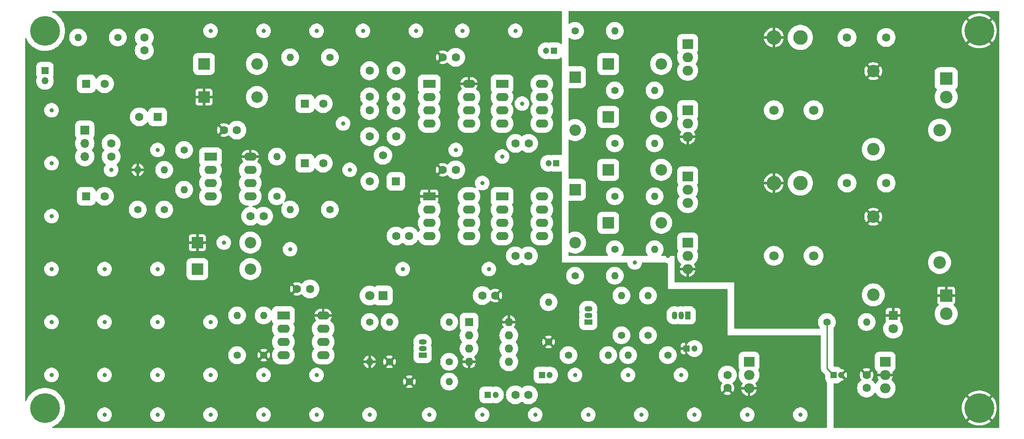
<source format=gbr>
%TF.GenerationSoftware,KiCad,Pcbnew,8.0.1*%
%TF.CreationDate,2024-06-11T22:01:04-04:00*%
%TF.ProjectId,classd-amp,636c6173-7364-42d6-916d-702e6b696361,rev?*%
%TF.SameCoordinates,Original*%
%TF.FileFunction,Copper,L3,Inr*%
%TF.FilePolarity,Positive*%
%FSLAX46Y46*%
G04 Gerber Fmt 4.6, Leading zero omitted, Abs format (unit mm)*
G04 Created by KiCad (PCBNEW 8.0.1) date 2024-06-11 22:01:04*
%MOMM*%
%LPD*%
G01*
G04 APERTURE LIST*
%TA.AperFunction,ComponentPad*%
%ADD10C,1.400000*%
%TD*%
%TA.AperFunction,ComponentPad*%
%ADD11O,1.400000X1.400000*%
%TD*%
%TA.AperFunction,ComponentPad*%
%ADD12R,2.000000X1.905000*%
%TD*%
%TA.AperFunction,ComponentPad*%
%ADD13O,2.000000X1.905000*%
%TD*%
%TA.AperFunction,ComponentPad*%
%ADD14R,2.200000X2.200000*%
%TD*%
%TA.AperFunction,ComponentPad*%
%ADD15O,2.200000X2.200000*%
%TD*%
%TA.AperFunction,ComponentPad*%
%ADD16C,1.600000*%
%TD*%
%TA.AperFunction,ComponentPad*%
%ADD17C,1.800000*%
%TD*%
%TA.AperFunction,ComponentPad*%
%ADD18R,1.350000X1.350000*%
%TD*%
%TA.AperFunction,ComponentPad*%
%ADD19O,1.350000X1.350000*%
%TD*%
%TA.AperFunction,ComponentPad*%
%ADD20R,2.400000X1.600000*%
%TD*%
%TA.AperFunction,ComponentPad*%
%ADD21O,2.400000X1.600000*%
%TD*%
%TA.AperFunction,ComponentPad*%
%ADD22R,1.800000X1.800000*%
%TD*%
%TA.AperFunction,ComponentPad*%
%ADD23C,2.800000*%
%TD*%
%TA.AperFunction,ComponentPad*%
%ADD24O,2.800000X2.800000*%
%TD*%
%TA.AperFunction,ComponentPad*%
%ADD25R,1.600000X1.600000*%
%TD*%
%TA.AperFunction,ComponentPad*%
%ADD26C,5.700000*%
%TD*%
%TA.AperFunction,ComponentPad*%
%ADD27C,2.400000*%
%TD*%
%TA.AperFunction,ComponentPad*%
%ADD28R,2.400000X2.400000*%
%TD*%
%TA.AperFunction,ComponentPad*%
%ADD29R,1.700000X1.700000*%
%TD*%
%TA.AperFunction,ComponentPad*%
%ADD30O,1.700000X1.700000*%
%TD*%
%TA.AperFunction,ComponentPad*%
%ADD31O,1.600000X1.600000*%
%TD*%
%TA.AperFunction,ComponentPad*%
%ADD32R,1.500000X1.050000*%
%TD*%
%TA.AperFunction,ComponentPad*%
%ADD33O,1.500000X1.050000*%
%TD*%
%TA.AperFunction,ComponentPad*%
%ADD34R,1.200000X1.200000*%
%TD*%
%TA.AperFunction,ComponentPad*%
%ADD35C,1.200000*%
%TD*%
%TA.AperFunction,ComponentPad*%
%ADD36R,1.050000X1.500000*%
%TD*%
%TA.AperFunction,ComponentPad*%
%ADD37O,1.050000X1.500000*%
%TD*%
%TA.AperFunction,ComponentPad*%
%ADD38O,2.400000X2.400000*%
%TD*%
%TA.AperFunction,ComponentPad*%
%ADD39R,1.560000X1.560000*%
%TD*%
%TA.AperFunction,ComponentPad*%
%ADD40C,1.560000*%
%TD*%
%TA.AperFunction,ViaPad*%
%ADD41C,0.800000*%
%TD*%
%TA.AperFunction,Conductor*%
%ADD42C,0.250000*%
%TD*%
G04 APERTURE END LIST*
D10*
%TO.N,Net-(D15-A)*%
%TO.C,R8*%
X180340000Y-67310000D03*
D11*
%TO.N,Net-(Q3-S)*%
X187960000Y-67310000D03*
%TD*%
D12*
%TO.N,Net-(D5-A)*%
%TO.C,Q3*%
X201930000Y-48260000D03*
D13*
%TO.N,LDRIVE+*%
X201930000Y-50800000D03*
%TO.N,Net-(Q3-S)*%
X201930000Y-53340000D03*
%TD*%
D14*
%TO.N,Net-(D2-K)*%
%TO.C,D2*%
X180340000Y-50800000D03*
D15*
%TO.N,+12V*%
X180340000Y-60960000D03*
%TD*%
D16*
%TO.N,/Left Channel/LOUT+*%
%TO.C,C23*%
X239970000Y-21590000D03*
%TO.N,Net-(C23-Pad2)*%
X232470000Y-21590000D03*
%TD*%
D17*
%TO.N,Net-(Q3-S)*%
%TO.C,L1*%
X218440000Y-63500000D03*
%TO.N,/Left Channel/LOUT-*%
X226060000Y-63500000D03*
%TD*%
D10*
%TO.N,Net-(D5-K)*%
%TO.C,R11*%
X187960000Y-52070000D03*
D11*
%TO.N,Net-(D5-A)*%
X195580000Y-52070000D03*
%TD*%
D14*
%TO.N,+5V*%
%TO.C,D17*%
X109220000Y-33020000D03*
D15*
%TO.N,Net-(D17-A)*%
X119380000Y-33020000D03*
%TD*%
D18*
%TO.N,LIN*%
%TO.C,INPUT*%
X78740000Y-27940000D03*
D19*
%TO.N,GND*%
X78740000Y-29940000D03*
%TD*%
D12*
%TO.N,Net-(D6-A)*%
%TO.C,Q4*%
X201930000Y-60960000D03*
D13*
%TO.N,Net-(Q3-S)*%
X201930000Y-63500000D03*
%TO.N,GND*%
X201930000Y-66040000D03*
%TD*%
D10*
%TO.N,Net-(D6-K)*%
%TO.C,R12*%
X187960000Y-62230000D03*
D11*
%TO.N,Net-(D6-A)*%
X195580000Y-62230000D03*
%TD*%
D20*
%TO.N,Net-(U1A--)*%
%TO.C,U1*%
X110475000Y-44460000D03*
D21*
X110475000Y-47000000D03*
%TO.N,Net-(U1A-+)*%
X110475000Y-49540000D03*
%TO.N,GND*%
X110475000Y-52080000D03*
%TO.N,BIAS*%
X118095000Y-52080000D03*
%TO.N,Net-(U1B--)*%
X118095000Y-49540000D03*
%TO.N,Net-(C5-Pad1)*%
X118095000Y-47000000D03*
%TO.N,+5V*%
X118095000Y-44460000D03*
%TD*%
D10*
%TO.N,Net-(D7-A)*%
%TO.C,R21*%
X140970000Y-76200000D03*
D11*
%TO.N,+5V*%
X140970000Y-83820000D03*
%TD*%
D14*
%TO.N,+5V*%
%TO.C,D15*%
X107950000Y-60960000D03*
D15*
%TO.N,Net-(D15-A)*%
X118110000Y-60960000D03*
%TD*%
D16*
%TO.N,+5V*%
%TO.C,C3*%
X113030000Y-39370000D03*
%TO.N,GND*%
X115530000Y-39370000D03*
%TD*%
%TO.N,+12V*%
%TO.C,C14*%
X171410000Y-63500000D03*
%TO.N,GND*%
X168910000Y-63500000D03*
%TD*%
D10*
%TO.N,Net-(D3-K)*%
%TO.C,R9*%
X187960000Y-31750000D03*
D11*
%TO.N,Net-(D3-A)*%
X195580000Y-31750000D03*
%TD*%
D10*
%TO.N,+5V*%
%TO.C,R25*%
X148590000Y-87630000D03*
D11*
%TO.N,Net-(U3-DIS)*%
X156210000Y-87630000D03*
%TD*%
D10*
%TO.N,+5V*%
%TO.C,R15*%
X120665000Y-82550000D03*
D11*
%TO.N,Net-(U9A-+)*%
X120665000Y-74930000D03*
%TD*%
D16*
%TO.N,Net-(U3-CV)*%
%TO.C,C30*%
X171410000Y-90170000D03*
%TO.N,GND*%
X168910000Y-90170000D03*
%TD*%
D22*
%TO.N,~{SHUTDOWN}*%
%TO.C,D7*%
X143510000Y-71120000D03*
D17*
%TO.N,Net-(D7-A)*%
X140970000Y-71120000D03*
%TD*%
D23*
%TO.N,Net-(C23-Pad2)*%
%TO.C,R13*%
X223520000Y-21590000D03*
D24*
%TO.N,GND*%
X218440000Y-21590000D03*
%TD*%
D14*
%TO.N,Net-(D1-K)*%
%TO.C,D1*%
X180340000Y-29210000D03*
D15*
%TO.N,+12V*%
X180340000Y-39370000D03*
%TD*%
D12*
%TO.N,Net-(D4-A)*%
%TO.C,Q2*%
X201930000Y-35560000D03*
D13*
%TO.N,Net-(Q1-S)*%
X201930000Y-38100000D03*
%TO.N,GND*%
X201930000Y-40640000D03*
%TD*%
D16*
%TO.N,Net-(D17-A)*%
%TO.C,C10*%
X140970000Y-32980000D03*
%TO.N,Net-(C10-Pad2)*%
X140970000Y-27980000D03*
%TD*%
%TO.N,+12V*%
%TO.C,C13*%
X171450000Y-41910000D03*
%TO.N,GND*%
X168950000Y-41910000D03*
%TD*%
D10*
%TO.N,Net-(U9A-+)*%
%TO.C,R16*%
X115570000Y-82560000D03*
D11*
%TO.N,GND*%
X115570000Y-74940000D03*
%TD*%
D25*
%TO.N,Net-(C5-Pad1)*%
%TO.C,C5*%
X128580000Y-34290000D03*
D16*
%TO.N,Net-(C5-Pad2)*%
X132080000Y-34290000D03*
%TD*%
D10*
%TO.N,Net-(D4-K)*%
%TO.C,R10*%
X187960000Y-41910000D03*
D11*
%TO.N,Net-(D4-A)*%
X195580000Y-41910000D03*
%TD*%
D10*
%TO.N,+5V*%
%TO.C,R22*%
X144780000Y-83820000D03*
D11*
%TO.N,~{SHUTDOWN}*%
X144780000Y-76200000D03*
%TD*%
D26*
%TO.N,GND*%
%TO.C,REF\u002A\u002A*%
X257810000Y-20320000D03*
%TD*%
D10*
%TO.N,Net-(C1-Pad1)*%
%TO.C,R41*%
X92710000Y-21590000D03*
D11*
%TO.N,LIN*%
X85090000Y-21590000D03*
%TD*%
D14*
%TO.N,Net-(D17-A)*%
%TO.C,D18*%
X109220000Y-26670000D03*
D15*
%TO.N,GND*%
X119380000Y-26670000D03*
%TD*%
D12*
%TO.N,+12V*%
%TO.C,U8*%
X213685000Y-83820000D03*
D13*
%TO.N,GND*%
X213685000Y-86360000D03*
%TO.N,+5V*%
X213685000Y-88900000D03*
%TD*%
D20*
%TO.N,BIAS*%
%TO.C,U9*%
X124445000Y-74940000D03*
D21*
X124445000Y-77480000D03*
%TO.N,Net-(U9A-+)*%
X124445000Y-80020000D03*
%TO.N,GND*%
X124445000Y-82560000D03*
X132065000Y-82560000D03*
%TO.N,Net-(U9B--)*%
X132065000Y-80020000D03*
X132065000Y-77480000D03*
%TO.N,+5V*%
X132065000Y-74940000D03*
%TD*%
D27*
%TO.N,/Left Channel/LOUT-*%
%TO.C,C21*%
X237490000Y-71000000D03*
%TO.N,GND*%
X237490000Y-56000000D03*
%TD*%
D16*
%TO.N,+5V*%
%TO.C,C27*%
X209550000Y-88860000D03*
%TO.N,GND*%
X209550000Y-86360000D03*
%TD*%
%TO.N,+12V*%
%TO.C,C25*%
X236220000Y-88860000D03*
%TO.N,GND*%
X236220000Y-86360000D03*
%TD*%
D12*
%TO.N,LPWR+*%
%TO.C,U7*%
X239776000Y-83820000D03*
D13*
%TO.N,GND*%
X239776000Y-86360000D03*
%TO.N,+12V*%
X239776000Y-88900000D03*
%TD*%
D10*
%TO.N,+5V*%
%TO.C,R24*%
X175260000Y-80010000D03*
D11*
%TO.N,Net-(Q6-C)*%
X175260000Y-72390000D03*
%TD*%
D28*
%TO.N,/Left Channel/LOUT+*%
%TO.C,J3*%
X251460000Y-29520000D03*
D27*
%TO.N,/Left Channel/LOUT-*%
X251460000Y-33020000D03*
%TD*%
D16*
%TO.N,/Left Channel/LOUT-*%
%TO.C,C24*%
X239970000Y-49530000D03*
%TO.N,Net-(C24-Pad2)*%
X232470000Y-49530000D03*
%TD*%
%TO.N,Net-(D15-A)*%
%TO.C,C9*%
X146050000Y-35600000D03*
%TO.N,GND*%
X146050000Y-40600000D03*
%TD*%
%TO.N,+5V*%
%TO.C,C12*%
X154965000Y-47000000D03*
%TO.N,GND*%
X157465000Y-47000000D03*
%TD*%
D29*
%TO.N,Net-(C1-Pad2)*%
%TO.C,RV1*%
X86360000Y-39370000D03*
D30*
%TO.N,Net-(C2-Pad2)*%
X86360000Y-41910000D03*
%TO.N,GND*%
X86360000Y-44450000D03*
%TD*%
D25*
%TO.N,GND*%
%TO.C,U3*%
X160030000Y-76210000D03*
D31*
%TO.N,Net-(Q6-C)*%
X160030000Y-78750000D03*
%TO.N,Net-(U3-Q)*%
X160030000Y-81290000D03*
%TO.N,+5V*%
X160030000Y-83830000D03*
%TO.N,Net-(U3-CV)*%
X167650000Y-83830000D03*
%TO.N,Net-(U3-DIS)*%
X167650000Y-81290000D03*
X167650000Y-78750000D03*
%TO.N,+5V*%
X167650000Y-76210000D03*
%TD*%
D10*
%TO.N,Net-(Q6-B)*%
%TO.C,R43*%
X179070000Y-82550000D03*
D11*
%TO.N,GND*%
X186690000Y-82550000D03*
%TD*%
D14*
%TO.N,Net-(D3-K)*%
%TO.C,D3*%
X186690000Y-26670000D03*
D15*
%TO.N,Net-(D3-A)*%
X196850000Y-26670000D03*
%TD*%
D32*
%TO.N,GND*%
%TO.C,Q7*%
X151130000Y-82550000D03*
D33*
%TO.N,Net-(Q7-B)*%
X151130000Y-81280000D03*
%TO.N,~{SHUTDOWN}*%
X151130000Y-80010000D03*
%TD*%
D25*
%TO.N,Net-(U1A-+)*%
%TO.C,C4*%
X86670000Y-52070000D03*
D16*
%TO.N,Net-(C2-Pad2)*%
X90170000Y-52070000D03*
%TD*%
D14*
%TO.N,Net-(D15-A)*%
%TO.C,D16*%
X107950000Y-66040000D03*
D15*
%TO.N,GND*%
X118110000Y-66040000D03*
%TD*%
D20*
%TO.N,Net-(U4-+)*%
%TO.C,U2*%
X152385000Y-30490000D03*
D21*
%TO.N,Net-(D17-A)*%
X152385000Y-33030000D03*
%TO.N,Net-(D15-A)*%
X152385000Y-35570000D03*
%TO.N,GND*%
X152385000Y-38110000D03*
X160005000Y-38110000D03*
%TO.N,Net-(U2B--)*%
X160005000Y-35570000D03*
X160005000Y-33030000D03*
%TO.N,+5V*%
X160005000Y-30490000D03*
%TD*%
D20*
%TO.N,+5V*%
%TO.C,U4*%
X152385000Y-52080000D03*
D21*
%TO.N,Net-(U4-+)*%
X152385000Y-54620000D03*
%TO.N,BIAS*%
X152385000Y-57160000D03*
%TO.N,GND*%
X152385000Y-59700000D03*
X160005000Y-59700000D03*
X160005000Y-57160000D03*
%TO.N,Net-(U4-Q)*%
X160005000Y-54620000D03*
%TO.N,Net-(U4-~{Q})*%
X160005000Y-52080000D03*
%TD*%
D16*
%TO.N,+5V*%
%TO.C,C17*%
X165060000Y-71120000D03*
%TO.N,GND*%
X162560000Y-71120000D03*
%TD*%
D28*
%TO.N,GND*%
%TO.C,J1*%
X251460000Y-71120000D03*
D27*
%TO.N,LPWR+*%
X251460000Y-74620000D03*
%TD*%
D34*
%TO.N,Net-(Q6-B)*%
%TO.C,C29*%
X173990000Y-86360000D03*
D35*
%TO.N,GND*%
X175490000Y-86360000D03*
%TD*%
D14*
%TO.N,Net-(D6-K)*%
%TO.C,D6*%
X186690000Y-57150000D03*
D15*
%TO.N,Net-(D6-A)*%
X196850000Y-57150000D03*
%TD*%
D20*
%TO.N,Net-(U4-~{Q})*%
%TO.C,U6*%
X166355000Y-52080000D03*
D21*
%TO.N,~{SHUTDOWN}*%
X166355000Y-54620000D03*
%TO.N,GND*%
X166355000Y-57160000D03*
%TO.N,Net-(D6-K)*%
X166355000Y-59700000D03*
%TO.N,+12V*%
X173975000Y-59700000D03*
%TO.N,Net-(Q3-S)*%
X173975000Y-57160000D03*
%TO.N,Net-(D5-K)*%
X173975000Y-54620000D03*
%TO.N,Net-(D2-K)*%
X173975000Y-52080000D03*
%TD*%
D16*
%TO.N,Net-(D17-A)*%
%TO.C,C8*%
X146050000Y-32980000D03*
%TO.N,GND*%
X146050000Y-27980000D03*
%TD*%
D20*
%TO.N,Net-(U4-Q)*%
%TO.C,U5*%
X166355000Y-30490000D03*
D21*
%TO.N,~{SHUTDOWN}*%
X166355000Y-33030000D03*
%TO.N,GND*%
X166355000Y-35570000D03*
%TO.N,Net-(D4-K)*%
X166355000Y-38110000D03*
%TO.N,+12V*%
X173975000Y-38110000D03*
%TO.N,Net-(Q1-S)*%
X173975000Y-35570000D03*
%TO.N,Net-(D3-K)*%
X173975000Y-33030000D03*
%TO.N,Net-(D1-K)*%
X173975000Y-30490000D03*
%TD*%
D36*
%TO.N,LPWR+*%
%TO.C,Q5*%
X201930000Y-74930000D03*
D37*
%TO.N,Net-(Q5-B)*%
X200660000Y-74930000D03*
%TO.N,Net-(Q5-C)*%
X199390000Y-74930000D03*
%TD*%
D10*
%TO.N,Net-(U1B--)*%
%TO.C,R4*%
X123190000Y-52070000D03*
D11*
%TO.N,Net-(C5-Pad1)*%
X123190000Y-44450000D03*
%TD*%
D14*
%TO.N,Net-(D4-K)*%
%TO.C,D4*%
X186690000Y-36830000D03*
D15*
%TO.N,Net-(D4-A)*%
X196850000Y-36830000D03*
%TD*%
D10*
%TO.N,LPWR+*%
%TO.C,R19*%
X194310000Y-78740000D03*
D11*
%TO.N,Net-(Q5-B)*%
X194310000Y-71120000D03*
%TD*%
D26*
%TO.N,GND*%
%TO.C,*%
X78740000Y-92710000D03*
%TD*%
D25*
%TO.N,Net-(U1A--)*%
%TO.C,C6*%
X128580000Y-45720000D03*
D16*
%TO.N,Net-(C6-Pad2)*%
X132080000Y-45720000D03*
%TD*%
D12*
%TO.N,Net-(D3-A)*%
%TO.C,Q1*%
X201930000Y-22860000D03*
D13*
%TO.N,LDRIVE+*%
X201930000Y-25400000D03*
%TO.N,Net-(Q1-S)*%
X201930000Y-27940000D03*
%TD*%
D16*
%TO.N,Net-(C10-Pad2)*%
%TO.C,C11*%
X140970000Y-40600000D03*
%TO.N,Net-(U4-+)*%
X140970000Y-35600000D03*
%TD*%
%TO.N,Net-(C2-Pad2)*%
%TO.C,C58*%
X91440000Y-41950000D03*
%TO.N,GND*%
X91440000Y-44450000D03*
%TD*%
%TO.N,+5V*%
%TO.C,C32*%
X127025000Y-69860000D03*
%TO.N,GND*%
X129525000Y-69860000D03*
%TD*%
D10*
%TO.N,Net-(C2-Pad1)*%
%TO.C,R3*%
X105410000Y-43180000D03*
D11*
%TO.N,Net-(U1B--)*%
X105410000Y-50800000D03*
%TD*%
D17*
%TO.N,Net-(Q1-S)*%
%TO.C,L2*%
X218440000Y-35560000D03*
%TO.N,/Left Channel/LOUT+*%
X226060000Y-35560000D03*
%TD*%
D34*
%TO.N,Net-(D2-K)*%
%TO.C,C16*%
X176760000Y-45720000D03*
D35*
%TO.N,Net-(Q3-S)*%
X175260000Y-45720000D03*
%TD*%
D22*
%TO.N,GND*%
%TO.C,D14*%
X241300000Y-74930000D03*
D17*
%TO.N,Net-(D14-A)*%
X241300000Y-77470000D03*
%TD*%
D26*
%TO.N,GND*%
%TO.C,REF\u002A\u002A*%
X78740000Y-20320000D03*
%TD*%
D23*
%TO.N,Net-(C24-Pad2)*%
%TO.C,R14*%
X223520000Y-49530000D03*
D24*
%TO.N,GND*%
X218440000Y-49530000D03*
%TD*%
D26*
%TO.N,GND*%
%TO.C,REF\u002A\u002A*%
X257810000Y-92710000D03*
%TD*%
D10*
%TO.N,Net-(Q5-C)*%
%TO.C,R23*%
X198120000Y-82550000D03*
D11*
%TO.N,Net-(Q6-B)*%
X190500000Y-82550000D03*
%TD*%
D16*
%TO.N,BIAS*%
%TO.C,C61*%
X148550000Y-59690000D03*
%TO.N,GND*%
X146050000Y-59690000D03*
%TD*%
D10*
%TO.N,Net-(D17-A)*%
%TO.C,R7*%
X180340000Y-20320000D03*
D11*
%TO.N,Net-(Q1-S)*%
X187960000Y-20320000D03*
%TD*%
D32*
%TO.N,GND*%
%TO.C,Q6*%
X182880000Y-76200000D03*
D33*
%TO.N,Net-(Q6-B)*%
X182880000Y-74930000D03*
%TO.N,Net-(Q6-C)*%
X182880000Y-73660000D03*
%TD*%
D16*
%TO.N,BIAS*%
%TO.C,C62*%
X118150000Y-55880000D03*
%TO.N,GND*%
X120650000Y-55880000D03*
%TD*%
D34*
%TO.N,Net-(D1-K)*%
%TO.C,C15*%
X176300000Y-24130000D03*
D35*
%TO.N,Net-(Q1-S)*%
X174800000Y-24130000D03*
%TD*%
D25*
%TO.N,Net-(C1-Pad1)*%
%TO.C,C1*%
X86670000Y-30480000D03*
D16*
%TO.N,Net-(C1-Pad2)*%
X90170000Y-30480000D03*
%TD*%
D34*
%TO.N,+5V*%
%TO.C,C28*%
X201700000Y-81280000D03*
D35*
%TO.N,GND*%
X203200000Y-81280000D03*
%TD*%
D34*
%TO.N,Net-(U3-DIS)*%
%TO.C,C31*%
X163600000Y-90170000D03*
D35*
%TO.N,GND*%
X165100000Y-90170000D03*
%TD*%
D16*
%TO.N,+5V*%
%TO.C,C7*%
X154980000Y-25400000D03*
%TO.N,GND*%
X157480000Y-25400000D03*
%TD*%
D10*
%TO.N,Net-(U1A-+)*%
%TO.C,R1*%
X96520000Y-54610000D03*
D11*
%TO.N,+5V*%
X96520000Y-46990000D03*
%TD*%
D34*
%TO.N,+12V*%
%TO.C,C26*%
X229870000Y-86360000D03*
D35*
%TO.N,GND*%
X231370000Y-86360000D03*
%TD*%
D27*
%TO.N,LPWR+*%
%TO.C,R17*%
X250190000Y-64770000D03*
D38*
%TO.N,LDRIVE+*%
X250190000Y-39370000D03*
%TD*%
D10*
%TO.N,Net-(Q7-B)*%
%TO.C,R18*%
X156210000Y-83820000D03*
D11*
%TO.N,Net-(U3-Q)*%
X156210000Y-76200000D03*
%TD*%
D10*
%TO.N,Net-(C5-Pad2)*%
%TO.C,R5*%
X133350000Y-25400000D03*
D11*
%TO.N,Net-(D17-A)*%
X125730000Y-25400000D03*
%TD*%
D25*
%TO.N,Net-(C2-Pad1)*%
%TO.C,C2*%
X100330000Y-36830000D03*
D16*
%TO.N,Net-(C2-Pad2)*%
X96830000Y-36830000D03*
%TD*%
D14*
%TO.N,Net-(D5-K)*%
%TO.C,D5*%
X186690000Y-46990000D03*
D15*
%TO.N,Net-(D5-A)*%
X196850000Y-46990000D03*
%TD*%
D10*
%TO.N,+12V*%
%TO.C,R40*%
X228600000Y-76200000D03*
D11*
%TO.N,Net-(D14-A)*%
X236220000Y-76200000D03*
%TD*%
D10*
%TO.N,Net-(C6-Pad2)*%
%TO.C,R6*%
X133350000Y-54610000D03*
D11*
%TO.N,Net-(D15-A)*%
X125730000Y-54610000D03*
%TD*%
D10*
%TO.N,Net-(Q5-B)*%
%TO.C,R20*%
X189230000Y-78740000D03*
D11*
%TO.N,LDRIVE+*%
X189230000Y-71120000D03*
%TD*%
D27*
%TO.N,/Left Channel/LOUT+*%
%TO.C,C22*%
X237490000Y-43060000D03*
%TO.N,GND*%
X237490000Y-28060000D03*
%TD*%
D16*
%TO.N,Net-(C1-Pad1)*%
%TO.C,C60*%
X97790000Y-24090000D03*
%TO.N,GND*%
X97790000Y-21590000D03*
%TD*%
D10*
%TO.N,GND*%
%TO.C,R2*%
X101600000Y-54610000D03*
D11*
%TO.N,Net-(U1A-+)*%
X101600000Y-46990000D03*
%TD*%
D39*
%TO.N,unconnected-(RV2-Pad1)*%
%TO.C,RV2*%
X146010000Y-49230000D03*
D40*
%TO.N,Net-(C10-Pad2)*%
X143510000Y-44230000D03*
%TO.N,BIAS*%
X141010000Y-49230000D03*
%TD*%
D41*
%TO.N,GND*%
X180340000Y-46990000D03*
X223520000Y-31750000D03*
X252730000Y-68580000D03*
X190500000Y-86360000D03*
X100330000Y-86360000D03*
X100330000Y-43180000D03*
X182880000Y-25400000D03*
X100330000Y-76200000D03*
X157480000Y-43180000D03*
X110490000Y-20320000D03*
X170180000Y-34290000D03*
X198120000Y-63500000D03*
X147320000Y-66040000D03*
X137160000Y-46990000D03*
X184150000Y-29210000D03*
X166370000Y-44450000D03*
X140970000Y-93980000D03*
X120650000Y-86360000D03*
X213360000Y-93980000D03*
X90170000Y-66040000D03*
X162560000Y-93980000D03*
X125730000Y-62230000D03*
X254000000Y-71120000D03*
X203200000Y-93980000D03*
X130810000Y-86360000D03*
X168910000Y-20320000D03*
X149860000Y-20320000D03*
X184150000Y-52070000D03*
X90170000Y-86360000D03*
X180340000Y-86360000D03*
X110490000Y-93980000D03*
X100330000Y-93980000D03*
X251460000Y-59690000D03*
X200660000Y-86360000D03*
X80010000Y-35560000D03*
X158750000Y-20320000D03*
X233680000Y-31750000D03*
X163830000Y-66040000D03*
X135890000Y-38100000D03*
X182880000Y-93980000D03*
X180340000Y-25400000D03*
X223520000Y-58420000D03*
X80010000Y-86360000D03*
X80010000Y-55880000D03*
X152400000Y-93980000D03*
X172720000Y-93980000D03*
X139700000Y-20320000D03*
X213360000Y-76200000D03*
X130810000Y-93980000D03*
X100330000Y-66040000D03*
X80010000Y-76200000D03*
X113030000Y-60960000D03*
X193040000Y-93980000D03*
X80010000Y-45720000D03*
X91440000Y-46990000D03*
X90170000Y-93980000D03*
X80010000Y-66040000D03*
X110490000Y-86360000D03*
X243840000Y-93980000D03*
X90170000Y-76200000D03*
X191770000Y-64770000D03*
X223520000Y-93980000D03*
X120650000Y-20320000D03*
X120650000Y-93980000D03*
X251460000Y-49530000D03*
X233680000Y-93980000D03*
X110490000Y-76200000D03*
X130810000Y-20320000D03*
X162560000Y-49530000D03*
X223520000Y-76200000D03*
%TD*%
D42*
%TO.N,+12V*%
X228600000Y-76200000D02*
X228600000Y-85090000D01*
X228600000Y-85090000D02*
X229870000Y-86360000D01*
%TD*%
%TA.AperFunction,Conductor*%
%TO.N,+5V*%
G36*
X177743039Y-16529685D02*
G01*
X177788794Y-16582489D01*
X177800000Y-16634000D01*
X177800000Y-22711805D01*
X177780315Y-22778844D01*
X177727511Y-22824599D01*
X177658353Y-22834543D01*
X177597640Y-22807907D01*
X177453412Y-22690305D01*
X177453408Y-22690303D01*
X177453407Y-22690302D01*
X177273049Y-22596091D01*
X177273048Y-22596090D01*
X177273045Y-22596089D01*
X177155829Y-22562550D01*
X177077418Y-22540114D01*
X177077415Y-22540113D01*
X177077413Y-22540113D01*
X177011102Y-22534217D01*
X176958037Y-22529500D01*
X176958032Y-22529500D01*
X175641971Y-22529500D01*
X175641965Y-22529500D01*
X175641964Y-22529501D01*
X175630316Y-22530536D01*
X175522584Y-22540113D01*
X175330860Y-22594972D01*
X175267802Y-22596330D01*
X175051151Y-22544317D01*
X174800000Y-22524551D01*
X174548848Y-22544317D01*
X174303889Y-22603126D01*
X174071140Y-22699533D01*
X173856346Y-22831160D01*
X173856343Y-22831161D01*
X173664776Y-22994776D01*
X173501161Y-23186343D01*
X173501160Y-23186346D01*
X173369533Y-23401140D01*
X173273126Y-23633889D01*
X173214317Y-23878848D01*
X173194551Y-24130000D01*
X173214317Y-24381151D01*
X173273126Y-24626110D01*
X173369533Y-24858859D01*
X173501160Y-25073653D01*
X173501161Y-25073656D01*
X173501164Y-25073659D01*
X173664776Y-25265224D01*
X173791716Y-25373641D01*
X173856343Y-25428838D01*
X173856346Y-25428839D01*
X174071140Y-25560466D01*
X174230827Y-25626610D01*
X174303889Y-25656873D01*
X174548852Y-25715683D01*
X174800000Y-25735449D01*
X175051148Y-25715683D01*
X175267803Y-25663669D01*
X175330858Y-25665026D01*
X175522582Y-25719886D01*
X175641963Y-25730500D01*
X176958036Y-25730499D01*
X177077418Y-25719886D01*
X177273049Y-25663909D01*
X177453407Y-25569698D01*
X177597639Y-25452091D01*
X177662035Y-25424983D01*
X177730865Y-25436992D01*
X177782276Y-25484307D01*
X177800000Y-25548194D01*
X177800000Y-44040790D01*
X177780315Y-44107829D01*
X177727511Y-44153584D01*
X177658353Y-44163528D01*
X177641890Y-44160006D01*
X177537420Y-44130114D01*
X177537413Y-44130113D01*
X177471102Y-44124217D01*
X177418037Y-44119500D01*
X177418032Y-44119500D01*
X176101971Y-44119500D01*
X176101965Y-44119500D01*
X176101964Y-44119501D01*
X176090316Y-44120536D01*
X175982584Y-44130113D01*
X175790860Y-44184972D01*
X175727802Y-44186330D01*
X175511151Y-44134317D01*
X175260000Y-44114551D01*
X175008848Y-44134317D01*
X174763889Y-44193126D01*
X174531140Y-44289533D01*
X174316346Y-44421160D01*
X174316343Y-44421161D01*
X174124776Y-44584776D01*
X173961161Y-44776343D01*
X173961160Y-44776346D01*
X173829533Y-44991140D01*
X173733126Y-45223889D01*
X173674317Y-45468848D01*
X173654551Y-45720000D01*
X173674317Y-45971151D01*
X173733126Y-46216110D01*
X173829533Y-46448859D01*
X173961160Y-46663653D01*
X173961161Y-46663656D01*
X174016604Y-46728571D01*
X174124776Y-46855224D01*
X174273066Y-46981875D01*
X174316343Y-47018838D01*
X174316346Y-47018839D01*
X174531140Y-47150466D01*
X174725831Y-47231109D01*
X174763889Y-47246873D01*
X175008852Y-47305683D01*
X175260000Y-47325449D01*
X175511148Y-47305683D01*
X175727803Y-47253669D01*
X175790858Y-47255026D01*
X175982582Y-47309886D01*
X176101963Y-47320500D01*
X177418036Y-47320499D01*
X177537418Y-47309886D01*
X177641889Y-47279993D01*
X177711757Y-47280476D01*
X177770272Y-47318656D01*
X177798857Y-47382411D01*
X177800000Y-47399209D01*
X177800000Y-64770000D01*
X190250550Y-64770000D01*
X190317589Y-64789685D01*
X190363344Y-64842489D01*
X190374125Y-64883756D01*
X190376436Y-64911634D01*
X190383866Y-65001308D01*
X190440842Y-65226300D01*
X190534075Y-65438848D01*
X190661016Y-65633147D01*
X190661019Y-65633151D01*
X190661021Y-65633153D01*
X190818216Y-65803913D01*
X190818219Y-65803915D01*
X190818222Y-65803918D01*
X191001365Y-65946464D01*
X191001371Y-65946468D01*
X191001374Y-65946470D01*
X191205497Y-66056936D01*
X191319487Y-66096068D01*
X191425015Y-66132297D01*
X191425017Y-66132297D01*
X191425019Y-66132298D01*
X191653951Y-66170500D01*
X191653952Y-66170500D01*
X191886048Y-66170500D01*
X191886049Y-66170500D01*
X192114981Y-66132298D01*
X192334503Y-66056936D01*
X192538626Y-65946470D01*
X192721784Y-65803913D01*
X192878979Y-65633153D01*
X193005924Y-65438849D01*
X193099157Y-65226300D01*
X193156134Y-65001305D01*
X193165873Y-64883758D01*
X193191027Y-64818576D01*
X193247428Y-64777337D01*
X193289450Y-64770000D01*
X197492801Y-64770000D01*
X197551821Y-64784946D01*
X197555497Y-64786936D01*
X197647661Y-64818576D01*
X197775015Y-64862297D01*
X197775017Y-64862297D01*
X197775019Y-64862298D01*
X198003951Y-64900500D01*
X198003960Y-64900500D01*
X198006237Y-64900689D01*
X198007115Y-64901027D01*
X198009010Y-64901344D01*
X198008944Y-64901733D01*
X198071422Y-64925841D01*
X198112662Y-64982242D01*
X198120000Y-65024266D01*
X198120000Y-69850000D01*
X209426000Y-69850000D01*
X209493039Y-69869685D01*
X209538794Y-69922489D01*
X209550000Y-69974000D01*
X209550000Y-78740000D01*
X227350500Y-78740000D01*
X227417539Y-78759685D01*
X227463294Y-78812489D01*
X227474500Y-78864000D01*
X227474500Y-85178578D01*
X227502214Y-85353557D01*
X227502214Y-85353560D01*
X227547962Y-85494355D01*
X227547962Y-85494356D01*
X227556956Y-85522039D01*
X227556957Y-85522042D01*
X227637388Y-85679893D01*
X227740908Y-85822376D01*
X227741517Y-85823214D01*
X228233181Y-86314878D01*
X228266666Y-86376201D01*
X228269500Y-86402559D01*
X228269500Y-87018028D01*
X228269501Y-87018034D01*
X228280113Y-87137415D01*
X228336089Y-87333045D01*
X228336090Y-87333048D01*
X228336091Y-87333049D01*
X228430302Y-87513407D01*
X228487799Y-87583922D01*
X228558894Y-87671113D01*
X228563338Y-87675557D01*
X228561305Y-87677589D01*
X228593832Y-87724896D01*
X228600000Y-87763517D01*
X228600000Y-96396000D01*
X228580315Y-96463039D01*
X228527511Y-96508794D01*
X228476000Y-96520000D01*
X80229065Y-96520000D01*
X80162026Y-96500315D01*
X80116271Y-96447511D01*
X80106327Y-96378353D01*
X80135352Y-96314797D01*
X80180165Y-96282049D01*
X80437912Y-96171441D01*
X80437910Y-96171441D01*
X80437917Y-96171439D01*
X80779393Y-95981904D01*
X81099943Y-95758795D01*
X81396276Y-95504401D01*
X81665352Y-95221333D01*
X81904411Y-94912495D01*
X82110998Y-94581056D01*
X82282994Y-94230418D01*
X82375736Y-93980006D01*
X88764700Y-93980006D01*
X88783864Y-94211297D01*
X88783866Y-94211308D01*
X88840842Y-94436300D01*
X88934075Y-94648848D01*
X89061016Y-94843147D01*
X89061019Y-94843151D01*
X89061021Y-94843153D01*
X89218216Y-95013913D01*
X89218219Y-95013915D01*
X89218222Y-95013918D01*
X89401365Y-95156464D01*
X89401371Y-95156468D01*
X89401374Y-95156470D01*
X89605497Y-95266936D01*
X89719487Y-95306068D01*
X89825015Y-95342297D01*
X89825017Y-95342297D01*
X89825019Y-95342298D01*
X90053951Y-95380500D01*
X90053952Y-95380500D01*
X90286048Y-95380500D01*
X90286049Y-95380500D01*
X90514981Y-95342298D01*
X90734503Y-95266936D01*
X90938626Y-95156470D01*
X91121784Y-95013913D01*
X91278979Y-94843153D01*
X91405924Y-94648849D01*
X91499157Y-94436300D01*
X91556134Y-94211305D01*
X91556961Y-94201325D01*
X91575300Y-93980006D01*
X98924700Y-93980006D01*
X98943864Y-94211297D01*
X98943866Y-94211308D01*
X99000842Y-94436300D01*
X99094075Y-94648848D01*
X99221016Y-94843147D01*
X99221019Y-94843151D01*
X99221021Y-94843153D01*
X99378216Y-95013913D01*
X99378219Y-95013915D01*
X99378222Y-95013918D01*
X99561365Y-95156464D01*
X99561371Y-95156468D01*
X99561374Y-95156470D01*
X99765497Y-95266936D01*
X99879487Y-95306068D01*
X99985015Y-95342297D01*
X99985017Y-95342297D01*
X99985019Y-95342298D01*
X100213951Y-95380500D01*
X100213952Y-95380500D01*
X100446048Y-95380500D01*
X100446049Y-95380500D01*
X100674981Y-95342298D01*
X100894503Y-95266936D01*
X101098626Y-95156470D01*
X101281784Y-95013913D01*
X101438979Y-94843153D01*
X101565924Y-94648849D01*
X101659157Y-94436300D01*
X101716134Y-94211305D01*
X101716961Y-94201325D01*
X101735300Y-93980006D01*
X109084700Y-93980006D01*
X109103864Y-94211297D01*
X109103866Y-94211308D01*
X109160842Y-94436300D01*
X109254075Y-94648848D01*
X109381016Y-94843147D01*
X109381019Y-94843151D01*
X109381021Y-94843153D01*
X109538216Y-95013913D01*
X109538219Y-95013915D01*
X109538222Y-95013918D01*
X109721365Y-95156464D01*
X109721371Y-95156468D01*
X109721374Y-95156470D01*
X109925497Y-95266936D01*
X110039487Y-95306068D01*
X110145015Y-95342297D01*
X110145017Y-95342297D01*
X110145019Y-95342298D01*
X110373951Y-95380500D01*
X110373952Y-95380500D01*
X110606048Y-95380500D01*
X110606049Y-95380500D01*
X110834981Y-95342298D01*
X111054503Y-95266936D01*
X111258626Y-95156470D01*
X111441784Y-95013913D01*
X111598979Y-94843153D01*
X111725924Y-94648849D01*
X111819157Y-94436300D01*
X111876134Y-94211305D01*
X111876961Y-94201325D01*
X111895300Y-93980006D01*
X119244700Y-93980006D01*
X119263864Y-94211297D01*
X119263866Y-94211308D01*
X119320842Y-94436300D01*
X119414075Y-94648848D01*
X119541016Y-94843147D01*
X119541019Y-94843151D01*
X119541021Y-94843153D01*
X119698216Y-95013913D01*
X119698219Y-95013915D01*
X119698222Y-95013918D01*
X119881365Y-95156464D01*
X119881371Y-95156468D01*
X119881374Y-95156470D01*
X120085497Y-95266936D01*
X120199487Y-95306068D01*
X120305015Y-95342297D01*
X120305017Y-95342297D01*
X120305019Y-95342298D01*
X120533951Y-95380500D01*
X120533952Y-95380500D01*
X120766048Y-95380500D01*
X120766049Y-95380500D01*
X120994981Y-95342298D01*
X121214503Y-95266936D01*
X121418626Y-95156470D01*
X121601784Y-95013913D01*
X121758979Y-94843153D01*
X121885924Y-94648849D01*
X121979157Y-94436300D01*
X122036134Y-94211305D01*
X122036961Y-94201325D01*
X122055300Y-93980006D01*
X129404700Y-93980006D01*
X129423864Y-94211297D01*
X129423866Y-94211308D01*
X129480842Y-94436300D01*
X129574075Y-94648848D01*
X129701016Y-94843147D01*
X129701019Y-94843151D01*
X129701021Y-94843153D01*
X129858216Y-95013913D01*
X129858219Y-95013915D01*
X129858222Y-95013918D01*
X130041365Y-95156464D01*
X130041371Y-95156468D01*
X130041374Y-95156470D01*
X130245497Y-95266936D01*
X130359487Y-95306068D01*
X130465015Y-95342297D01*
X130465017Y-95342297D01*
X130465019Y-95342298D01*
X130693951Y-95380500D01*
X130693952Y-95380500D01*
X130926048Y-95380500D01*
X130926049Y-95380500D01*
X131154981Y-95342298D01*
X131374503Y-95266936D01*
X131578626Y-95156470D01*
X131761784Y-95013913D01*
X131918979Y-94843153D01*
X132045924Y-94648849D01*
X132139157Y-94436300D01*
X132196134Y-94211305D01*
X132196961Y-94201325D01*
X132215300Y-93980006D01*
X139564700Y-93980006D01*
X139583864Y-94211297D01*
X139583866Y-94211308D01*
X139640842Y-94436300D01*
X139734075Y-94648848D01*
X139861016Y-94843147D01*
X139861019Y-94843151D01*
X139861021Y-94843153D01*
X140018216Y-95013913D01*
X140018219Y-95013915D01*
X140018222Y-95013918D01*
X140201365Y-95156464D01*
X140201371Y-95156468D01*
X140201374Y-95156470D01*
X140405497Y-95266936D01*
X140519487Y-95306068D01*
X140625015Y-95342297D01*
X140625017Y-95342297D01*
X140625019Y-95342298D01*
X140853951Y-95380500D01*
X140853952Y-95380500D01*
X141086048Y-95380500D01*
X141086049Y-95380500D01*
X141314981Y-95342298D01*
X141534503Y-95266936D01*
X141738626Y-95156470D01*
X141921784Y-95013913D01*
X142078979Y-94843153D01*
X142205924Y-94648849D01*
X142299157Y-94436300D01*
X142356134Y-94211305D01*
X142356961Y-94201325D01*
X142375300Y-93980006D01*
X150994700Y-93980006D01*
X151013864Y-94211297D01*
X151013866Y-94211308D01*
X151070842Y-94436300D01*
X151164075Y-94648848D01*
X151291016Y-94843147D01*
X151291019Y-94843151D01*
X151291021Y-94843153D01*
X151448216Y-95013913D01*
X151448219Y-95013915D01*
X151448222Y-95013918D01*
X151631365Y-95156464D01*
X151631371Y-95156468D01*
X151631374Y-95156470D01*
X151835497Y-95266936D01*
X151949487Y-95306068D01*
X152055015Y-95342297D01*
X152055017Y-95342297D01*
X152055019Y-95342298D01*
X152283951Y-95380500D01*
X152283952Y-95380500D01*
X152516048Y-95380500D01*
X152516049Y-95380500D01*
X152744981Y-95342298D01*
X152964503Y-95266936D01*
X153168626Y-95156470D01*
X153351784Y-95013913D01*
X153508979Y-94843153D01*
X153635924Y-94648849D01*
X153729157Y-94436300D01*
X153786134Y-94211305D01*
X153786961Y-94201325D01*
X153805300Y-93980006D01*
X161154700Y-93980006D01*
X161173864Y-94211297D01*
X161173866Y-94211308D01*
X161230842Y-94436300D01*
X161324075Y-94648848D01*
X161451016Y-94843147D01*
X161451019Y-94843151D01*
X161451021Y-94843153D01*
X161608216Y-95013913D01*
X161608219Y-95013915D01*
X161608222Y-95013918D01*
X161791365Y-95156464D01*
X161791371Y-95156468D01*
X161791374Y-95156470D01*
X161995497Y-95266936D01*
X162109487Y-95306068D01*
X162215015Y-95342297D01*
X162215017Y-95342297D01*
X162215019Y-95342298D01*
X162443951Y-95380500D01*
X162443952Y-95380500D01*
X162676048Y-95380500D01*
X162676049Y-95380500D01*
X162904981Y-95342298D01*
X163124503Y-95266936D01*
X163328626Y-95156470D01*
X163511784Y-95013913D01*
X163668979Y-94843153D01*
X163795924Y-94648849D01*
X163889157Y-94436300D01*
X163946134Y-94211305D01*
X163946961Y-94201325D01*
X163965300Y-93980006D01*
X171314700Y-93980006D01*
X171333864Y-94211297D01*
X171333866Y-94211308D01*
X171390842Y-94436300D01*
X171484075Y-94648848D01*
X171611016Y-94843147D01*
X171611019Y-94843151D01*
X171611021Y-94843153D01*
X171768216Y-95013913D01*
X171768219Y-95013915D01*
X171768222Y-95013918D01*
X171951365Y-95156464D01*
X171951371Y-95156468D01*
X171951374Y-95156470D01*
X172155497Y-95266936D01*
X172269487Y-95306068D01*
X172375015Y-95342297D01*
X172375017Y-95342297D01*
X172375019Y-95342298D01*
X172603951Y-95380500D01*
X172603952Y-95380500D01*
X172836048Y-95380500D01*
X172836049Y-95380500D01*
X173064981Y-95342298D01*
X173284503Y-95266936D01*
X173488626Y-95156470D01*
X173671784Y-95013913D01*
X173828979Y-94843153D01*
X173955924Y-94648849D01*
X174049157Y-94436300D01*
X174106134Y-94211305D01*
X174106961Y-94201325D01*
X174125300Y-93980006D01*
X181474700Y-93980006D01*
X181493864Y-94211297D01*
X181493866Y-94211308D01*
X181550842Y-94436300D01*
X181644075Y-94648848D01*
X181771016Y-94843147D01*
X181771019Y-94843151D01*
X181771021Y-94843153D01*
X181928216Y-95013913D01*
X181928219Y-95013915D01*
X181928222Y-95013918D01*
X182111365Y-95156464D01*
X182111371Y-95156468D01*
X182111374Y-95156470D01*
X182315497Y-95266936D01*
X182429487Y-95306068D01*
X182535015Y-95342297D01*
X182535017Y-95342297D01*
X182535019Y-95342298D01*
X182763951Y-95380500D01*
X182763952Y-95380500D01*
X182996048Y-95380500D01*
X182996049Y-95380500D01*
X183224981Y-95342298D01*
X183444503Y-95266936D01*
X183648626Y-95156470D01*
X183831784Y-95013913D01*
X183988979Y-94843153D01*
X184115924Y-94648849D01*
X184209157Y-94436300D01*
X184266134Y-94211305D01*
X184266961Y-94201325D01*
X184285300Y-93980006D01*
X191634700Y-93980006D01*
X191653864Y-94211297D01*
X191653866Y-94211308D01*
X191710842Y-94436300D01*
X191804075Y-94648848D01*
X191931016Y-94843147D01*
X191931019Y-94843151D01*
X191931021Y-94843153D01*
X192088216Y-95013913D01*
X192088219Y-95013915D01*
X192088222Y-95013918D01*
X192271365Y-95156464D01*
X192271371Y-95156468D01*
X192271374Y-95156470D01*
X192475497Y-95266936D01*
X192589487Y-95306068D01*
X192695015Y-95342297D01*
X192695017Y-95342297D01*
X192695019Y-95342298D01*
X192923951Y-95380500D01*
X192923952Y-95380500D01*
X193156048Y-95380500D01*
X193156049Y-95380500D01*
X193384981Y-95342298D01*
X193604503Y-95266936D01*
X193808626Y-95156470D01*
X193991784Y-95013913D01*
X194148979Y-94843153D01*
X194275924Y-94648849D01*
X194369157Y-94436300D01*
X194426134Y-94211305D01*
X194426961Y-94201325D01*
X194445300Y-93980006D01*
X201794700Y-93980006D01*
X201813864Y-94211297D01*
X201813866Y-94211308D01*
X201870842Y-94436300D01*
X201964075Y-94648848D01*
X202091016Y-94843147D01*
X202091019Y-94843151D01*
X202091021Y-94843153D01*
X202248216Y-95013913D01*
X202248219Y-95013915D01*
X202248222Y-95013918D01*
X202431365Y-95156464D01*
X202431371Y-95156468D01*
X202431374Y-95156470D01*
X202635497Y-95266936D01*
X202749487Y-95306068D01*
X202855015Y-95342297D01*
X202855017Y-95342297D01*
X202855019Y-95342298D01*
X203083951Y-95380500D01*
X203083952Y-95380500D01*
X203316048Y-95380500D01*
X203316049Y-95380500D01*
X203544981Y-95342298D01*
X203764503Y-95266936D01*
X203968626Y-95156470D01*
X204151784Y-95013913D01*
X204308979Y-94843153D01*
X204435924Y-94648849D01*
X204529157Y-94436300D01*
X204586134Y-94211305D01*
X204586961Y-94201325D01*
X204605300Y-93980006D01*
X211954700Y-93980006D01*
X211973864Y-94211297D01*
X211973866Y-94211308D01*
X212030842Y-94436300D01*
X212124075Y-94648848D01*
X212251016Y-94843147D01*
X212251019Y-94843151D01*
X212251021Y-94843153D01*
X212408216Y-95013913D01*
X212408219Y-95013915D01*
X212408222Y-95013918D01*
X212591365Y-95156464D01*
X212591371Y-95156468D01*
X212591374Y-95156470D01*
X212795497Y-95266936D01*
X212909487Y-95306068D01*
X213015015Y-95342297D01*
X213015017Y-95342297D01*
X213015019Y-95342298D01*
X213243951Y-95380500D01*
X213243952Y-95380500D01*
X213476048Y-95380500D01*
X213476049Y-95380500D01*
X213704981Y-95342298D01*
X213924503Y-95266936D01*
X214128626Y-95156470D01*
X214311784Y-95013913D01*
X214468979Y-94843153D01*
X214595924Y-94648849D01*
X214689157Y-94436300D01*
X214746134Y-94211305D01*
X214746961Y-94201325D01*
X214765300Y-93980006D01*
X222114700Y-93980006D01*
X222133864Y-94211297D01*
X222133866Y-94211308D01*
X222190842Y-94436300D01*
X222284075Y-94648848D01*
X222411016Y-94843147D01*
X222411019Y-94843151D01*
X222411021Y-94843153D01*
X222568216Y-95013913D01*
X222568219Y-95013915D01*
X222568222Y-95013918D01*
X222751365Y-95156464D01*
X222751371Y-95156468D01*
X222751374Y-95156470D01*
X222955497Y-95266936D01*
X223069487Y-95306068D01*
X223175015Y-95342297D01*
X223175017Y-95342297D01*
X223175019Y-95342298D01*
X223403951Y-95380500D01*
X223403952Y-95380500D01*
X223636048Y-95380500D01*
X223636049Y-95380500D01*
X223864981Y-95342298D01*
X224084503Y-95266936D01*
X224288626Y-95156470D01*
X224471784Y-95013913D01*
X224628979Y-94843153D01*
X224755924Y-94648849D01*
X224849157Y-94436300D01*
X224906134Y-94211305D01*
X224906961Y-94201325D01*
X224925300Y-93980006D01*
X224925300Y-93979993D01*
X224906135Y-93748702D01*
X224906133Y-93748691D01*
X224849157Y-93523699D01*
X224755924Y-93311151D01*
X224628983Y-93116852D01*
X224628980Y-93116849D01*
X224628979Y-93116847D01*
X224471784Y-92946087D01*
X224471779Y-92946083D01*
X224471777Y-92946081D01*
X224288634Y-92803535D01*
X224288628Y-92803531D01*
X224084504Y-92693064D01*
X224084495Y-92693061D01*
X223864984Y-92617702D01*
X223693282Y-92589050D01*
X223636049Y-92579500D01*
X223403951Y-92579500D01*
X223358164Y-92587140D01*
X223175015Y-92617702D01*
X222955504Y-92693061D01*
X222955495Y-92693064D01*
X222751371Y-92803531D01*
X222751365Y-92803535D01*
X222568222Y-92946081D01*
X222568219Y-92946084D01*
X222411016Y-93116852D01*
X222284075Y-93311151D01*
X222190842Y-93523699D01*
X222133866Y-93748691D01*
X222133864Y-93748702D01*
X222114700Y-93979993D01*
X222114700Y-93980006D01*
X214765300Y-93980006D01*
X214765300Y-93979993D01*
X214746135Y-93748702D01*
X214746133Y-93748691D01*
X214689157Y-93523699D01*
X214595924Y-93311151D01*
X214468983Y-93116852D01*
X214468980Y-93116849D01*
X214468979Y-93116847D01*
X214311784Y-92946087D01*
X214311779Y-92946083D01*
X214311777Y-92946081D01*
X214128634Y-92803535D01*
X214128628Y-92803531D01*
X213924504Y-92693064D01*
X213924495Y-92693061D01*
X213704984Y-92617702D01*
X213533282Y-92589050D01*
X213476049Y-92579500D01*
X213243951Y-92579500D01*
X213198164Y-92587140D01*
X213015015Y-92617702D01*
X212795504Y-92693061D01*
X212795495Y-92693064D01*
X212591371Y-92803531D01*
X212591365Y-92803535D01*
X212408222Y-92946081D01*
X212408219Y-92946084D01*
X212251016Y-93116852D01*
X212124075Y-93311151D01*
X212030842Y-93523699D01*
X211973866Y-93748691D01*
X211973864Y-93748702D01*
X211954700Y-93979993D01*
X211954700Y-93980006D01*
X204605300Y-93980006D01*
X204605300Y-93979993D01*
X204586135Y-93748702D01*
X204586133Y-93748691D01*
X204529157Y-93523699D01*
X204435924Y-93311151D01*
X204308983Y-93116852D01*
X204308980Y-93116849D01*
X204308979Y-93116847D01*
X204151784Y-92946087D01*
X204151779Y-92946083D01*
X204151777Y-92946081D01*
X203968634Y-92803535D01*
X203968628Y-92803531D01*
X203764504Y-92693064D01*
X203764495Y-92693061D01*
X203544984Y-92617702D01*
X203373282Y-92589050D01*
X203316049Y-92579500D01*
X203083951Y-92579500D01*
X203038164Y-92587140D01*
X202855015Y-92617702D01*
X202635504Y-92693061D01*
X202635495Y-92693064D01*
X202431371Y-92803531D01*
X202431365Y-92803535D01*
X202248222Y-92946081D01*
X202248219Y-92946084D01*
X202091016Y-93116852D01*
X201964075Y-93311151D01*
X201870842Y-93523699D01*
X201813866Y-93748691D01*
X201813864Y-93748702D01*
X201794700Y-93979993D01*
X201794700Y-93980006D01*
X194445300Y-93980006D01*
X194445300Y-93979993D01*
X194426135Y-93748702D01*
X194426133Y-93748691D01*
X194369157Y-93523699D01*
X194275924Y-93311151D01*
X194148983Y-93116852D01*
X194148980Y-93116849D01*
X194148979Y-93116847D01*
X193991784Y-92946087D01*
X193991779Y-92946083D01*
X193991777Y-92946081D01*
X193808634Y-92803535D01*
X193808628Y-92803531D01*
X193604504Y-92693064D01*
X193604495Y-92693061D01*
X193384984Y-92617702D01*
X193213282Y-92589050D01*
X193156049Y-92579500D01*
X192923951Y-92579500D01*
X192878164Y-92587140D01*
X192695015Y-92617702D01*
X192475504Y-92693061D01*
X192475495Y-92693064D01*
X192271371Y-92803531D01*
X192271365Y-92803535D01*
X192088222Y-92946081D01*
X192088219Y-92946084D01*
X191931016Y-93116852D01*
X191804075Y-93311151D01*
X191710842Y-93523699D01*
X191653866Y-93748691D01*
X191653864Y-93748702D01*
X191634700Y-93979993D01*
X191634700Y-93980006D01*
X184285300Y-93980006D01*
X184285300Y-93979993D01*
X184266135Y-93748702D01*
X184266133Y-93748691D01*
X184209157Y-93523699D01*
X184115924Y-93311151D01*
X183988983Y-93116852D01*
X183988980Y-93116849D01*
X183988979Y-93116847D01*
X183831784Y-92946087D01*
X183831779Y-92946083D01*
X183831777Y-92946081D01*
X183648634Y-92803535D01*
X183648628Y-92803531D01*
X183444504Y-92693064D01*
X183444495Y-92693061D01*
X183224984Y-92617702D01*
X183053282Y-92589050D01*
X182996049Y-92579500D01*
X182763951Y-92579500D01*
X182718164Y-92587140D01*
X182535015Y-92617702D01*
X182315504Y-92693061D01*
X182315495Y-92693064D01*
X182111371Y-92803531D01*
X182111365Y-92803535D01*
X181928222Y-92946081D01*
X181928219Y-92946084D01*
X181771016Y-93116852D01*
X181644075Y-93311151D01*
X181550842Y-93523699D01*
X181493866Y-93748691D01*
X181493864Y-93748702D01*
X181474700Y-93979993D01*
X181474700Y-93980006D01*
X174125300Y-93980006D01*
X174125300Y-93979993D01*
X174106135Y-93748702D01*
X174106133Y-93748691D01*
X174049157Y-93523699D01*
X173955924Y-93311151D01*
X173828983Y-93116852D01*
X173828980Y-93116849D01*
X173828979Y-93116847D01*
X173671784Y-92946087D01*
X173671779Y-92946083D01*
X173671777Y-92946081D01*
X173488634Y-92803535D01*
X173488628Y-92803531D01*
X173284504Y-92693064D01*
X173284495Y-92693061D01*
X173064984Y-92617702D01*
X172893282Y-92589050D01*
X172836049Y-92579500D01*
X172603951Y-92579500D01*
X172558164Y-92587140D01*
X172375015Y-92617702D01*
X172155504Y-92693061D01*
X172155495Y-92693064D01*
X171951371Y-92803531D01*
X171951365Y-92803535D01*
X171768222Y-92946081D01*
X171768219Y-92946084D01*
X171611016Y-93116852D01*
X171484075Y-93311151D01*
X171390842Y-93523699D01*
X171333866Y-93748691D01*
X171333864Y-93748702D01*
X171314700Y-93979993D01*
X171314700Y-93980006D01*
X163965300Y-93980006D01*
X163965300Y-93979993D01*
X163946135Y-93748702D01*
X163946133Y-93748691D01*
X163889157Y-93523699D01*
X163795924Y-93311151D01*
X163668983Y-93116852D01*
X163668980Y-93116849D01*
X163668979Y-93116847D01*
X163511784Y-92946087D01*
X163511779Y-92946083D01*
X163511777Y-92946081D01*
X163328634Y-92803535D01*
X163328628Y-92803531D01*
X163124504Y-92693064D01*
X163124495Y-92693061D01*
X162904984Y-92617702D01*
X162733282Y-92589050D01*
X162676049Y-92579500D01*
X162443951Y-92579500D01*
X162398164Y-92587140D01*
X162215015Y-92617702D01*
X161995504Y-92693061D01*
X161995495Y-92693064D01*
X161791371Y-92803531D01*
X161791365Y-92803535D01*
X161608222Y-92946081D01*
X161608219Y-92946084D01*
X161451016Y-93116852D01*
X161324075Y-93311151D01*
X161230842Y-93523699D01*
X161173866Y-93748691D01*
X161173864Y-93748702D01*
X161154700Y-93979993D01*
X161154700Y-93980006D01*
X153805300Y-93980006D01*
X153805300Y-93979993D01*
X153786135Y-93748702D01*
X153786133Y-93748691D01*
X153729157Y-93523699D01*
X153635924Y-93311151D01*
X153508983Y-93116852D01*
X153508980Y-93116849D01*
X153508979Y-93116847D01*
X153351784Y-92946087D01*
X153351779Y-92946083D01*
X153351777Y-92946081D01*
X153168634Y-92803535D01*
X153168628Y-92803531D01*
X152964504Y-92693064D01*
X152964495Y-92693061D01*
X152744984Y-92617702D01*
X152573282Y-92589050D01*
X152516049Y-92579500D01*
X152283951Y-92579500D01*
X152238164Y-92587140D01*
X152055015Y-92617702D01*
X151835504Y-92693061D01*
X151835495Y-92693064D01*
X151631371Y-92803531D01*
X151631365Y-92803535D01*
X151448222Y-92946081D01*
X151448219Y-92946084D01*
X151291016Y-93116852D01*
X151164075Y-93311151D01*
X151070842Y-93523699D01*
X151013866Y-93748691D01*
X151013864Y-93748702D01*
X150994700Y-93979993D01*
X150994700Y-93980006D01*
X142375300Y-93980006D01*
X142375300Y-93979993D01*
X142356135Y-93748702D01*
X142356133Y-93748691D01*
X142299157Y-93523699D01*
X142205924Y-93311151D01*
X142078983Y-93116852D01*
X142078980Y-93116849D01*
X142078979Y-93116847D01*
X141921784Y-92946087D01*
X141921779Y-92946083D01*
X141921777Y-92946081D01*
X141738634Y-92803535D01*
X141738628Y-92803531D01*
X141534504Y-92693064D01*
X141534495Y-92693061D01*
X141314984Y-92617702D01*
X141143282Y-92589050D01*
X141086049Y-92579500D01*
X140853951Y-92579500D01*
X140808164Y-92587140D01*
X140625015Y-92617702D01*
X140405504Y-92693061D01*
X140405495Y-92693064D01*
X140201371Y-92803531D01*
X140201365Y-92803535D01*
X140018222Y-92946081D01*
X140018219Y-92946084D01*
X139861016Y-93116852D01*
X139734075Y-93311151D01*
X139640842Y-93523699D01*
X139583866Y-93748691D01*
X139583864Y-93748702D01*
X139564700Y-93979993D01*
X139564700Y-93980006D01*
X132215300Y-93980006D01*
X132215300Y-93979993D01*
X132196135Y-93748702D01*
X132196133Y-93748691D01*
X132139157Y-93523699D01*
X132045924Y-93311151D01*
X131918983Y-93116852D01*
X131918980Y-93116849D01*
X131918979Y-93116847D01*
X131761784Y-92946087D01*
X131761779Y-92946083D01*
X131761777Y-92946081D01*
X131578634Y-92803535D01*
X131578628Y-92803531D01*
X131374504Y-92693064D01*
X131374495Y-92693061D01*
X131154984Y-92617702D01*
X130983282Y-92589050D01*
X130926049Y-92579500D01*
X130693951Y-92579500D01*
X130648164Y-92587140D01*
X130465015Y-92617702D01*
X130245504Y-92693061D01*
X130245495Y-92693064D01*
X130041371Y-92803531D01*
X130041365Y-92803535D01*
X129858222Y-92946081D01*
X129858219Y-92946084D01*
X129701016Y-93116852D01*
X129574075Y-93311151D01*
X129480842Y-93523699D01*
X129423866Y-93748691D01*
X129423864Y-93748702D01*
X129404700Y-93979993D01*
X129404700Y-93980006D01*
X122055300Y-93980006D01*
X122055300Y-93979993D01*
X122036135Y-93748702D01*
X122036133Y-93748691D01*
X121979157Y-93523699D01*
X121885924Y-93311151D01*
X121758983Y-93116852D01*
X121758980Y-93116849D01*
X121758979Y-93116847D01*
X121601784Y-92946087D01*
X121601779Y-92946083D01*
X121601777Y-92946081D01*
X121418634Y-92803535D01*
X121418628Y-92803531D01*
X121214504Y-92693064D01*
X121214495Y-92693061D01*
X120994984Y-92617702D01*
X120823282Y-92589050D01*
X120766049Y-92579500D01*
X120533951Y-92579500D01*
X120488164Y-92587140D01*
X120305015Y-92617702D01*
X120085504Y-92693061D01*
X120085495Y-92693064D01*
X119881371Y-92803531D01*
X119881365Y-92803535D01*
X119698222Y-92946081D01*
X119698219Y-92946084D01*
X119541016Y-93116852D01*
X119414075Y-93311151D01*
X119320842Y-93523699D01*
X119263866Y-93748691D01*
X119263864Y-93748702D01*
X119244700Y-93979993D01*
X119244700Y-93980006D01*
X111895300Y-93980006D01*
X111895300Y-93979993D01*
X111876135Y-93748702D01*
X111876133Y-93748691D01*
X111819157Y-93523699D01*
X111725924Y-93311151D01*
X111598983Y-93116852D01*
X111598980Y-93116849D01*
X111598979Y-93116847D01*
X111441784Y-92946087D01*
X111441779Y-92946083D01*
X111441777Y-92946081D01*
X111258634Y-92803535D01*
X111258628Y-92803531D01*
X111054504Y-92693064D01*
X111054495Y-92693061D01*
X110834984Y-92617702D01*
X110663282Y-92589050D01*
X110606049Y-92579500D01*
X110373951Y-92579500D01*
X110328164Y-92587140D01*
X110145015Y-92617702D01*
X109925504Y-92693061D01*
X109925495Y-92693064D01*
X109721371Y-92803531D01*
X109721365Y-92803535D01*
X109538222Y-92946081D01*
X109538219Y-92946084D01*
X109381016Y-93116852D01*
X109254075Y-93311151D01*
X109160842Y-93523699D01*
X109103866Y-93748691D01*
X109103864Y-93748702D01*
X109084700Y-93979993D01*
X109084700Y-93980006D01*
X101735300Y-93980006D01*
X101735300Y-93979993D01*
X101716135Y-93748702D01*
X101716133Y-93748691D01*
X101659157Y-93523699D01*
X101565924Y-93311151D01*
X101438983Y-93116852D01*
X101438980Y-93116849D01*
X101438979Y-93116847D01*
X101281784Y-92946087D01*
X101281779Y-92946083D01*
X101281777Y-92946081D01*
X101098634Y-92803535D01*
X101098628Y-92803531D01*
X100894504Y-92693064D01*
X100894495Y-92693061D01*
X100674984Y-92617702D01*
X100503282Y-92589050D01*
X100446049Y-92579500D01*
X100213951Y-92579500D01*
X100168164Y-92587140D01*
X99985015Y-92617702D01*
X99765504Y-92693061D01*
X99765495Y-92693064D01*
X99561371Y-92803531D01*
X99561365Y-92803535D01*
X99378222Y-92946081D01*
X99378219Y-92946084D01*
X99221016Y-93116852D01*
X99094075Y-93311151D01*
X99000842Y-93523699D01*
X98943866Y-93748691D01*
X98943864Y-93748702D01*
X98924700Y-93979993D01*
X98924700Y-93980006D01*
X91575300Y-93980006D01*
X91575300Y-93979993D01*
X91556135Y-93748702D01*
X91556133Y-93748691D01*
X91499157Y-93523699D01*
X91405924Y-93311151D01*
X91278983Y-93116852D01*
X91278980Y-93116849D01*
X91278979Y-93116847D01*
X91121784Y-92946087D01*
X91121779Y-92946083D01*
X91121777Y-92946081D01*
X90938634Y-92803535D01*
X90938628Y-92803531D01*
X90734504Y-92693064D01*
X90734495Y-92693061D01*
X90514984Y-92617702D01*
X90343282Y-92589050D01*
X90286049Y-92579500D01*
X90053951Y-92579500D01*
X90008164Y-92587140D01*
X89825015Y-92617702D01*
X89605504Y-92693061D01*
X89605495Y-92693064D01*
X89401371Y-92803531D01*
X89401365Y-92803535D01*
X89218222Y-92946081D01*
X89218219Y-92946084D01*
X89061016Y-93116852D01*
X88934075Y-93311151D01*
X88840842Y-93523699D01*
X88783866Y-93748691D01*
X88783864Y-93748702D01*
X88764700Y-93979993D01*
X88764700Y-93980006D01*
X82375736Y-93980006D01*
X82418634Y-93864179D01*
X82516527Y-93486096D01*
X82575667Y-93100049D01*
X82595448Y-92710000D01*
X82575667Y-92319951D01*
X82516527Y-91933904D01*
X82418634Y-91555821D01*
X82386419Y-91468839D01*
X82282997Y-91189590D01*
X82282996Y-91189589D01*
X82282994Y-91189582D01*
X82110998Y-90838944D01*
X82110993Y-90838935D01*
X82104195Y-90828028D01*
X161999500Y-90828028D01*
X161999501Y-90828034D01*
X162010113Y-90947415D01*
X162066089Y-91143045D01*
X162066090Y-91143048D01*
X162066091Y-91143049D01*
X162160302Y-91323407D01*
X162194977Y-91365933D01*
X162288890Y-91481109D01*
X162337829Y-91521013D01*
X162446593Y-91609698D01*
X162626951Y-91703909D01*
X162822582Y-91759886D01*
X162941963Y-91770500D01*
X164258036Y-91770499D01*
X164377418Y-91759886D01*
X164569142Y-91705026D01*
X164632197Y-91703669D01*
X164848852Y-91755683D01*
X165100000Y-91775449D01*
X165351148Y-91755683D01*
X165596111Y-91696873D01*
X165828859Y-91600466D01*
X166043659Y-91468836D01*
X166235224Y-91305224D01*
X166398836Y-91113659D01*
X166530466Y-90898859D01*
X166626873Y-90666111D01*
X166685683Y-90421148D01*
X166705449Y-90170004D01*
X167104451Y-90170004D01*
X167124616Y-90439101D01*
X167176430Y-90666111D01*
X167184666Y-90702195D01*
X167283257Y-90953398D01*
X167418185Y-91187102D01*
X167490954Y-91278351D01*
X167586442Y-91398089D01*
X167710748Y-91513427D01*
X167784259Y-91581635D01*
X168007226Y-91733651D01*
X168250359Y-91850738D01*
X168508228Y-91930280D01*
X168508229Y-91930280D01*
X168508232Y-91930281D01*
X168775063Y-91970499D01*
X168775068Y-91970499D01*
X168775071Y-91970500D01*
X168775072Y-91970500D01*
X169044928Y-91970500D01*
X169044929Y-91970500D01*
X169044936Y-91970499D01*
X169311767Y-91930281D01*
X169311768Y-91930280D01*
X169311772Y-91930280D01*
X169569641Y-91850738D01*
X169812775Y-91733651D01*
X170035741Y-91581635D01*
X170075660Y-91544594D01*
X170138190Y-91513427D01*
X170207646Y-91521013D01*
X170244337Y-91544593D01*
X170284259Y-91581635D01*
X170507226Y-91733651D01*
X170750359Y-91850738D01*
X171008228Y-91930280D01*
X171008229Y-91930280D01*
X171008232Y-91930281D01*
X171275063Y-91970499D01*
X171275068Y-91970499D01*
X171275071Y-91970500D01*
X171275072Y-91970500D01*
X171544928Y-91970500D01*
X171544929Y-91970500D01*
X171544936Y-91970499D01*
X171811767Y-91930281D01*
X171811768Y-91930280D01*
X171811772Y-91930280D01*
X172069641Y-91850738D01*
X172312775Y-91733651D01*
X172535741Y-91581635D01*
X172733561Y-91398085D01*
X172901815Y-91187102D01*
X173036743Y-90953398D01*
X173135334Y-90702195D01*
X173195383Y-90439103D01*
X173209848Y-90246082D01*
X173215549Y-90170004D01*
X173215549Y-90169995D01*
X173198240Y-89939024D01*
X173195383Y-89900897D01*
X173135334Y-89637805D01*
X173036743Y-89386602D01*
X172901815Y-89152898D01*
X172733561Y-88941915D01*
X172733560Y-88941914D01*
X172733557Y-88941910D01*
X172535741Y-88758365D01*
X172508121Y-88739534D01*
X172312775Y-88606349D01*
X172312769Y-88606346D01*
X172312768Y-88606345D01*
X172312767Y-88606344D01*
X172069643Y-88489263D01*
X172069645Y-88489263D01*
X171811773Y-88409720D01*
X171811767Y-88409718D01*
X171544936Y-88369500D01*
X171544929Y-88369500D01*
X171275071Y-88369500D01*
X171275063Y-88369500D01*
X171008232Y-88409718D01*
X171008226Y-88409720D01*
X170750358Y-88489262D01*
X170507230Y-88606346D01*
X170284258Y-88758365D01*
X170244340Y-88795404D01*
X170181807Y-88826571D01*
X170112351Y-88818984D01*
X170075660Y-88795404D01*
X170035741Y-88758365D01*
X170008121Y-88739534D01*
X169812775Y-88606349D01*
X169812769Y-88606346D01*
X169812768Y-88606345D01*
X169812767Y-88606344D01*
X169569643Y-88489263D01*
X169569645Y-88489263D01*
X169311773Y-88409720D01*
X169311767Y-88409718D01*
X169044936Y-88369500D01*
X169044929Y-88369500D01*
X168775071Y-88369500D01*
X168775063Y-88369500D01*
X168508232Y-88409718D01*
X168508226Y-88409720D01*
X168250358Y-88489262D01*
X168007230Y-88606346D01*
X167784258Y-88758365D01*
X167586442Y-88941910D01*
X167418185Y-89152898D01*
X167283258Y-89386599D01*
X167283256Y-89386603D01*
X167184666Y-89637804D01*
X167184664Y-89637811D01*
X167124616Y-89900898D01*
X167104451Y-90169995D01*
X167104451Y-90170004D01*
X166705449Y-90170004D01*
X166705449Y-90170000D01*
X166685683Y-89918852D01*
X166626873Y-89673889D01*
X166559803Y-89511966D01*
X166530466Y-89441140D01*
X166398839Y-89226346D01*
X166398838Y-89226343D01*
X166336110Y-89152898D01*
X166235224Y-89034776D01*
X166076264Y-88899011D01*
X166043656Y-88871161D01*
X166043653Y-88871160D01*
X165828859Y-88739533D01*
X165596110Y-88643126D01*
X165351151Y-88584317D01*
X165100000Y-88564551D01*
X164848848Y-88584317D01*
X164632198Y-88636330D01*
X164569140Y-88634972D01*
X164469088Y-88606344D01*
X164377418Y-88580114D01*
X164377415Y-88580113D01*
X164377413Y-88580113D01*
X164311102Y-88574217D01*
X164258037Y-88569500D01*
X164258032Y-88569500D01*
X162941971Y-88569500D01*
X162941965Y-88569500D01*
X162941964Y-88569501D01*
X162930316Y-88570536D01*
X162822584Y-88580113D01*
X162626954Y-88636089D01*
X162536772Y-88683196D01*
X162446593Y-88730302D01*
X162446591Y-88730303D01*
X162446590Y-88730304D01*
X162288890Y-88858890D01*
X162160304Y-89016590D01*
X162066089Y-89196954D01*
X162010114Y-89392583D01*
X162010113Y-89392586D01*
X161999500Y-89511966D01*
X161999500Y-90828028D01*
X82104195Y-90828028D01*
X81904410Y-90507504D01*
X81837565Y-90421148D01*
X81665352Y-90198667D01*
X81396276Y-89915599D01*
X81396275Y-89915598D01*
X81099945Y-89661206D01*
X80796496Y-89450000D01*
X80779393Y-89438096D01*
X80437917Y-89248561D01*
X80437918Y-89248561D01*
X80437912Y-89248558D01*
X80079008Y-89094541D01*
X79706388Y-88977631D01*
X79706382Y-88977630D01*
X79706379Y-88977629D01*
X79706378Y-88977629D01*
X79323822Y-88899012D01*
X79323821Y-88899011D01*
X79323817Y-88899011D01*
X78935276Y-88859500D01*
X78935275Y-88859500D01*
X78544725Y-88859500D01*
X78544724Y-88859500D01*
X78156182Y-88899011D01*
X77773617Y-88977630D01*
X77773611Y-88977631D01*
X77400991Y-89094541D01*
X77042087Y-89248558D01*
X76700605Y-89438097D01*
X76380054Y-89661206D01*
X76083724Y-89915598D01*
X75814643Y-90198672D01*
X75575589Y-90507504D01*
X75369006Y-90838935D01*
X75369001Y-90838944D01*
X75197008Y-91189577D01*
X75197002Y-91189590D01*
X75170281Y-91261740D01*
X75128539Y-91317770D01*
X75063131Y-91342337D01*
X74994824Y-91327643D01*
X74945305Y-91278351D01*
X74930000Y-91218674D01*
X74930000Y-88636880D01*
X147936672Y-88636880D01*
X148052821Y-88708797D01*
X148052822Y-88708798D01*
X148260195Y-88789134D01*
X148478807Y-88830000D01*
X148701193Y-88830000D01*
X148919809Y-88789133D01*
X149127168Y-88708801D01*
X149127181Y-88708795D01*
X149243326Y-88636879D01*
X148590001Y-87983553D01*
X148590000Y-87983553D01*
X147936672Y-88636879D01*
X147936672Y-88636880D01*
X74930000Y-88636880D01*
X74930000Y-86360006D01*
X78604700Y-86360006D01*
X78623864Y-86591297D01*
X78623866Y-86591308D01*
X78680842Y-86816300D01*
X78774075Y-87028848D01*
X78901016Y-87223147D01*
X78901019Y-87223151D01*
X78901021Y-87223153D01*
X79058216Y-87393913D01*
X79058219Y-87393915D01*
X79058222Y-87393918D01*
X79241365Y-87536464D01*
X79241371Y-87536468D01*
X79241374Y-87536470D01*
X79445497Y-87646936D01*
X79528867Y-87675557D01*
X79665015Y-87722297D01*
X79665017Y-87722297D01*
X79665019Y-87722298D01*
X79893951Y-87760500D01*
X79893952Y-87760500D01*
X80126048Y-87760500D01*
X80126049Y-87760500D01*
X80354981Y-87722298D01*
X80574503Y-87646936D01*
X80778626Y-87536470D01*
X80808258Y-87513407D01*
X80942965Y-87408560D01*
X80961784Y-87393913D01*
X81118979Y-87223153D01*
X81245924Y-87028849D01*
X81339157Y-86816300D01*
X81396134Y-86591305D01*
X81404693Y-86488013D01*
X81415300Y-86360006D01*
X88764700Y-86360006D01*
X88783864Y-86591297D01*
X88783866Y-86591308D01*
X88840842Y-86816300D01*
X88934075Y-87028848D01*
X89061016Y-87223147D01*
X89061019Y-87223151D01*
X89061021Y-87223153D01*
X89218216Y-87393913D01*
X89218219Y-87393915D01*
X89218222Y-87393918D01*
X89401365Y-87536464D01*
X89401371Y-87536468D01*
X89401374Y-87536470D01*
X89605497Y-87646936D01*
X89688867Y-87675557D01*
X89825015Y-87722297D01*
X89825017Y-87722297D01*
X89825019Y-87722298D01*
X90053951Y-87760500D01*
X90053952Y-87760500D01*
X90286048Y-87760500D01*
X90286049Y-87760500D01*
X90514981Y-87722298D01*
X90734503Y-87646936D01*
X90938626Y-87536470D01*
X90968258Y-87513407D01*
X91102965Y-87408560D01*
X91121784Y-87393913D01*
X91278979Y-87223153D01*
X91405924Y-87028849D01*
X91499157Y-86816300D01*
X91556134Y-86591305D01*
X91564693Y-86488013D01*
X91575300Y-86360006D01*
X98924700Y-86360006D01*
X98943864Y-86591297D01*
X98943866Y-86591308D01*
X99000842Y-86816300D01*
X99094075Y-87028848D01*
X99221016Y-87223147D01*
X99221019Y-87223151D01*
X99221021Y-87223153D01*
X99378216Y-87393913D01*
X99378219Y-87393915D01*
X99378222Y-87393918D01*
X99561365Y-87536464D01*
X99561371Y-87536468D01*
X99561374Y-87536470D01*
X99765497Y-87646936D01*
X99848867Y-87675557D01*
X99985015Y-87722297D01*
X99985017Y-87722297D01*
X99985019Y-87722298D01*
X100213951Y-87760500D01*
X100213952Y-87760500D01*
X100446048Y-87760500D01*
X100446049Y-87760500D01*
X100674981Y-87722298D01*
X100894503Y-87646936D01*
X101098626Y-87536470D01*
X101128258Y-87513407D01*
X101262965Y-87408560D01*
X101281784Y-87393913D01*
X101438979Y-87223153D01*
X101565924Y-87028849D01*
X101659157Y-86816300D01*
X101716134Y-86591305D01*
X101724693Y-86488013D01*
X101735300Y-86360006D01*
X109084700Y-86360006D01*
X109103864Y-86591297D01*
X109103866Y-86591308D01*
X109160842Y-86816300D01*
X109254075Y-87028848D01*
X109381016Y-87223147D01*
X109381019Y-87223151D01*
X109381021Y-87223153D01*
X109538216Y-87393913D01*
X109538219Y-87393915D01*
X109538222Y-87393918D01*
X109721365Y-87536464D01*
X109721371Y-87536468D01*
X109721374Y-87536470D01*
X109925497Y-87646936D01*
X110008867Y-87675557D01*
X110145015Y-87722297D01*
X110145017Y-87722297D01*
X110145019Y-87722298D01*
X110373951Y-87760500D01*
X110373952Y-87760500D01*
X110606048Y-87760500D01*
X110606049Y-87760500D01*
X110834981Y-87722298D01*
X111054503Y-87646936D01*
X111258626Y-87536470D01*
X111288258Y-87513407D01*
X111422965Y-87408560D01*
X111441784Y-87393913D01*
X111598979Y-87223153D01*
X111725924Y-87028849D01*
X111819157Y-86816300D01*
X111876134Y-86591305D01*
X111884693Y-86488013D01*
X111895300Y-86360006D01*
X119244700Y-86360006D01*
X119263864Y-86591297D01*
X119263866Y-86591308D01*
X119320842Y-86816300D01*
X119414075Y-87028848D01*
X119541016Y-87223147D01*
X119541019Y-87223151D01*
X119541021Y-87223153D01*
X119698216Y-87393913D01*
X119698219Y-87393915D01*
X119698222Y-87393918D01*
X119881365Y-87536464D01*
X119881371Y-87536468D01*
X119881374Y-87536470D01*
X120085497Y-87646936D01*
X120168867Y-87675557D01*
X120305015Y-87722297D01*
X120305017Y-87722297D01*
X120305019Y-87722298D01*
X120533951Y-87760500D01*
X120533952Y-87760500D01*
X120766048Y-87760500D01*
X120766049Y-87760500D01*
X120994981Y-87722298D01*
X121214503Y-87646936D01*
X121418626Y-87536470D01*
X121448258Y-87513407D01*
X121582965Y-87408560D01*
X121601784Y-87393913D01*
X121758979Y-87223153D01*
X121885924Y-87028849D01*
X121979157Y-86816300D01*
X122036134Y-86591305D01*
X122044693Y-86488013D01*
X122055300Y-86360006D01*
X129404700Y-86360006D01*
X129423864Y-86591297D01*
X129423866Y-86591308D01*
X129480842Y-86816300D01*
X129574075Y-87028848D01*
X129701016Y-87223147D01*
X129701019Y-87223151D01*
X129701021Y-87223153D01*
X129858216Y-87393913D01*
X129858219Y-87393915D01*
X129858222Y-87393918D01*
X130041365Y-87536464D01*
X130041371Y-87536468D01*
X130041374Y-87536470D01*
X130245497Y-87646936D01*
X130328867Y-87675557D01*
X130465015Y-87722297D01*
X130465017Y-87722297D01*
X130465019Y-87722298D01*
X130693951Y-87760500D01*
X130693952Y-87760500D01*
X130926048Y-87760500D01*
X130926049Y-87760500D01*
X131154981Y-87722298D01*
X131374503Y-87646936D01*
X131405798Y-87630000D01*
X147384859Y-87630000D01*
X147405378Y-87851439D01*
X147466240Y-88065350D01*
X147565369Y-88264428D01*
X147581137Y-88285308D01*
X147581138Y-88285308D01*
X148190369Y-87676078D01*
X148240000Y-87676078D01*
X148263852Y-87765095D01*
X148309930Y-87844905D01*
X148375095Y-87910070D01*
X148454905Y-87956148D01*
X148543922Y-87980000D01*
X148636078Y-87980000D01*
X148725095Y-87956148D01*
X148804905Y-87910070D01*
X148870070Y-87844905D01*
X148916148Y-87765095D01*
X148940000Y-87676078D01*
X148940000Y-87630000D01*
X148943553Y-87630000D01*
X149598861Y-88285308D01*
X149614631Y-88264425D01*
X149614633Y-88264422D01*
X149713759Y-88065350D01*
X149774621Y-87851439D01*
X149795141Y-87630004D01*
X154504732Y-87630004D01*
X154523777Y-87884154D01*
X154577671Y-88120280D01*
X154580492Y-88132637D01*
X154673607Y-88369888D01*
X154801041Y-88590612D01*
X154959950Y-88789877D01*
X155146783Y-88963232D01*
X155357366Y-89106805D01*
X155357371Y-89106807D01*
X155357372Y-89106808D01*
X155357373Y-89106809D01*
X155447061Y-89150000D01*
X155586992Y-89217387D01*
X155586993Y-89217387D01*
X155586996Y-89217389D01*
X155830542Y-89292513D01*
X156082565Y-89330500D01*
X156337435Y-89330500D01*
X156589458Y-89292513D01*
X156833004Y-89217389D01*
X157062634Y-89106805D01*
X157273217Y-88963232D01*
X157460050Y-88789877D01*
X157618959Y-88590612D01*
X157746393Y-88369888D01*
X157839508Y-88132637D01*
X157896222Y-87884157D01*
X157908351Y-87722298D01*
X157915268Y-87630004D01*
X157915268Y-87629995D01*
X157898674Y-87408560D01*
X157896222Y-87375843D01*
X157839508Y-87127363D01*
X157796597Y-87018028D01*
X172389500Y-87018028D01*
X172389501Y-87018034D01*
X172400113Y-87137415D01*
X172456089Y-87333045D01*
X172456090Y-87333048D01*
X172456091Y-87333049D01*
X172550302Y-87513407D01*
X172584977Y-87555933D01*
X172678890Y-87671109D01*
X172772803Y-87747684D01*
X172836593Y-87799698D01*
X173016951Y-87893909D01*
X173016953Y-87893909D01*
X173016954Y-87893910D01*
X173020858Y-87895027D01*
X173212582Y-87949886D01*
X173331963Y-87960500D01*
X174648036Y-87960499D01*
X174767418Y-87949886D01*
X174959142Y-87895026D01*
X175022197Y-87893669D01*
X175238852Y-87945683D01*
X175490000Y-87965449D01*
X175741148Y-87945683D01*
X175986111Y-87886873D01*
X176218859Y-87790466D01*
X176433659Y-87658836D01*
X176625224Y-87495224D01*
X176788836Y-87303659D01*
X176920466Y-87088859D01*
X177016873Y-86856111D01*
X177075683Y-86611148D01*
X177095449Y-86360006D01*
X178934700Y-86360006D01*
X178953864Y-86591297D01*
X178953866Y-86591308D01*
X179010842Y-86816300D01*
X179104075Y-87028848D01*
X179231016Y-87223147D01*
X179231019Y-87223151D01*
X179231021Y-87223153D01*
X179388216Y-87393913D01*
X179388219Y-87393915D01*
X179388222Y-87393918D01*
X179571365Y-87536464D01*
X179571371Y-87536468D01*
X179571374Y-87536470D01*
X179775497Y-87646936D01*
X179858867Y-87675557D01*
X179995015Y-87722297D01*
X179995017Y-87722297D01*
X179995019Y-87722298D01*
X180223951Y-87760500D01*
X180223952Y-87760500D01*
X180456048Y-87760500D01*
X180456049Y-87760500D01*
X180684981Y-87722298D01*
X180904503Y-87646936D01*
X181108626Y-87536470D01*
X181138258Y-87513407D01*
X181272965Y-87408560D01*
X181291784Y-87393913D01*
X181448979Y-87223153D01*
X181575924Y-87028849D01*
X181669157Y-86816300D01*
X181726134Y-86591305D01*
X181734693Y-86488013D01*
X181745300Y-86360006D01*
X189094700Y-86360006D01*
X189113864Y-86591297D01*
X189113866Y-86591308D01*
X189170842Y-86816300D01*
X189264075Y-87028848D01*
X189391016Y-87223147D01*
X189391019Y-87223151D01*
X189391021Y-87223153D01*
X189548216Y-87393913D01*
X189548219Y-87393915D01*
X189548222Y-87393918D01*
X189731365Y-87536464D01*
X189731371Y-87536468D01*
X189731374Y-87536470D01*
X189935497Y-87646936D01*
X190018867Y-87675557D01*
X190155015Y-87722297D01*
X190155017Y-87722297D01*
X190155019Y-87722298D01*
X190383951Y-87760500D01*
X190383952Y-87760500D01*
X190616048Y-87760500D01*
X190616049Y-87760500D01*
X190844981Y-87722298D01*
X191064503Y-87646936D01*
X191268626Y-87536470D01*
X191298258Y-87513407D01*
X191432965Y-87408560D01*
X191451784Y-87393913D01*
X191608979Y-87223153D01*
X191735924Y-87028849D01*
X191829157Y-86816300D01*
X191886134Y-86591305D01*
X191894693Y-86488013D01*
X191905300Y-86360006D01*
X199254700Y-86360006D01*
X199273864Y-86591297D01*
X199273866Y-86591308D01*
X199330842Y-86816300D01*
X199424075Y-87028848D01*
X199551016Y-87223147D01*
X199551019Y-87223151D01*
X199551021Y-87223153D01*
X199708216Y-87393913D01*
X199708219Y-87393915D01*
X199708222Y-87393918D01*
X199891365Y-87536464D01*
X199891371Y-87536468D01*
X199891374Y-87536470D01*
X200095497Y-87646936D01*
X200178867Y-87675557D01*
X200315015Y-87722297D01*
X200315017Y-87722297D01*
X200315019Y-87722298D01*
X200543951Y-87760500D01*
X200543952Y-87760500D01*
X200776048Y-87760500D01*
X200776049Y-87760500D01*
X201004981Y-87722298D01*
X201224503Y-87646936D01*
X201428626Y-87536470D01*
X201458258Y-87513407D01*
X201592965Y-87408560D01*
X201611784Y-87393913D01*
X201768979Y-87223153D01*
X201895924Y-87028849D01*
X201989157Y-86816300D01*
X202046134Y-86591305D01*
X202054693Y-86488013D01*
X202065300Y-86360006D01*
X202065300Y-86360004D01*
X207744451Y-86360004D01*
X207764616Y-86629101D01*
X207824664Y-86892188D01*
X207824666Y-86892195D01*
X207916963Y-87127363D01*
X207923257Y-87143398D01*
X208058185Y-87377102D01*
X208185276Y-87536468D01*
X208226442Y-87588089D01*
X208322901Y-87677589D01*
X208424259Y-87771635D01*
X208524436Y-87839934D01*
X208568738Y-87893963D01*
X208576796Y-87963367D01*
X208552396Y-88016016D01*
X208553443Y-88016750D01*
X208419866Y-88207517D01*
X208323734Y-88413673D01*
X208323730Y-88413682D01*
X208264860Y-88633389D01*
X208264858Y-88633400D01*
X208245034Y-88859997D01*
X208245034Y-88860002D01*
X208264858Y-89086599D01*
X208264860Y-89086610D01*
X208323730Y-89306317D01*
X208323735Y-89306331D01*
X208419863Y-89512478D01*
X208470974Y-89585472D01*
X209150000Y-88906446D01*
X209150000Y-88912661D01*
X209177259Y-89014394D01*
X209229920Y-89105606D01*
X209304394Y-89180080D01*
X209395606Y-89232741D01*
X209497339Y-89260000D01*
X209503553Y-89260000D01*
X208824526Y-89939025D01*
X208897513Y-89990132D01*
X208897521Y-89990136D01*
X209103668Y-90086264D01*
X209103682Y-90086269D01*
X209323389Y-90145139D01*
X209323400Y-90145141D01*
X209549998Y-90164966D01*
X209550002Y-90164966D01*
X209776599Y-90145141D01*
X209776610Y-90145139D01*
X209996317Y-90086269D01*
X209996331Y-90086264D01*
X210202478Y-89990136D01*
X210275471Y-89939024D01*
X209596447Y-89260000D01*
X209602661Y-89260000D01*
X209704394Y-89232741D01*
X209795606Y-89180080D01*
X209870080Y-89105606D01*
X209922741Y-89014394D01*
X209950000Y-88912661D01*
X209950000Y-88906447D01*
X210629024Y-89585471D01*
X210680136Y-89512478D01*
X210776264Y-89306331D01*
X210776269Y-89306317D01*
X210835139Y-89086610D01*
X210835141Y-89086599D01*
X210854966Y-88860002D01*
X210854966Y-88859997D01*
X210835141Y-88633400D01*
X210835139Y-88633389D01*
X210776269Y-88413682D01*
X210776265Y-88413673D01*
X210680134Y-88207517D01*
X210546556Y-88016750D01*
X210547726Y-88015930D01*
X210522412Y-87958085D01*
X210533451Y-87889093D01*
X210575560Y-87839937D01*
X210675741Y-87771635D01*
X210873561Y-87588085D01*
X211041815Y-87377102D01*
X211176743Y-87143398D01*
X211275334Y-86892195D01*
X211335383Y-86629103D01*
X211345956Y-86488013D01*
X211684500Y-86488013D01*
X211702288Y-86623119D01*
X211717917Y-86741829D01*
X211748539Y-86856110D01*
X211784177Y-86989116D01*
X211882144Y-87225631D01*
X211882151Y-87225646D01*
X212010152Y-87447352D01*
X212166011Y-87650470D01*
X212347025Y-87831484D01*
X212347029Y-87831487D01*
X212347035Y-87831493D01*
X212425452Y-87891665D01*
X212466653Y-87948091D01*
X212470808Y-88017838D01*
X212450283Y-88062924D01*
X212395209Y-88138727D01*
X212291417Y-88342429D01*
X212220765Y-88559871D01*
X212206491Y-88650000D01*
X213194252Y-88650000D01*
X213172482Y-88687708D01*
X213135000Y-88827591D01*
X213135000Y-88972409D01*
X213172482Y-89112292D01*
X213194252Y-89150000D01*
X212206491Y-89150000D01*
X212220765Y-89240128D01*
X212291417Y-89457570D01*
X212395211Y-89661276D01*
X212529597Y-89846242D01*
X212691257Y-90007902D01*
X212876223Y-90142288D01*
X213079929Y-90246082D01*
X213297371Y-90316734D01*
X213435000Y-90338532D01*
X213435000Y-89390747D01*
X213472708Y-89412518D01*
X213612591Y-89450000D01*
X213757409Y-89450000D01*
X213897292Y-89412518D01*
X213935000Y-89390747D01*
X213935000Y-90338531D01*
X214072628Y-90316734D01*
X214290070Y-90246082D01*
X214493776Y-90142288D01*
X214678742Y-90007902D01*
X214840402Y-89846242D01*
X214974788Y-89661276D01*
X215078582Y-89457570D01*
X215149234Y-89240128D01*
X215163509Y-89150000D01*
X214175748Y-89150000D01*
X214197518Y-89112292D01*
X214235000Y-88972409D01*
X214235000Y-88827591D01*
X214197518Y-88687708D01*
X214175748Y-88650000D01*
X215163509Y-88650000D01*
X215149234Y-88559871D01*
X215078582Y-88342429D01*
X214974788Y-88138723D01*
X214919717Y-88062925D01*
X214896237Y-87997119D01*
X214912062Y-87929065D01*
X214944546Y-87891665D01*
X215022965Y-87831493D01*
X215203993Y-87650465D01*
X215359844Y-87447357D01*
X215487850Y-87225643D01*
X215585822Y-86989118D01*
X215652083Y-86741829D01*
X215685500Y-86488006D01*
X215685500Y-86231994D01*
X215652083Y-85978171D01*
X215585822Y-85730882D01*
X215544508Y-85631141D01*
X215487854Y-85494365D01*
X215486054Y-85490715D01*
X215487442Y-85490030D01*
X215472479Y-85428376D01*
X215495325Y-85362347D01*
X215500217Y-85355929D01*
X215524698Y-85325907D01*
X215618909Y-85145549D01*
X215674886Y-84949918D01*
X215685500Y-84830537D01*
X215685499Y-82809464D01*
X215674886Y-82690082D01*
X215618909Y-82494451D01*
X215524698Y-82314093D01*
X215461992Y-82237190D01*
X215396109Y-82156390D01*
X215262404Y-82047369D01*
X215238407Y-82027802D01*
X215058049Y-81933591D01*
X215058048Y-81933590D01*
X215058045Y-81933589D01*
X214922096Y-81894690D01*
X214862418Y-81877614D01*
X214862415Y-81877613D01*
X214862413Y-81877613D01*
X214796102Y-81871717D01*
X214743037Y-81867000D01*
X214743032Y-81867000D01*
X212626971Y-81867000D01*
X212626965Y-81867000D01*
X212626964Y-81867001D01*
X212615316Y-81868036D01*
X212507584Y-81877613D01*
X212311954Y-81933589D01*
X212248048Y-81966971D01*
X212131593Y-82027802D01*
X212131591Y-82027803D01*
X212131590Y-82027804D01*
X211973890Y-82156390D01*
X211845304Y-82314090D01*
X211845302Y-82314093D01*
X211814220Y-82373596D01*
X211751089Y-82494454D01*
X211716292Y-82616069D01*
X211698566Y-82678020D01*
X211695114Y-82690083D01*
X211695113Y-82690086D01*
X211690569Y-82741200D01*
X211684731Y-82806873D01*
X211684500Y-82809466D01*
X211684500Y-84830528D01*
X211684501Y-84830534D01*
X211695113Y-84949915D01*
X211751089Y-85145545D01*
X211751090Y-85145547D01*
X211751091Y-85145549D01*
X211845301Y-85325906D01*
X211845305Y-85325912D01*
X211869762Y-85355906D01*
X211896871Y-85420302D01*
X211884861Y-85489132D01*
X211883125Y-85492380D01*
X211882144Y-85494368D01*
X211784177Y-85730883D01*
X211717917Y-85978172D01*
X211684500Y-86231986D01*
X211684500Y-86488013D01*
X211345956Y-86488013D01*
X211347297Y-86470121D01*
X211355549Y-86360004D01*
X211355549Y-86359995D01*
X211338216Y-86128702D01*
X211335383Y-86090897D01*
X211275334Y-85827805D01*
X211176743Y-85576602D01*
X211041815Y-85342898D01*
X210873561Y-85131915D01*
X210873560Y-85131914D01*
X210873557Y-85131910D01*
X210675741Y-84948365D01*
X210648121Y-84929534D01*
X210452775Y-84796349D01*
X210452769Y-84796346D01*
X210452768Y-84796345D01*
X210452767Y-84796344D01*
X210209643Y-84679263D01*
X210209645Y-84679263D01*
X209951773Y-84599720D01*
X209951767Y-84599718D01*
X209684936Y-84559500D01*
X209684929Y-84559500D01*
X209415071Y-84559500D01*
X209415063Y-84559500D01*
X209148232Y-84599718D01*
X209148226Y-84599720D01*
X208890358Y-84679262D01*
X208647230Y-84796346D01*
X208424258Y-84948365D01*
X208226442Y-85131910D01*
X208058185Y-85342898D01*
X207923258Y-85576599D01*
X207923256Y-85576603D01*
X207824666Y-85827804D01*
X207824664Y-85827811D01*
X207764616Y-86090898D01*
X207744451Y-86359995D01*
X207744451Y-86360004D01*
X202065300Y-86360004D01*
X202065300Y-86359993D01*
X202046135Y-86128702D01*
X202046133Y-86128691D01*
X201989157Y-85903699D01*
X201895924Y-85691151D01*
X201768983Y-85496852D01*
X201768980Y-85496849D01*
X201768979Y-85496847D01*
X201611784Y-85326087D01*
X201611779Y-85326083D01*
X201611777Y-85326081D01*
X201428634Y-85183535D01*
X201428628Y-85183531D01*
X201224504Y-85073064D01*
X201224495Y-85073061D01*
X201004984Y-84997702D01*
X200833282Y-84969050D01*
X200776049Y-84959500D01*
X200543951Y-84959500D01*
X200498164Y-84967140D01*
X200315015Y-84997702D01*
X200095504Y-85073061D01*
X200095495Y-85073064D01*
X199891371Y-85183531D01*
X199891365Y-85183535D01*
X199708222Y-85326081D01*
X199708219Y-85326084D01*
X199708216Y-85326086D01*
X199708216Y-85326087D01*
X199652187Y-85386951D01*
X199551016Y-85496852D01*
X199424075Y-85691151D01*
X199330842Y-85903699D01*
X199273866Y-86128691D01*
X199273864Y-86128702D01*
X199254700Y-86359993D01*
X199254700Y-86360006D01*
X191905300Y-86360006D01*
X191905300Y-86359993D01*
X191886135Y-86128702D01*
X191886133Y-86128691D01*
X191829157Y-85903699D01*
X191735924Y-85691151D01*
X191608983Y-85496852D01*
X191608980Y-85496849D01*
X191608979Y-85496847D01*
X191451784Y-85326087D01*
X191451779Y-85326083D01*
X191451777Y-85326081D01*
X191268634Y-85183535D01*
X191268628Y-85183531D01*
X191064504Y-85073064D01*
X191064495Y-85073061D01*
X190844984Y-84997702D01*
X190673282Y-84969050D01*
X190616049Y-84959500D01*
X190383951Y-84959500D01*
X190338164Y-84967140D01*
X190155015Y-84997702D01*
X189935504Y-85073061D01*
X189935495Y-85073064D01*
X189731371Y-85183531D01*
X189731365Y-85183535D01*
X189548222Y-85326081D01*
X189548219Y-85326084D01*
X189548216Y-85326086D01*
X189548216Y-85326087D01*
X189492187Y-85386951D01*
X189391016Y-85496852D01*
X189264075Y-85691151D01*
X189170842Y-85903699D01*
X189113866Y-86128691D01*
X189113864Y-86128702D01*
X189094700Y-86359993D01*
X189094700Y-86360006D01*
X181745300Y-86360006D01*
X181745300Y-86359993D01*
X181726135Y-86128702D01*
X181726133Y-86128691D01*
X181669157Y-85903699D01*
X181575924Y-85691151D01*
X181448983Y-85496852D01*
X181448980Y-85496849D01*
X181448979Y-85496847D01*
X181291784Y-85326087D01*
X181291779Y-85326083D01*
X181291777Y-85326081D01*
X181108634Y-85183535D01*
X181108628Y-85183531D01*
X180904504Y-85073064D01*
X180904495Y-85073061D01*
X180684984Y-84997702D01*
X180513282Y-84969050D01*
X180456049Y-84959500D01*
X180223951Y-84959500D01*
X180178164Y-84967140D01*
X179995015Y-84997702D01*
X179775504Y-85073061D01*
X179775495Y-85073064D01*
X179571371Y-85183531D01*
X179571365Y-85183535D01*
X179388222Y-85326081D01*
X179388219Y-85326084D01*
X179388216Y-85326086D01*
X179388216Y-85326087D01*
X179332187Y-85386951D01*
X179231016Y-85496852D01*
X179104075Y-85691151D01*
X179010842Y-85903699D01*
X178953866Y-86128691D01*
X178953864Y-86128702D01*
X178934700Y-86359993D01*
X178934700Y-86360006D01*
X177095449Y-86360006D01*
X177095449Y-86360000D01*
X177075683Y-86108852D01*
X177016873Y-85863889D01*
X176999678Y-85822376D01*
X176920466Y-85631140D01*
X176788839Y-85416346D01*
X176788838Y-85416343D01*
X176735213Y-85353557D01*
X176625224Y-85224776D01*
X176489517Y-85108871D01*
X176433656Y-85061161D01*
X176433653Y-85061160D01*
X176218859Y-84929533D01*
X175986110Y-84833126D01*
X175741151Y-84774317D01*
X175490000Y-84754551D01*
X175238848Y-84774317D01*
X175022198Y-84826330D01*
X174959140Y-84824972D01*
X174859088Y-84796344D01*
X174767418Y-84770114D01*
X174767415Y-84770113D01*
X174767413Y-84770113D01*
X174701102Y-84764217D01*
X174648037Y-84759500D01*
X174648032Y-84759500D01*
X173331971Y-84759500D01*
X173331965Y-84759500D01*
X173331964Y-84759501D01*
X173320316Y-84760536D01*
X173212584Y-84770113D01*
X173016954Y-84826089D01*
X172976729Y-84847101D01*
X172836593Y-84920302D01*
X172836591Y-84920303D01*
X172836590Y-84920304D01*
X172678890Y-85048890D01*
X172550304Y-85206590D01*
X172456089Y-85386954D01*
X172400114Y-85582583D01*
X172400113Y-85582586D01*
X172392607Y-85667016D01*
X172391463Y-85679890D01*
X172389500Y-85701966D01*
X172389500Y-87018028D01*
X157796597Y-87018028D01*
X157746393Y-86890112D01*
X157618959Y-86669388D01*
X157460050Y-86470123D01*
X157273217Y-86296768D01*
X157062634Y-86153195D01*
X157062630Y-86153193D01*
X157062627Y-86153191D01*
X157062626Y-86153190D01*
X156833006Y-86042612D01*
X156833008Y-86042612D01*
X156589466Y-85967489D01*
X156589462Y-85967488D01*
X156589458Y-85967487D01*
X156468231Y-85949214D01*
X156337440Y-85929500D01*
X156337435Y-85929500D01*
X156082565Y-85929500D01*
X156082559Y-85929500D01*
X155925609Y-85953157D01*
X155830542Y-85967487D01*
X155830539Y-85967488D01*
X155830533Y-85967489D01*
X155586992Y-86042612D01*
X155357373Y-86153190D01*
X155357372Y-86153191D01*
X155146782Y-86296768D01*
X154959952Y-86470121D01*
X154959950Y-86470123D01*
X154801041Y-86669388D01*
X154673608Y-86890109D01*
X154580492Y-87127362D01*
X154580490Y-87127369D01*
X154523777Y-87375845D01*
X154504732Y-87629995D01*
X154504732Y-87630004D01*
X149795141Y-87630004D01*
X149795141Y-87630000D01*
X149795141Y-87629999D01*
X149774621Y-87408560D01*
X149713759Y-87194649D01*
X149614635Y-86995580D01*
X149614630Y-86995572D01*
X149598860Y-86974690D01*
X148943553Y-87629999D01*
X148943553Y-87630000D01*
X148940000Y-87630000D01*
X148940000Y-87583922D01*
X148916148Y-87494905D01*
X148870070Y-87415095D01*
X148804905Y-87349930D01*
X148725095Y-87303852D01*
X148636078Y-87280000D01*
X148543922Y-87280000D01*
X148454905Y-87303852D01*
X148375095Y-87349930D01*
X148309930Y-87415095D01*
X148263852Y-87494905D01*
X148240000Y-87583922D01*
X148240000Y-87676078D01*
X148190369Y-87676078D01*
X148236447Y-87630000D01*
X147581138Y-86974691D01*
X147581137Y-86974691D01*
X147565368Y-86995574D01*
X147466240Y-87194649D01*
X147405378Y-87408560D01*
X147384859Y-87629999D01*
X147384859Y-87630000D01*
X131405798Y-87630000D01*
X131578626Y-87536470D01*
X131608258Y-87513407D01*
X131742965Y-87408560D01*
X131761784Y-87393913D01*
X131918979Y-87223153D01*
X132045924Y-87028849D01*
X132139157Y-86816300D01*
X132188078Y-86623119D01*
X147936671Y-86623119D01*
X148590000Y-87276447D01*
X148590001Y-87276447D01*
X149243327Y-86623119D01*
X149127178Y-86551202D01*
X149127177Y-86551201D01*
X148919804Y-86470865D01*
X148701193Y-86430000D01*
X148478807Y-86430000D01*
X148260195Y-86470865D01*
X148052824Y-86551200D01*
X148052823Y-86551201D01*
X147936671Y-86623119D01*
X132188078Y-86623119D01*
X132196134Y-86591305D01*
X132204693Y-86488013D01*
X132215300Y-86360006D01*
X132215300Y-86359993D01*
X132196135Y-86128702D01*
X132196133Y-86128691D01*
X132139157Y-85903699D01*
X132045924Y-85691151D01*
X131918983Y-85496852D01*
X131918980Y-85496849D01*
X131918979Y-85496847D01*
X131761784Y-85326087D01*
X131761779Y-85326083D01*
X131761777Y-85326081D01*
X131578634Y-85183535D01*
X131578628Y-85183531D01*
X131374504Y-85073064D01*
X131374495Y-85073061D01*
X131154984Y-84997702D01*
X130983282Y-84969050D01*
X130926049Y-84959500D01*
X130693951Y-84959500D01*
X130648164Y-84967140D01*
X130465015Y-84997702D01*
X130245504Y-85073061D01*
X130245495Y-85073064D01*
X130041371Y-85183531D01*
X130041365Y-85183535D01*
X129858222Y-85326081D01*
X129858219Y-85326084D01*
X129858216Y-85326086D01*
X129858216Y-85326087D01*
X129802187Y-85386951D01*
X129701016Y-85496852D01*
X129574075Y-85691151D01*
X129480842Y-85903699D01*
X129423866Y-86128691D01*
X129423864Y-86128702D01*
X129404700Y-86359993D01*
X129404700Y-86360006D01*
X122055300Y-86360006D01*
X122055300Y-86359993D01*
X122036135Y-86128702D01*
X122036133Y-86128691D01*
X121979157Y-85903699D01*
X121885924Y-85691151D01*
X121758983Y-85496852D01*
X121758980Y-85496849D01*
X121758979Y-85496847D01*
X121601784Y-85326087D01*
X121601779Y-85326083D01*
X121601777Y-85326081D01*
X121418634Y-85183535D01*
X121418628Y-85183531D01*
X121214504Y-85073064D01*
X121214495Y-85073061D01*
X120994984Y-84997702D01*
X120823282Y-84969050D01*
X120766049Y-84959500D01*
X120533951Y-84959500D01*
X120488164Y-84967140D01*
X120305015Y-84997702D01*
X120085504Y-85073061D01*
X120085495Y-85073064D01*
X119881371Y-85183531D01*
X119881365Y-85183535D01*
X119698222Y-85326081D01*
X119698219Y-85326084D01*
X119698216Y-85326086D01*
X119698216Y-85326087D01*
X119642187Y-85386951D01*
X119541016Y-85496852D01*
X119414075Y-85691151D01*
X119320842Y-85903699D01*
X119263866Y-86128691D01*
X119263864Y-86128702D01*
X119244700Y-86359993D01*
X119244700Y-86360006D01*
X111895300Y-86360006D01*
X111895300Y-86359993D01*
X111876135Y-86128702D01*
X111876133Y-86128691D01*
X111819157Y-85903699D01*
X111725924Y-85691151D01*
X111598983Y-85496852D01*
X111598980Y-85496849D01*
X111598979Y-85496847D01*
X111441784Y-85326087D01*
X111441779Y-85326083D01*
X111441777Y-85326081D01*
X111258634Y-85183535D01*
X111258628Y-85183531D01*
X111054504Y-85073064D01*
X111054495Y-85073061D01*
X110834984Y-84997702D01*
X110663282Y-84969050D01*
X110606049Y-84959500D01*
X110373951Y-84959500D01*
X110328164Y-84967140D01*
X110145015Y-84997702D01*
X109925504Y-85073061D01*
X109925495Y-85073064D01*
X109721371Y-85183531D01*
X109721365Y-85183535D01*
X109538222Y-85326081D01*
X109538219Y-85326084D01*
X109538216Y-85326086D01*
X109538216Y-85326087D01*
X109482187Y-85386951D01*
X109381016Y-85496852D01*
X109254075Y-85691151D01*
X109160842Y-85903699D01*
X109103866Y-86128691D01*
X109103864Y-86128702D01*
X109084700Y-86359993D01*
X109084700Y-86360006D01*
X101735300Y-86360006D01*
X101735300Y-86359993D01*
X101716135Y-86128702D01*
X101716133Y-86128691D01*
X101659157Y-85903699D01*
X101565924Y-85691151D01*
X101438983Y-85496852D01*
X101438980Y-85496849D01*
X101438979Y-85496847D01*
X101281784Y-85326087D01*
X101281779Y-85326083D01*
X101281777Y-85326081D01*
X101098634Y-85183535D01*
X101098628Y-85183531D01*
X100894504Y-85073064D01*
X100894495Y-85073061D01*
X100674984Y-84997702D01*
X100503282Y-84969050D01*
X100446049Y-84959500D01*
X100213951Y-84959500D01*
X100168164Y-84967140D01*
X99985015Y-84997702D01*
X99765504Y-85073061D01*
X99765495Y-85073064D01*
X99561371Y-85183531D01*
X99561365Y-85183535D01*
X99378222Y-85326081D01*
X99378219Y-85326084D01*
X99378216Y-85326086D01*
X99378216Y-85326087D01*
X99322187Y-85386951D01*
X99221016Y-85496852D01*
X99094075Y-85691151D01*
X99000842Y-85903699D01*
X98943866Y-86128691D01*
X98943864Y-86128702D01*
X98924700Y-86359993D01*
X98924700Y-86360006D01*
X91575300Y-86360006D01*
X91575300Y-86359993D01*
X91556135Y-86128702D01*
X91556133Y-86128691D01*
X91499157Y-85903699D01*
X91405924Y-85691151D01*
X91278983Y-85496852D01*
X91278980Y-85496849D01*
X91278979Y-85496847D01*
X91121784Y-85326087D01*
X91121779Y-85326083D01*
X91121777Y-85326081D01*
X90938634Y-85183535D01*
X90938628Y-85183531D01*
X90734504Y-85073064D01*
X90734495Y-85073061D01*
X90514984Y-84997702D01*
X90343282Y-84969050D01*
X90286049Y-84959500D01*
X90053951Y-84959500D01*
X90008164Y-84967140D01*
X89825015Y-84997702D01*
X89605504Y-85073061D01*
X89605495Y-85073064D01*
X89401371Y-85183531D01*
X89401365Y-85183535D01*
X89218222Y-85326081D01*
X89218219Y-85326084D01*
X89218216Y-85326086D01*
X89218216Y-85326087D01*
X89162187Y-85386951D01*
X89061016Y-85496852D01*
X88934075Y-85691151D01*
X88840842Y-85903699D01*
X88783866Y-86128691D01*
X88783864Y-86128702D01*
X88764700Y-86359993D01*
X88764700Y-86360006D01*
X81415300Y-86360006D01*
X81415300Y-86359993D01*
X81396135Y-86128702D01*
X81396133Y-86128691D01*
X81339157Y-85903699D01*
X81245924Y-85691151D01*
X81118983Y-85496852D01*
X81118980Y-85496849D01*
X81118979Y-85496847D01*
X80961784Y-85326087D01*
X80961779Y-85326083D01*
X80961777Y-85326081D01*
X80778634Y-85183535D01*
X80778628Y-85183531D01*
X80574504Y-85073064D01*
X80574495Y-85073061D01*
X80354984Y-84997702D01*
X80183282Y-84969050D01*
X80126049Y-84959500D01*
X79893951Y-84959500D01*
X79848164Y-84967140D01*
X79665015Y-84997702D01*
X79445504Y-85073061D01*
X79445495Y-85073064D01*
X79241371Y-85183531D01*
X79241365Y-85183535D01*
X79058222Y-85326081D01*
X79058219Y-85326084D01*
X79058216Y-85326086D01*
X79058216Y-85326087D01*
X79002187Y-85386951D01*
X78901016Y-85496852D01*
X78774075Y-85691151D01*
X78680842Y-85903699D01*
X78623866Y-86128691D01*
X78623864Y-86128702D01*
X78604700Y-86359993D01*
X78604700Y-86360006D01*
X74930000Y-86360006D01*
X74930000Y-82560004D01*
X113864732Y-82560004D01*
X113883777Y-82814154D01*
X113938209Y-83052637D01*
X113940492Y-83062637D01*
X114032789Y-83297805D01*
X114033608Y-83299890D01*
X114060536Y-83346531D01*
X114161041Y-83520612D01*
X114319950Y-83719877D01*
X114506783Y-83893232D01*
X114717366Y-84036805D01*
X114717371Y-84036807D01*
X114717372Y-84036808D01*
X114717373Y-84036809D01*
X114797717Y-84075500D01*
X114946992Y-84147387D01*
X114946993Y-84147387D01*
X114946996Y-84147389D01*
X115190542Y-84222513D01*
X115442565Y-84260500D01*
X115697435Y-84260500D01*
X115949458Y-84222513D01*
X116193004Y-84147389D01*
X116374458Y-84060005D01*
X116422626Y-84036809D01*
X116422626Y-84036808D01*
X116422634Y-84036805D01*
X116633217Y-83893232D01*
X116820050Y-83719877D01*
X116950036Y-83556880D01*
X120011672Y-83556880D01*
X120127821Y-83628797D01*
X120127822Y-83628798D01*
X120335195Y-83709134D01*
X120553807Y-83750000D01*
X120776193Y-83750000D01*
X120994809Y-83709133D01*
X121202168Y-83628801D01*
X121202181Y-83628795D01*
X121318326Y-83556879D01*
X120665001Y-82903553D01*
X120665000Y-82903553D01*
X120011672Y-83556879D01*
X120011672Y-83556880D01*
X116950036Y-83556880D01*
X116978959Y-83520612D01*
X117106393Y-83299888D01*
X117199508Y-83062637D01*
X117256222Y-82814157D01*
X117266424Y-82678020D01*
X117275268Y-82560004D01*
X117275268Y-82559995D01*
X117274519Y-82550000D01*
X119459859Y-82550000D01*
X119480378Y-82771439D01*
X119541240Y-82985350D01*
X119640369Y-83184428D01*
X119656137Y-83205308D01*
X119656138Y-83205308D01*
X120265369Y-82596078D01*
X120315000Y-82596078D01*
X120338852Y-82685095D01*
X120384930Y-82764905D01*
X120450095Y-82830070D01*
X120529905Y-82876148D01*
X120618922Y-82900000D01*
X120711078Y-82900000D01*
X120800095Y-82876148D01*
X120879905Y-82830070D01*
X120945070Y-82764905D01*
X120991148Y-82685095D01*
X121015000Y-82596078D01*
X121015000Y-82550000D01*
X121018553Y-82550000D01*
X121673861Y-83205308D01*
X121689631Y-83184425D01*
X121689633Y-83184422D01*
X121788759Y-82985350D01*
X121849621Y-82771439D01*
X121870141Y-82550000D01*
X121870141Y-82549999D01*
X121849621Y-82328560D01*
X121788759Y-82114649D01*
X121689635Y-81915580D01*
X121689630Y-81915572D01*
X121673860Y-81894690D01*
X121018553Y-82549999D01*
X121018553Y-82550000D01*
X121015000Y-82550000D01*
X121015000Y-82503922D01*
X120991148Y-82414905D01*
X120945070Y-82335095D01*
X120879905Y-82269930D01*
X120800095Y-82223852D01*
X120711078Y-82200000D01*
X120618922Y-82200000D01*
X120529905Y-82223852D01*
X120450095Y-82269930D01*
X120384930Y-82335095D01*
X120338852Y-82414905D01*
X120315000Y-82503922D01*
X120315000Y-82596078D01*
X120265369Y-82596078D01*
X120311447Y-82550000D01*
X119656138Y-81894691D01*
X119656137Y-81894691D01*
X119640368Y-81915574D01*
X119541240Y-82114649D01*
X119480378Y-82328560D01*
X119459859Y-82549999D01*
X119459859Y-82550000D01*
X117274519Y-82550000D01*
X117256840Y-82314090D01*
X117256222Y-82305843D01*
X117199508Y-82057363D01*
X117106393Y-81820112D01*
X116978959Y-81599388D01*
X116934086Y-81543119D01*
X120011671Y-81543119D01*
X120665000Y-82196447D01*
X120665001Y-82196447D01*
X121318327Y-81543119D01*
X121202178Y-81471202D01*
X121202177Y-81471201D01*
X120994804Y-81390865D01*
X120776193Y-81350000D01*
X120553807Y-81350000D01*
X120335195Y-81390865D01*
X120127824Y-81471200D01*
X120127823Y-81471201D01*
X120011671Y-81543119D01*
X116934086Y-81543119D01*
X116820050Y-81400123D01*
X116633217Y-81226768D01*
X116422634Y-81083195D01*
X116422630Y-81083193D01*
X116422627Y-81083191D01*
X116422626Y-81083190D01*
X116193006Y-80972612D01*
X116193008Y-80972612D01*
X115949466Y-80897489D01*
X115949462Y-80897488D01*
X115949458Y-80897487D01*
X115828231Y-80879214D01*
X115697440Y-80859500D01*
X115697435Y-80859500D01*
X115442565Y-80859500D01*
X115442559Y-80859500D01*
X115285609Y-80883157D01*
X115190542Y-80897487D01*
X115190539Y-80897488D01*
X115190533Y-80897489D01*
X114946992Y-80972612D01*
X114717373Y-81083190D01*
X114717372Y-81083191D01*
X114506782Y-81226768D01*
X114319952Y-81400121D01*
X114319950Y-81400123D01*
X114161041Y-81599388D01*
X114033608Y-81820109D01*
X113940492Y-82057362D01*
X113940490Y-82057369D01*
X113883777Y-82305845D01*
X113864732Y-82559995D01*
X113864732Y-82560004D01*
X74930000Y-82560004D01*
X74930000Y-76200006D01*
X78604700Y-76200006D01*
X78623864Y-76431297D01*
X78623866Y-76431308D01*
X78680842Y-76656300D01*
X78774075Y-76868848D01*
X78901016Y-77063147D01*
X78901019Y-77063151D01*
X78901021Y-77063153D01*
X79058216Y-77233913D01*
X79058219Y-77233915D01*
X79058222Y-77233918D01*
X79241365Y-77376464D01*
X79241371Y-77376468D01*
X79241374Y-77376470D01*
X79445497Y-77486936D01*
X79547373Y-77521910D01*
X79665015Y-77562297D01*
X79665017Y-77562297D01*
X79665019Y-77562298D01*
X79893951Y-77600500D01*
X79893952Y-77600500D01*
X80126048Y-77600500D01*
X80126049Y-77600500D01*
X80354981Y-77562298D01*
X80574503Y-77486936D01*
X80778626Y-77376470D01*
X80799944Y-77359878D01*
X80924167Y-77263191D01*
X80961784Y-77233913D01*
X81118979Y-77063153D01*
X81245924Y-76868849D01*
X81339157Y-76656300D01*
X81396134Y-76431305D01*
X81397335Y-76416809D01*
X81415300Y-76200006D01*
X88764700Y-76200006D01*
X88783864Y-76431297D01*
X88783866Y-76431308D01*
X88840842Y-76656300D01*
X88934075Y-76868848D01*
X89061016Y-77063147D01*
X89061019Y-77063151D01*
X89061021Y-77063153D01*
X89218216Y-77233913D01*
X89218219Y-77233915D01*
X89218222Y-77233918D01*
X89401365Y-77376464D01*
X89401371Y-77376468D01*
X89401374Y-77376470D01*
X89605497Y-77486936D01*
X89707373Y-77521910D01*
X89825015Y-77562297D01*
X89825017Y-77562297D01*
X89825019Y-77562298D01*
X90053951Y-77600500D01*
X90053952Y-77600500D01*
X90286048Y-77600500D01*
X90286049Y-77600500D01*
X90514981Y-77562298D01*
X90734503Y-77486936D01*
X90938626Y-77376470D01*
X90959944Y-77359878D01*
X91084167Y-77263191D01*
X91121784Y-77233913D01*
X91278979Y-77063153D01*
X91405924Y-76868849D01*
X91499157Y-76656300D01*
X91556134Y-76431305D01*
X91557335Y-76416809D01*
X91575300Y-76200006D01*
X98924700Y-76200006D01*
X98943864Y-76431297D01*
X98943866Y-76431308D01*
X99000842Y-76656300D01*
X99094075Y-76868848D01*
X99221016Y-77063147D01*
X99221019Y-77063151D01*
X99221021Y-77063153D01*
X99378216Y-77233913D01*
X99378219Y-77233915D01*
X99378222Y-77233918D01*
X99561365Y-77376464D01*
X99561371Y-77376468D01*
X99561374Y-77376470D01*
X99765497Y-77486936D01*
X99867373Y-77521910D01*
X99985015Y-77562297D01*
X99985017Y-77562297D01*
X99985019Y-77562298D01*
X100213951Y-77600500D01*
X100213952Y-77600500D01*
X100446048Y-77600500D01*
X100446049Y-77600500D01*
X100674981Y-77562298D01*
X100894503Y-77486936D01*
X101098626Y-77376470D01*
X101119944Y-77359878D01*
X101244167Y-77263191D01*
X101281784Y-77233913D01*
X101438979Y-77063153D01*
X101565924Y-76868849D01*
X101659157Y-76656300D01*
X101716134Y-76431305D01*
X101717335Y-76416809D01*
X101735300Y-76200006D01*
X109084700Y-76200006D01*
X109103864Y-76431297D01*
X109103866Y-76431308D01*
X109160842Y-76656300D01*
X109254075Y-76868848D01*
X109381016Y-77063147D01*
X109381019Y-77063151D01*
X109381021Y-77063153D01*
X109538216Y-77233913D01*
X109538219Y-77233915D01*
X109538222Y-77233918D01*
X109721365Y-77376464D01*
X109721371Y-77376468D01*
X109721374Y-77376470D01*
X109925497Y-77486936D01*
X110027373Y-77521910D01*
X110145015Y-77562297D01*
X110145017Y-77562297D01*
X110145019Y-77562298D01*
X110373951Y-77600500D01*
X110373952Y-77600500D01*
X110606048Y-77600500D01*
X110606049Y-77600500D01*
X110834981Y-77562298D01*
X111054503Y-77486936D01*
X111258626Y-77376470D01*
X111279944Y-77359878D01*
X111404167Y-77263191D01*
X111441784Y-77233913D01*
X111598979Y-77063153D01*
X111725924Y-76868849D01*
X111819157Y-76656300D01*
X111876134Y-76431305D01*
X111877335Y-76416809D01*
X111895300Y-76200006D01*
X111895300Y-76199993D01*
X111876135Y-75968702D01*
X111876133Y-75968691D01*
X111819157Y-75743699D01*
X111725924Y-75531151D01*
X111598983Y-75336852D01*
X111598980Y-75336849D01*
X111598979Y-75336847D01*
X111441784Y-75166087D01*
X111441779Y-75166083D01*
X111441777Y-75166081D01*
X111258634Y-75023535D01*
X111258628Y-75023531D01*
X111104284Y-74940004D01*
X113864732Y-74940004D01*
X113883777Y-75194154D01*
X113938209Y-75432637D01*
X113940492Y-75442637D01*
X113985579Y-75557517D01*
X114033608Y-75679890D01*
X114051169Y-75710307D01*
X114161041Y-75900612D01*
X114319950Y-76099877D01*
X114506783Y-76273232D01*
X114717366Y-76416805D01*
X114717371Y-76416807D01*
X114717372Y-76416808D01*
X114717373Y-76416809D01*
X114823584Y-76467957D01*
X114946992Y-76527387D01*
X114946993Y-76527387D01*
X114946996Y-76527389D01*
X115190542Y-76602513D01*
X115442565Y-76640500D01*
X115697435Y-76640500D01*
X115949458Y-76602513D01*
X116193004Y-76527389D01*
X116392518Y-76431308D01*
X116422626Y-76416809D01*
X116422626Y-76416808D01*
X116422634Y-76416805D01*
X116633217Y-76273232D01*
X116820050Y-76099877D01*
X116978959Y-75900612D01*
X117106393Y-75679888D01*
X117199508Y-75442637D01*
X117256222Y-75194157D01*
X117267020Y-75050059D01*
X117275268Y-74940004D01*
X117275268Y-74939995D01*
X117274519Y-74930004D01*
X118959732Y-74930004D01*
X118978777Y-75184154D01*
X119023028Y-75378032D01*
X119035492Y-75432637D01*
X119107838Y-75616971D01*
X119128608Y-75669890D01*
X119144469Y-75697362D01*
X119256041Y-75890612D01*
X119414950Y-76089877D01*
X119601783Y-76263232D01*
X119812366Y-76406805D01*
X119812371Y-76406807D01*
X119812372Y-76406808D01*
X119812373Y-76406809D01*
X119934328Y-76465538D01*
X120041992Y-76517387D01*
X120041993Y-76517387D01*
X120041996Y-76517389D01*
X120285542Y-76592513D01*
X120537565Y-76630500D01*
X120792435Y-76630500D01*
X121044458Y-76592513D01*
X121288004Y-76517389D01*
X121469458Y-76430005D01*
X121517626Y-76406809D01*
X121517626Y-76406808D01*
X121517634Y-76406805D01*
X121728217Y-76263232D01*
X121915050Y-76089877D01*
X122051649Y-75918587D01*
X122108835Y-75878448D01*
X122178646Y-75875598D01*
X122238917Y-75910943D01*
X122267810Y-75961789D01*
X122294654Y-76055606D01*
X122311091Y-76113049D01*
X122405302Y-76293407D01*
X122495121Y-76403561D01*
X122522230Y-76467957D01*
X122510221Y-76536787D01*
X122506406Y-76543922D01*
X122426719Y-76681943D01*
X122426714Y-76681954D01*
X122336394Y-76900006D01*
X122275306Y-77127989D01*
X122244501Y-77361979D01*
X122244500Y-77361995D01*
X122244500Y-77598004D01*
X122244501Y-77598020D01*
X122275306Y-77832010D01*
X122336394Y-78059993D01*
X122426714Y-78278045D01*
X122426719Y-78278056D01*
X122497677Y-78400957D01*
X122544727Y-78482450D01*
X122544729Y-78482453D01*
X122544730Y-78482454D01*
X122690879Y-78672920D01*
X122689720Y-78673808D01*
X122716537Y-78731662D01*
X122706983Y-78800876D01*
X122690385Y-78826701D01*
X122690879Y-78827080D01*
X122544730Y-79017545D01*
X122426719Y-79221943D01*
X122426714Y-79221954D01*
X122336394Y-79440006D01*
X122275306Y-79667989D01*
X122244501Y-79901979D01*
X122244500Y-79901995D01*
X122244500Y-80138004D01*
X122244501Y-80138020D01*
X122275306Y-80372010D01*
X122336394Y-80599993D01*
X122426714Y-80818045D01*
X122426719Y-80818056D01*
X122487178Y-80922773D01*
X122544727Y-81022450D01*
X122544729Y-81022453D01*
X122544730Y-81022454D01*
X122690879Y-81212920D01*
X122689720Y-81213808D01*
X122716537Y-81271662D01*
X122706983Y-81340876D01*
X122690385Y-81366701D01*
X122690879Y-81367080D01*
X122544730Y-81557545D01*
X122426719Y-81761943D01*
X122426714Y-81761954D01*
X122336394Y-81980006D01*
X122275306Y-82207989D01*
X122244501Y-82441979D01*
X122244500Y-82441995D01*
X122244500Y-82678004D01*
X122244501Y-82678020D01*
X122271809Y-82885449D01*
X122275307Y-82912014D01*
X122291042Y-82970738D01*
X122336394Y-83139993D01*
X122426714Y-83358045D01*
X122426719Y-83358056D01*
X122483995Y-83457259D01*
X122544727Y-83562450D01*
X122544729Y-83562453D01*
X122544730Y-83562454D01*
X122688406Y-83749697D01*
X122688412Y-83749704D01*
X122855295Y-83916587D01*
X122855301Y-83916592D01*
X123042550Y-84060273D01*
X123173918Y-84136118D01*
X123246943Y-84178280D01*
X123246948Y-84178282D01*
X123246951Y-84178284D01*
X123465007Y-84268606D01*
X123692986Y-84329693D01*
X123926989Y-84360500D01*
X123926996Y-84360500D01*
X124963004Y-84360500D01*
X124963011Y-84360500D01*
X125197014Y-84329693D01*
X125424993Y-84268606D01*
X125643049Y-84178284D01*
X125847450Y-84060273D01*
X126034699Y-83916592D01*
X126201592Y-83749699D01*
X126345273Y-83562450D01*
X126463284Y-83358049D01*
X126553606Y-83139993D01*
X126614693Y-82912014D01*
X126645500Y-82678011D01*
X126645500Y-82678004D01*
X129864500Y-82678004D01*
X129864501Y-82678020D01*
X129891809Y-82885449D01*
X129895307Y-82912014D01*
X129911042Y-82970738D01*
X129956394Y-83139993D01*
X130046714Y-83358045D01*
X130046719Y-83358056D01*
X130103995Y-83457259D01*
X130164727Y-83562450D01*
X130164729Y-83562453D01*
X130164730Y-83562454D01*
X130308406Y-83749697D01*
X130308412Y-83749704D01*
X130475295Y-83916587D01*
X130475301Y-83916592D01*
X130662550Y-84060273D01*
X130793918Y-84136118D01*
X130866943Y-84178280D01*
X130866948Y-84178282D01*
X130866951Y-84178284D01*
X131085007Y-84268606D01*
X131312986Y-84329693D01*
X131546989Y-84360500D01*
X131546996Y-84360500D01*
X132583004Y-84360500D01*
X132583011Y-84360500D01*
X132817014Y-84329693D01*
X133044993Y-84268606D01*
X133263049Y-84178284D01*
X133450602Y-84070000D01*
X139793505Y-84070000D01*
X139846239Y-84255349D01*
X139945368Y-84454425D01*
X140079391Y-84631900D01*
X140243738Y-84781721D01*
X140432820Y-84898797D01*
X140432822Y-84898798D01*
X140640195Y-84979135D01*
X140720000Y-84994052D01*
X140720000Y-84070000D01*
X139793505Y-84070000D01*
X133450602Y-84070000D01*
X133467450Y-84060273D01*
X133654699Y-83916592D01*
X133705213Y-83866078D01*
X140620000Y-83866078D01*
X140643852Y-83955095D01*
X140689930Y-84034905D01*
X140755095Y-84100070D01*
X140834905Y-84146148D01*
X140923922Y-84170000D01*
X141016078Y-84170000D01*
X141105095Y-84146148D01*
X141184905Y-84100070D01*
X141214975Y-84070000D01*
X141220000Y-84070000D01*
X141220000Y-84994052D01*
X141299804Y-84979135D01*
X141507177Y-84898798D01*
X141507179Y-84898797D01*
X141623328Y-84826880D01*
X144126672Y-84826880D01*
X144242821Y-84898797D01*
X144242822Y-84898798D01*
X144450195Y-84979134D01*
X144668807Y-85020000D01*
X144891193Y-85020000D01*
X145109809Y-84979133D01*
X145317168Y-84898801D01*
X145317181Y-84898795D01*
X145433326Y-84826879D01*
X144780001Y-84173553D01*
X144780000Y-84173553D01*
X144126672Y-84826879D01*
X144126672Y-84826880D01*
X141623328Y-84826880D01*
X141696261Y-84781721D01*
X141860608Y-84631900D01*
X141994631Y-84454425D01*
X142093760Y-84255349D01*
X142146495Y-84070000D01*
X141220000Y-84070000D01*
X141214975Y-84070000D01*
X141250070Y-84034905D01*
X141296148Y-83955095D01*
X141320000Y-83866078D01*
X141320000Y-83820000D01*
X143574859Y-83820000D01*
X143595378Y-84041439D01*
X143656240Y-84255350D01*
X143755369Y-84454428D01*
X143771137Y-84475308D01*
X143771138Y-84475308D01*
X144380369Y-83866078D01*
X144430000Y-83866078D01*
X144453852Y-83955095D01*
X144499930Y-84034905D01*
X144565095Y-84100070D01*
X144644905Y-84146148D01*
X144733922Y-84170000D01*
X144826078Y-84170000D01*
X144915095Y-84146148D01*
X144994905Y-84100070D01*
X145060070Y-84034905D01*
X145106148Y-83955095D01*
X145130000Y-83866078D01*
X145130000Y-83820000D01*
X145133553Y-83820000D01*
X145788861Y-84475308D01*
X145804631Y-84454425D01*
X145804633Y-84454422D01*
X145903759Y-84255350D01*
X145964621Y-84041439D01*
X145985141Y-83820000D01*
X145985141Y-83819999D01*
X145964621Y-83598560D01*
X145903759Y-83384649D01*
X145804635Y-83185580D01*
X145804630Y-83185572D01*
X145788860Y-83164690D01*
X145133553Y-83819999D01*
X145133553Y-83820000D01*
X145130000Y-83820000D01*
X145130000Y-83773922D01*
X145106148Y-83684905D01*
X145060070Y-83605095D01*
X144994905Y-83539930D01*
X144915095Y-83493852D01*
X144826078Y-83470000D01*
X144733922Y-83470000D01*
X144644905Y-83493852D01*
X144565095Y-83539930D01*
X144499930Y-83605095D01*
X144453852Y-83684905D01*
X144430000Y-83773922D01*
X144430000Y-83866078D01*
X144380369Y-83866078D01*
X144426447Y-83820000D01*
X143771138Y-83164691D01*
X143771137Y-83164691D01*
X143755368Y-83185574D01*
X143656240Y-83384649D01*
X143595378Y-83598560D01*
X143574859Y-83819999D01*
X143574859Y-83820000D01*
X141320000Y-83820000D01*
X141320000Y-83773922D01*
X141296148Y-83684905D01*
X141250070Y-83605095D01*
X141184905Y-83539930D01*
X141105095Y-83493852D01*
X141016078Y-83470000D01*
X140923922Y-83470000D01*
X140834905Y-83493852D01*
X140755095Y-83539930D01*
X140689930Y-83605095D01*
X140643852Y-83684905D01*
X140620000Y-83773922D01*
X140620000Y-83866078D01*
X133705213Y-83866078D01*
X133821592Y-83749699D01*
X133959480Y-83570000D01*
X139793505Y-83570000D01*
X140720000Y-83570000D01*
X140720000Y-82645946D01*
X141220000Y-82645946D01*
X141220000Y-83570000D01*
X142146495Y-83570000D01*
X142093760Y-83384650D01*
X141994631Y-83185574D01*
X141860608Y-83008099D01*
X141696261Y-82858278D01*
X141623328Y-82813119D01*
X144126671Y-82813119D01*
X144780000Y-83466447D01*
X144780001Y-83466447D01*
X145113414Y-83133033D01*
X149379500Y-83133033D01*
X149379501Y-83133036D01*
X149381571Y-83156330D01*
X149390113Y-83252415D01*
X149446089Y-83448045D01*
X149446090Y-83448048D01*
X149446091Y-83448049D01*
X149540302Y-83628407D01*
X149574977Y-83670933D01*
X149668890Y-83786109D01*
X149722713Y-83829995D01*
X149826593Y-83914698D01*
X150006951Y-84008909D01*
X150202582Y-84064886D01*
X150321963Y-84075500D01*
X151938036Y-84075499D01*
X152057418Y-84064886D01*
X152253049Y-84008909D01*
X152433407Y-83914698D01*
X152549540Y-83820004D01*
X154504732Y-83820004D01*
X154523777Y-84074154D01*
X154569921Y-84276326D01*
X154580492Y-84322637D01*
X154673607Y-84559888D01*
X154801041Y-84780612D01*
X154959950Y-84979877D01*
X155146783Y-85153232D01*
X155357366Y-85296805D01*
X155357371Y-85296807D01*
X155357372Y-85296808D01*
X155357373Y-85296809D01*
X155453079Y-85342898D01*
X155586992Y-85407387D01*
X155586993Y-85407387D01*
X155586996Y-85407389D01*
X155830542Y-85482513D01*
X156082565Y-85520500D01*
X156337435Y-85520500D01*
X156589458Y-85482513D01*
X156833004Y-85407389D01*
X157062634Y-85296805D01*
X157273217Y-85153232D01*
X157460050Y-84979877D01*
X157618959Y-84780612D01*
X157746393Y-84559888D01*
X157839508Y-84322637D01*
X157896222Y-84074157D01*
X157911815Y-83866078D01*
X157915268Y-83820004D01*
X157915268Y-83819995D01*
X157897283Y-83579999D01*
X157896222Y-83565843D01*
X157896221Y-83565842D01*
X157896221Y-83565835D01*
X157839509Y-83317369D01*
X157839508Y-83317363D01*
X157746393Y-83080112D01*
X157618959Y-82859388D01*
X157460050Y-82660123D01*
X157273217Y-82486768D01*
X157062634Y-82343195D01*
X157062630Y-82343193D01*
X157062627Y-82343191D01*
X157062626Y-82343190D01*
X156833006Y-82232612D01*
X156833008Y-82232612D01*
X156589466Y-82157489D01*
X156589462Y-82157488D01*
X156589458Y-82157487D01*
X156468231Y-82139214D01*
X156337440Y-82119500D01*
X156337435Y-82119500D01*
X156082565Y-82119500D01*
X156082559Y-82119500D01*
X155925609Y-82143157D01*
X155830542Y-82157487D01*
X155830539Y-82157488D01*
X155830533Y-82157489D01*
X155586992Y-82232612D01*
X155357373Y-82343190D01*
X155357372Y-82343191D01*
X155146782Y-82486768D01*
X154959952Y-82660121D01*
X154959950Y-82660123D01*
X154801041Y-82859388D01*
X154673608Y-83080109D01*
X154580492Y-83317362D01*
X154580490Y-83317369D01*
X154523779Y-83565835D01*
X154523777Y-83565844D01*
X154504732Y-83819995D01*
X154504732Y-83820004D01*
X152549540Y-83820004D01*
X152591109Y-83786109D01*
X152719698Y-83628407D01*
X152813909Y-83448049D01*
X152869886Y-83252418D01*
X152880500Y-83133037D01*
X152880499Y-81966964D01*
X152869886Y-81847582D01*
X152835678Y-81728031D01*
X152836161Y-81658166D01*
X152836940Y-81655675D01*
X152842937Y-81637222D01*
X152880500Y-81400059D01*
X152880500Y-81290004D01*
X158224451Y-81290004D01*
X158244616Y-81559101D01*
X158304664Y-81822188D01*
X158304666Y-81822195D01*
X158396963Y-82057363D01*
X158403257Y-82073398D01*
X158538185Y-82307102D01*
X158624409Y-82415223D01*
X158706442Y-82518089D01*
X158796786Y-82601915D01*
X158904259Y-82701635D01*
X159027737Y-82785821D01*
X159072038Y-82839847D01*
X159080098Y-82909251D01*
X159049355Y-82971994D01*
X159045569Y-82975952D01*
X159030339Y-82991182D01*
X158899866Y-83177517D01*
X158803734Y-83383673D01*
X158803730Y-83383682D01*
X158751127Y-83579999D01*
X158751128Y-83580000D01*
X159714314Y-83580000D01*
X159709920Y-83584394D01*
X159657259Y-83675606D01*
X159630000Y-83777339D01*
X159630000Y-83882661D01*
X159657259Y-83984394D01*
X159709920Y-84075606D01*
X159714314Y-84080000D01*
X158751128Y-84080000D01*
X158803730Y-84276317D01*
X158803734Y-84276326D01*
X158899865Y-84482482D01*
X159030342Y-84668820D01*
X159191179Y-84829657D01*
X159377517Y-84960134D01*
X159583673Y-85056265D01*
X159583682Y-85056269D01*
X159779999Y-85108872D01*
X159780000Y-85108871D01*
X159780000Y-84145686D01*
X159784394Y-84150080D01*
X159875606Y-84202741D01*
X159977339Y-84230000D01*
X160082661Y-84230000D01*
X160184394Y-84202741D01*
X160275606Y-84150080D01*
X160280000Y-84145686D01*
X160280000Y-85108872D01*
X160476317Y-85056269D01*
X160476326Y-85056265D01*
X160682482Y-84960134D01*
X160868820Y-84829657D01*
X161029657Y-84668820D01*
X161160134Y-84482482D01*
X161256265Y-84276326D01*
X161256269Y-84276317D01*
X161308872Y-84080000D01*
X160345686Y-84080000D01*
X160350080Y-84075606D01*
X160402741Y-83984394D01*
X160430000Y-83882661D01*
X160430000Y-83830004D01*
X165844451Y-83830004D01*
X165864616Y-84099101D01*
X165924664Y-84362188D01*
X165924666Y-84362195D01*
X166002255Y-84559888D01*
X166023257Y-84613398D01*
X166158185Y-84847102D01*
X166263478Y-84979135D01*
X166326442Y-85058089D01*
X166506089Y-85224776D01*
X166524259Y-85241635D01*
X166747226Y-85393651D01*
X166990359Y-85510738D01*
X167248228Y-85590280D01*
X167248229Y-85590280D01*
X167248232Y-85590281D01*
X167515063Y-85630499D01*
X167515068Y-85630499D01*
X167515071Y-85630500D01*
X167515072Y-85630500D01*
X167784928Y-85630500D01*
X167784929Y-85630500D01*
X167784936Y-85630499D01*
X168051767Y-85590281D01*
X168051768Y-85590280D01*
X168051772Y-85590280D01*
X168309641Y-85510738D01*
X168552775Y-85393651D01*
X168775741Y-85241635D01*
X168929259Y-85099190D01*
X168973557Y-85058089D01*
X168973557Y-85058087D01*
X168973561Y-85058085D01*
X169141815Y-84847102D01*
X169276743Y-84613398D01*
X169375334Y-84362195D01*
X169435383Y-84099103D01*
X169449060Y-83916592D01*
X169455549Y-83830004D01*
X169455549Y-83829995D01*
X169437144Y-83584394D01*
X169435383Y-83560897D01*
X169375334Y-83297805D01*
X169276743Y-83046602D01*
X169141815Y-82812898D01*
X169001787Y-82637310D01*
X168975381Y-82572627D01*
X168979581Y-82550004D01*
X177364732Y-82550004D01*
X177383777Y-82804154D01*
X177439114Y-83046603D01*
X177440492Y-83052637D01*
X177500411Y-83205308D01*
X177533608Y-83289890D01*
X177549469Y-83317362D01*
X177661041Y-83510612D01*
X177819950Y-83709877D01*
X178006783Y-83883232D01*
X178217366Y-84026805D01*
X178217371Y-84026807D01*
X178217372Y-84026808D01*
X178217373Y-84026809D01*
X178339328Y-84085538D01*
X178446992Y-84137387D01*
X178446993Y-84137387D01*
X178446996Y-84137389D01*
X178690542Y-84212513D01*
X178942565Y-84250500D01*
X179197435Y-84250500D01*
X179449458Y-84212513D01*
X179693004Y-84137389D01*
X179892246Y-84041439D01*
X179922626Y-84026809D01*
X179922626Y-84026808D01*
X179922634Y-84026805D01*
X180133217Y-83883232D01*
X180320050Y-83709877D01*
X180478959Y-83510612D01*
X180606393Y-83289888D01*
X180699508Y-83052637D01*
X180756222Y-82804157D01*
X180768725Y-82637313D01*
X180775268Y-82550004D01*
X184984732Y-82550004D01*
X185003777Y-82804154D01*
X185059114Y-83046603D01*
X185060492Y-83052637D01*
X185120411Y-83205308D01*
X185153608Y-83289890D01*
X185169469Y-83317362D01*
X185281041Y-83510612D01*
X185439950Y-83709877D01*
X185626783Y-83883232D01*
X185837366Y-84026805D01*
X185837371Y-84026807D01*
X185837372Y-84026808D01*
X185837373Y-84026809D01*
X185959328Y-84085538D01*
X186066992Y-84137387D01*
X186066993Y-84137387D01*
X186066996Y-84137389D01*
X186310542Y-84212513D01*
X186562565Y-84250500D01*
X186817435Y-84250500D01*
X187069458Y-84212513D01*
X187313004Y-84137389D01*
X187512246Y-84041439D01*
X187542626Y-84026809D01*
X187542626Y-84026808D01*
X187542634Y-84026805D01*
X187753217Y-83883232D01*
X187940050Y-83709877D01*
X188098959Y-83510612D01*
X188226393Y-83289888D01*
X188319508Y-83052637D01*
X188376222Y-82804157D01*
X188388725Y-82637313D01*
X188395268Y-82550004D01*
X188794732Y-82550004D01*
X188813777Y-82804154D01*
X188869114Y-83046603D01*
X188870492Y-83052637D01*
X188930411Y-83205308D01*
X188963608Y-83289890D01*
X188979469Y-83317362D01*
X189091041Y-83510612D01*
X189249950Y-83709877D01*
X189436783Y-83883232D01*
X189647366Y-84026805D01*
X189647371Y-84026807D01*
X189647372Y-84026808D01*
X189647373Y-84026809D01*
X189769328Y-84085538D01*
X189876992Y-84137387D01*
X189876993Y-84137387D01*
X189876996Y-84137389D01*
X190120542Y-84212513D01*
X190372565Y-84250500D01*
X190627435Y-84250500D01*
X190879458Y-84212513D01*
X191123004Y-84137389D01*
X191322246Y-84041439D01*
X191352626Y-84026809D01*
X191352626Y-84026808D01*
X191352634Y-84026805D01*
X191563217Y-83883232D01*
X191750050Y-83709877D01*
X191908959Y-83510612D01*
X192036393Y-83289888D01*
X192129508Y-83052637D01*
X192186222Y-82804157D01*
X192198725Y-82637313D01*
X192205268Y-82550004D01*
X196414732Y-82550004D01*
X196433777Y-82804154D01*
X196489114Y-83046603D01*
X196490492Y-83052637D01*
X196550411Y-83205308D01*
X196583608Y-83289890D01*
X196599469Y-83317362D01*
X196711041Y-83510612D01*
X196869950Y-83709877D01*
X197056783Y-83883232D01*
X197267366Y-84026805D01*
X197267371Y-84026807D01*
X197267372Y-84026808D01*
X197267373Y-84026809D01*
X197389328Y-84085538D01*
X197496992Y-84137387D01*
X197496993Y-84137387D01*
X197496996Y-84137389D01*
X197740542Y-84212513D01*
X197992565Y-84250500D01*
X198247435Y-84250500D01*
X198499458Y-84212513D01*
X198743004Y-84137389D01*
X198942246Y-84041439D01*
X198972626Y-84026809D01*
X198972626Y-84026808D01*
X198972634Y-84026805D01*
X199183217Y-83883232D01*
X199370050Y-83709877D01*
X199528959Y-83510612D01*
X199656393Y-83289888D01*
X199749508Y-83052637D01*
X199806222Y-82804157D01*
X199818725Y-82637313D01*
X199825268Y-82550004D01*
X199825268Y-82549995D01*
X199807066Y-82307101D01*
X199806222Y-82295843D01*
X199749508Y-82047363D01*
X199702600Y-81927844D01*
X200600000Y-81927844D01*
X200606401Y-81987372D01*
X200606403Y-81987379D01*
X200656645Y-82122086D01*
X200656649Y-82122093D01*
X200742809Y-82237187D01*
X200742812Y-82237190D01*
X200857906Y-82323350D01*
X200857913Y-82323354D01*
X200992620Y-82373596D01*
X200992627Y-82373598D01*
X201052155Y-82379999D01*
X201052172Y-82380000D01*
X201450000Y-82380000D01*
X201450000Y-81860825D01*
X201469685Y-81793786D01*
X201522489Y-81748031D01*
X201591647Y-81738087D01*
X201655203Y-81767112D01*
X201688561Y-81813373D01*
X201769531Y-82008855D01*
X201769533Y-82008858D01*
X201901160Y-82223653D01*
X201901161Y-82223655D01*
X201901162Y-82223656D01*
X201901164Y-82223659D01*
X201920290Y-82246053D01*
X201948861Y-82309813D01*
X201950000Y-82326584D01*
X201950000Y-82380000D01*
X201978190Y-82380000D01*
X202045229Y-82399685D01*
X202060873Y-82412292D01*
X202061072Y-82412060D01*
X202064774Y-82415222D01*
X202064776Y-82415224D01*
X202168628Y-82503922D01*
X202256343Y-82578838D01*
X202256346Y-82578839D01*
X202471140Y-82710466D01*
X202618343Y-82771439D01*
X202703889Y-82806873D01*
X202948852Y-82865683D01*
X203200000Y-82885449D01*
X203451148Y-82865683D01*
X203696111Y-82806873D01*
X203928859Y-82710466D01*
X204143659Y-82578836D01*
X204335224Y-82415224D01*
X204498836Y-82223659D01*
X204630466Y-82008859D01*
X204726873Y-81776111D01*
X204785683Y-81531148D01*
X204805449Y-81280000D01*
X204785683Y-81028852D01*
X204726873Y-80783889D01*
X204691783Y-80699174D01*
X204630466Y-80551140D01*
X204498839Y-80336346D01*
X204498838Y-80336343D01*
X204459317Y-80290070D01*
X204335224Y-80144776D01*
X204177422Y-80010000D01*
X204143656Y-79981161D01*
X204143653Y-79981160D01*
X203928859Y-79849533D01*
X203696110Y-79753126D01*
X203451151Y-79694317D01*
X203200000Y-79674551D01*
X202948848Y-79694317D01*
X202703889Y-79753126D01*
X202471140Y-79849533D01*
X202256346Y-79981160D01*
X202256343Y-79981161D01*
X202120348Y-80097313D01*
X202064776Y-80144776D01*
X202064774Y-80144777D01*
X202061072Y-80147940D01*
X202060117Y-80146822D01*
X202004548Y-80177166D01*
X201978190Y-80180000D01*
X201950000Y-80180000D01*
X201950000Y-80233414D01*
X201930315Y-80300453D01*
X201920291Y-80313945D01*
X201901165Y-80336339D01*
X201901162Y-80336343D01*
X201769533Y-80551140D01*
X201688561Y-80746627D01*
X201644720Y-80801030D01*
X201578426Y-80823095D01*
X201510727Y-80805816D01*
X201463116Y-80754679D01*
X201450000Y-80699174D01*
X201450000Y-80180000D01*
X201052155Y-80180000D01*
X200992627Y-80186401D01*
X200992620Y-80186403D01*
X200857913Y-80236645D01*
X200857906Y-80236649D01*
X200742812Y-80322809D01*
X200742809Y-80322812D01*
X200656649Y-80437906D01*
X200656645Y-80437913D01*
X200606403Y-80572620D01*
X200606401Y-80572627D01*
X200600000Y-80632155D01*
X200600000Y-81030000D01*
X201480084Y-81030000D01*
X201515372Y-81040362D01*
X201459940Y-81095795D01*
X201420444Y-81164204D01*
X201400000Y-81240504D01*
X201400000Y-81319496D01*
X201420444Y-81395796D01*
X201459940Y-81464205D01*
X201515795Y-81520060D01*
X201516619Y-81520535D01*
X201480084Y-81530000D01*
X200600000Y-81530000D01*
X200600000Y-81927844D01*
X199702600Y-81927844D01*
X199656393Y-81810112D01*
X199528959Y-81589388D01*
X199370050Y-81390123D01*
X199183217Y-81216768D01*
X198972634Y-81073195D01*
X198972630Y-81073193D01*
X198972627Y-81073191D01*
X198972626Y-81073190D01*
X198743006Y-80962612D01*
X198743008Y-80962612D01*
X198499466Y-80887489D01*
X198499462Y-80887488D01*
X198499458Y-80887487D01*
X198378231Y-80869214D01*
X198247440Y-80849500D01*
X198247435Y-80849500D01*
X197992565Y-80849500D01*
X197992559Y-80849500D01*
X197835609Y-80873157D01*
X197740542Y-80887487D01*
X197740539Y-80887488D01*
X197740533Y-80887489D01*
X197496992Y-80962612D01*
X197267373Y-81073190D01*
X197267372Y-81073191D01*
X197056782Y-81216768D01*
X196869952Y-81390121D01*
X196869950Y-81390123D01*
X196711041Y-81589388D01*
X196583608Y-81810109D01*
X196490492Y-82047362D01*
X196490490Y-82047369D01*
X196433777Y-82295845D01*
X196414732Y-82549995D01*
X196414732Y-82550004D01*
X192205268Y-82550004D01*
X192205268Y-82549995D01*
X192187066Y-82307101D01*
X192186222Y-82295843D01*
X192129508Y-82047363D01*
X192036393Y-81810112D01*
X191908959Y-81589388D01*
X191750050Y-81390123D01*
X191563217Y-81216768D01*
X191352634Y-81073195D01*
X191352630Y-81073193D01*
X191352627Y-81073191D01*
X191352626Y-81073190D01*
X191123006Y-80962612D01*
X191123008Y-80962612D01*
X190879466Y-80887489D01*
X190879462Y-80887488D01*
X190879458Y-80887487D01*
X190758231Y-80869214D01*
X190627440Y-80849500D01*
X190627435Y-80849500D01*
X190372565Y-80849500D01*
X190372559Y-80849500D01*
X190215609Y-80873157D01*
X190120542Y-80887487D01*
X190120539Y-80887488D01*
X190120533Y-80887489D01*
X189876992Y-80962612D01*
X189647373Y-81073190D01*
X189647372Y-81073191D01*
X189436782Y-81216768D01*
X189249952Y-81390121D01*
X189249950Y-81390123D01*
X189091041Y-81589388D01*
X188963608Y-81810109D01*
X188870492Y-82047362D01*
X188870490Y-82047369D01*
X188813777Y-82295845D01*
X188794732Y-82549995D01*
X188794732Y-82550004D01*
X188395268Y-82550004D01*
X188395268Y-82549995D01*
X188377066Y-82307101D01*
X188376222Y-82295843D01*
X188319508Y-82047363D01*
X188226393Y-81810112D01*
X188098959Y-81589388D01*
X187940050Y-81390123D01*
X187753217Y-81216768D01*
X187542634Y-81073195D01*
X187542630Y-81073193D01*
X187542627Y-81073191D01*
X187542626Y-81073190D01*
X187313006Y-80962612D01*
X187313008Y-80962612D01*
X187069466Y-80887489D01*
X187069462Y-80887488D01*
X187069458Y-80887487D01*
X186948231Y-80869214D01*
X186817440Y-80849500D01*
X186817435Y-80849500D01*
X186562565Y-80849500D01*
X186562559Y-80849500D01*
X186405609Y-80873157D01*
X186310542Y-80887487D01*
X186310539Y-80887488D01*
X186310533Y-80887489D01*
X186066992Y-80962612D01*
X185837373Y-81073190D01*
X185837372Y-81073191D01*
X185626782Y-81216768D01*
X185439952Y-81390121D01*
X185439950Y-81390123D01*
X185281041Y-81589388D01*
X185153608Y-81810109D01*
X185060492Y-82047362D01*
X185060490Y-82047369D01*
X185003777Y-82295845D01*
X184984732Y-82549995D01*
X184984732Y-82550004D01*
X180775268Y-82550004D01*
X180775268Y-82549995D01*
X180757066Y-82307101D01*
X180756222Y-82295843D01*
X180699508Y-82047363D01*
X180606393Y-81810112D01*
X180478959Y-81589388D01*
X180320050Y-81390123D01*
X180133217Y-81216768D01*
X179922634Y-81073195D01*
X179922630Y-81073193D01*
X179922627Y-81073191D01*
X179922626Y-81073190D01*
X179693006Y-80962612D01*
X179693008Y-80962612D01*
X179449466Y-80887489D01*
X179449462Y-80887488D01*
X179449458Y-80887487D01*
X179328231Y-80869214D01*
X179197440Y-80849500D01*
X179197435Y-80849500D01*
X178942565Y-80849500D01*
X178942559Y-80849500D01*
X178785609Y-80873157D01*
X178690542Y-80887487D01*
X178690539Y-80887488D01*
X178690533Y-80887489D01*
X178446992Y-80962612D01*
X178217373Y-81073190D01*
X178217372Y-81073191D01*
X178006782Y-81216768D01*
X177819952Y-81390121D01*
X177819950Y-81390123D01*
X177661041Y-81589388D01*
X177533608Y-81810109D01*
X177440492Y-82047362D01*
X177440490Y-82047369D01*
X177383777Y-82295845D01*
X177364732Y-82549995D01*
X177364732Y-82550004D01*
X168979581Y-82550004D01*
X168988136Y-82503931D01*
X169001784Y-82482693D01*
X169141815Y-82307102D01*
X169276743Y-82073398D01*
X169375334Y-81822195D01*
X169435383Y-81559103D01*
X169447297Y-81400121D01*
X169455549Y-81290004D01*
X169455549Y-81289995D01*
X169435383Y-81020898D01*
X169434466Y-81016880D01*
X174606672Y-81016880D01*
X174722821Y-81088797D01*
X174722822Y-81088798D01*
X174930195Y-81169134D01*
X175148807Y-81210000D01*
X175371193Y-81210000D01*
X175589809Y-81169133D01*
X175797168Y-81088801D01*
X175797181Y-81088795D01*
X175913326Y-81016879D01*
X175260001Y-80363553D01*
X175260000Y-80363553D01*
X174606672Y-81016879D01*
X174606672Y-81016880D01*
X169434466Y-81016880D01*
X169434466Y-81016879D01*
X169375334Y-80757805D01*
X169276743Y-80506602D01*
X169141815Y-80272898D01*
X169001787Y-80097310D01*
X168975381Y-80032627D01*
X168979582Y-80010000D01*
X174054859Y-80010000D01*
X174075378Y-80231439D01*
X174136240Y-80445350D01*
X174235369Y-80644428D01*
X174251137Y-80665308D01*
X174251138Y-80665308D01*
X174860369Y-80056078D01*
X174910000Y-80056078D01*
X174933852Y-80145095D01*
X174979930Y-80224905D01*
X175045095Y-80290070D01*
X175124905Y-80336148D01*
X175213922Y-80360000D01*
X175306078Y-80360000D01*
X175395095Y-80336148D01*
X175474905Y-80290070D01*
X175540070Y-80224905D01*
X175586148Y-80145095D01*
X175610000Y-80056078D01*
X175610000Y-80010000D01*
X175613553Y-80010000D01*
X176268861Y-80665308D01*
X176284631Y-80644425D01*
X176284633Y-80644422D01*
X176383759Y-80445350D01*
X176444621Y-80231439D01*
X176465141Y-80010000D01*
X176465141Y-80009999D01*
X176444621Y-79788560D01*
X176383759Y-79574649D01*
X176284635Y-79375580D01*
X176284630Y-79375572D01*
X176268860Y-79354690D01*
X175613553Y-80009999D01*
X175613553Y-80010000D01*
X175610000Y-80010000D01*
X175610000Y-79963922D01*
X175586148Y-79874905D01*
X175540070Y-79795095D01*
X175474905Y-79729930D01*
X175395095Y-79683852D01*
X175306078Y-79660000D01*
X175213922Y-79660000D01*
X175124905Y-79683852D01*
X175045095Y-79729930D01*
X174979930Y-79795095D01*
X174933852Y-79874905D01*
X174910000Y-79963922D01*
X174910000Y-80056078D01*
X174860369Y-80056078D01*
X174906447Y-80010000D01*
X174251138Y-79354691D01*
X174251137Y-79354691D01*
X174235368Y-79375574D01*
X174136240Y-79574649D01*
X174075378Y-79788560D01*
X174054859Y-80009999D01*
X174054859Y-80010000D01*
X168979582Y-80010000D01*
X168988136Y-79963931D01*
X169001784Y-79942693D01*
X169141815Y-79767102D01*
X169276743Y-79533398D01*
X169375334Y-79282195D01*
X169435383Y-79019103D01*
X169436581Y-79003119D01*
X174606671Y-79003119D01*
X175260000Y-79656447D01*
X175260001Y-79656447D01*
X175913327Y-79003119D01*
X175797178Y-78931202D01*
X175797177Y-78931201D01*
X175589804Y-78850865D01*
X175371193Y-78810000D01*
X175148807Y-78810000D01*
X174930195Y-78850865D01*
X174722824Y-78931200D01*
X174722823Y-78931201D01*
X174606671Y-79003119D01*
X169436581Y-79003119D01*
X169447006Y-78864000D01*
X169455549Y-78750004D01*
X169455549Y-78749995D01*
X169454800Y-78740000D01*
X187524732Y-78740000D01*
X187543777Y-78994154D01*
X187595770Y-79221951D01*
X187600492Y-79242637D01*
X187693607Y-79479888D01*
X187821041Y-79700612D01*
X187979950Y-79899877D01*
X188166783Y-80073232D01*
X188377366Y-80216805D01*
X188377371Y-80216807D01*
X188377372Y-80216808D01*
X188377373Y-80216809D01*
X188418572Y-80236649D01*
X188606992Y-80327387D01*
X188606993Y-80327387D01*
X188606996Y-80327389D01*
X188850542Y-80402513D01*
X189102565Y-80440500D01*
X189357435Y-80440500D01*
X189609458Y-80402513D01*
X189853004Y-80327389D01*
X190082634Y-80216805D01*
X190293217Y-80073232D01*
X190480050Y-79899877D01*
X190638959Y-79700612D01*
X190766393Y-79479888D01*
X190859508Y-79242637D01*
X190916222Y-78994157D01*
X190935268Y-78740000D01*
X192604732Y-78740000D01*
X192623777Y-78994154D01*
X192675770Y-79221951D01*
X192680492Y-79242637D01*
X192773607Y-79479888D01*
X192901041Y-79700612D01*
X193059950Y-79899877D01*
X193246783Y-80073232D01*
X193457366Y-80216805D01*
X193457371Y-80216807D01*
X193457372Y-80216808D01*
X193457373Y-80216809D01*
X193498572Y-80236649D01*
X193686992Y-80327387D01*
X193686993Y-80327387D01*
X193686996Y-80327389D01*
X193930542Y-80402513D01*
X194182565Y-80440500D01*
X194437435Y-80440500D01*
X194689458Y-80402513D01*
X194933004Y-80327389D01*
X195162634Y-80216805D01*
X195373217Y-80073232D01*
X195560050Y-79899877D01*
X195718959Y-79700612D01*
X195846393Y-79479888D01*
X195939508Y-79242637D01*
X195996222Y-78994157D01*
X196015268Y-78740000D01*
X196014643Y-78731662D01*
X195996222Y-78485844D01*
X195996221Y-78485835D01*
X195939509Y-78237369D01*
X195939508Y-78237363D01*
X195846393Y-78000112D01*
X195718959Y-77779388D01*
X195560050Y-77580123D01*
X195373217Y-77406768D01*
X195162634Y-77263195D01*
X195162630Y-77263193D01*
X195162627Y-77263191D01*
X195162626Y-77263190D01*
X194933006Y-77152612D01*
X194933008Y-77152612D01*
X194689466Y-77077489D01*
X194689462Y-77077488D01*
X194689458Y-77077487D01*
X194568231Y-77059214D01*
X194437440Y-77039500D01*
X194437435Y-77039500D01*
X194182565Y-77039500D01*
X194182559Y-77039500D01*
X194025680Y-77063147D01*
X193930542Y-77077487D01*
X193930539Y-77077488D01*
X193930533Y-77077489D01*
X193686992Y-77152612D01*
X193457373Y-77263190D01*
X193457372Y-77263191D01*
X193246782Y-77406768D01*
X193059952Y-77580121D01*
X193059950Y-77580123D01*
X192901041Y-77779388D01*
X192773608Y-78000109D01*
X192680492Y-78237362D01*
X192680490Y-78237369D01*
X192623779Y-78485835D01*
X192623777Y-78485844D01*
X192604732Y-78739995D01*
X192604732Y-78740000D01*
X190935268Y-78740000D01*
X190934643Y-78731662D01*
X190916222Y-78485844D01*
X190916221Y-78485835D01*
X190859509Y-78237369D01*
X190859508Y-78237363D01*
X190766393Y-78000112D01*
X190638959Y-77779388D01*
X190480050Y-77580123D01*
X190293217Y-77406768D01*
X190082634Y-77263195D01*
X190082630Y-77263193D01*
X190082627Y-77263191D01*
X190082626Y-77263190D01*
X189853006Y-77152612D01*
X189853008Y-77152612D01*
X189609466Y-77077489D01*
X189609462Y-77077488D01*
X189609458Y-77077487D01*
X189488231Y-77059214D01*
X189357440Y-77039500D01*
X189357435Y-77039500D01*
X189102565Y-77039500D01*
X189102559Y-77039500D01*
X188945680Y-77063147D01*
X188850542Y-77077487D01*
X188850539Y-77077488D01*
X188850533Y-77077489D01*
X188606992Y-77152612D01*
X188377373Y-77263190D01*
X188377372Y-77263191D01*
X188166782Y-77406768D01*
X187979952Y-77580121D01*
X187979950Y-77580123D01*
X187821041Y-77779388D01*
X187693608Y-78000109D01*
X187600492Y-78237362D01*
X187600490Y-78237369D01*
X187543779Y-78485835D01*
X187543777Y-78485844D01*
X187524732Y-78739995D01*
X187524732Y-78740000D01*
X169454800Y-78740000D01*
X169435383Y-78480898D01*
X169379798Y-78237363D01*
X169375334Y-78217805D01*
X169276743Y-77966602D01*
X169141815Y-77732898D01*
X168973561Y-77521915D01*
X168973560Y-77521914D01*
X168973557Y-77521910D01*
X168775741Y-77338365D01*
X168775737Y-77338362D01*
X168652260Y-77254177D01*
X168607960Y-77200150D01*
X168599901Y-77130746D01*
X168630644Y-77068004D01*
X168634435Y-77064041D01*
X168649660Y-77048816D01*
X168780134Y-76862482D01*
X168817184Y-76783028D01*
X181129500Y-76783028D01*
X181129501Y-76783034D01*
X181140113Y-76902415D01*
X181196089Y-77098045D01*
X181196090Y-77098048D01*
X181196091Y-77098049D01*
X181290302Y-77278407D01*
X181290304Y-77278409D01*
X181418890Y-77436109D01*
X181467129Y-77475442D01*
X181576593Y-77564698D01*
X181756951Y-77658909D01*
X181952582Y-77714886D01*
X182071963Y-77725500D01*
X183688036Y-77725499D01*
X183807418Y-77714886D01*
X184003049Y-77658909D01*
X184183407Y-77564698D01*
X184341109Y-77436109D01*
X184469698Y-77278407D01*
X184563909Y-77098049D01*
X184619886Y-76902418D01*
X184630500Y-76783037D01*
X184630499Y-75616964D01*
X184619886Y-75497582D01*
X184585678Y-75378031D01*
X184586161Y-75308166D01*
X184586940Y-75305675D01*
X184592937Y-75287222D01*
X184594863Y-75275059D01*
X197864500Y-75275059D01*
X197876681Y-75351964D01*
X197902063Y-75512222D01*
X197976265Y-75740593D01*
X198080847Y-75945843D01*
X198085276Y-75954536D01*
X198226414Y-76148796D01*
X198396204Y-76318586D01*
X198590464Y-76459724D01*
X198691543Y-76511226D01*
X198804406Y-76568734D01*
X198804408Y-76568734D01*
X198804411Y-76568736D01*
X199032778Y-76642937D01*
X199269941Y-76680500D01*
X199269942Y-76680500D01*
X199510058Y-76680500D01*
X199510059Y-76680500D01*
X199747222Y-76642937D01*
X199975589Y-76568736D01*
X199975605Y-76568727D01*
X199977538Y-76567928D01*
X199978339Y-76567841D01*
X199980222Y-76567230D01*
X199980350Y-76567625D01*
X200047007Y-76560453D01*
X200072462Y-76567928D01*
X200074398Y-76568729D01*
X200074411Y-76568736D01*
X200302778Y-76642937D01*
X200539941Y-76680500D01*
X200539942Y-76680500D01*
X200780058Y-76680500D01*
X200780059Y-76680500D01*
X201017222Y-76642937D01*
X201035601Y-76636964D01*
X201105439Y-76634966D01*
X201107981Y-76635663D01*
X201227582Y-76669886D01*
X201346963Y-76680500D01*
X202513036Y-76680499D01*
X202632418Y-76669886D01*
X202828049Y-76613909D01*
X203008407Y-76519698D01*
X203166109Y-76391109D01*
X203294698Y-76233407D01*
X203388909Y-76053049D01*
X203444886Y-75857418D01*
X203455500Y-75738037D01*
X203455499Y-74121964D01*
X203444886Y-74002582D01*
X203388909Y-73806951D01*
X203294698Y-73626593D01*
X203232144Y-73549876D01*
X203166109Y-73468890D01*
X203011240Y-73342612D01*
X203008407Y-73340302D01*
X202828049Y-73246091D01*
X202828048Y-73246090D01*
X202828045Y-73246089D01*
X202688248Y-73206089D01*
X202632418Y-73190114D01*
X202632415Y-73190113D01*
X202632413Y-73190113D01*
X202566102Y-73184217D01*
X202513037Y-73179500D01*
X202513032Y-73179500D01*
X201346971Y-73179500D01*
X201346965Y-73179500D01*
X201346964Y-73179501D01*
X201336352Y-73180444D01*
X201227583Y-73190113D01*
X201227582Y-73190114D01*
X201108032Y-73224320D01*
X201038164Y-73223836D01*
X201035604Y-73223035D01*
X201017225Y-73217063D01*
X200839349Y-73188890D01*
X200780059Y-73179500D01*
X200539941Y-73179500D01*
X200472933Y-73190113D01*
X200302776Y-73217063D01*
X200302773Y-73217063D01*
X200074414Y-73291262D01*
X200072447Y-73292077D01*
X200071639Y-73292163D01*
X200069777Y-73292769D01*
X200069649Y-73292377D01*
X200002977Y-73299542D01*
X199977553Y-73292077D01*
X199975585Y-73291262D01*
X199747225Y-73217063D01*
X199569349Y-73188890D01*
X199510059Y-73179500D01*
X199269941Y-73179500D01*
X199202927Y-73190114D01*
X199032777Y-73217063D01*
X198804406Y-73291265D01*
X198590463Y-73400276D01*
X198396201Y-73541416D01*
X198226416Y-73711201D01*
X198085276Y-73905463D01*
X197976265Y-74119406D01*
X197902063Y-74347777D01*
X197872016Y-74537487D01*
X197864500Y-74584941D01*
X197864500Y-75275059D01*
X184594863Y-75275059D01*
X184630500Y-75050059D01*
X184630500Y-74809941D01*
X184592937Y-74572778D01*
X184518736Y-74344411D01*
X184518729Y-74344398D01*
X184517928Y-74342462D01*
X184517841Y-74341660D01*
X184517230Y-74339778D01*
X184517625Y-74339649D01*
X184510453Y-74272993D01*
X184517928Y-74247538D01*
X184518727Y-74245605D01*
X184518736Y-74245589D01*
X184592937Y-74017222D01*
X184630500Y-73780059D01*
X184630500Y-73539941D01*
X184592937Y-73302778D01*
X184518736Y-73074411D01*
X184518734Y-73074408D01*
X184518734Y-73074406D01*
X184440314Y-72920500D01*
X184409724Y-72860464D01*
X184268586Y-72666204D01*
X184098796Y-72496414D01*
X183904536Y-72355276D01*
X183886849Y-72346264D01*
X183690593Y-72246265D01*
X183462222Y-72172063D01*
X183323635Y-72150113D01*
X183225059Y-72134500D01*
X182534941Y-72134500D01*
X182436396Y-72150108D01*
X182297777Y-72172063D01*
X182069406Y-72246265D01*
X181855463Y-72355276D01*
X181661201Y-72496416D01*
X181491416Y-72666201D01*
X181350276Y-72860463D01*
X181241265Y-73074406D01*
X181167063Y-73302777D01*
X181129500Y-73539941D01*
X181129500Y-73780058D01*
X181167063Y-74017223D01*
X181167063Y-74017226D01*
X181241262Y-74245585D01*
X181242077Y-74247553D01*
X181242163Y-74248360D01*
X181242769Y-74250223D01*
X181242377Y-74250350D01*
X181249542Y-74317023D01*
X181242077Y-74342447D01*
X181241262Y-74344414D01*
X181167063Y-74572773D01*
X181167063Y-74572776D01*
X181129500Y-74809941D01*
X181129500Y-75050058D01*
X181167063Y-75287223D01*
X181167063Y-75287226D01*
X181173035Y-75305604D01*
X181175030Y-75375445D01*
X181174320Y-75378032D01*
X181140114Y-75497579D01*
X181140113Y-75497586D01*
X181129500Y-75616966D01*
X181129500Y-76783028D01*
X168817184Y-76783028D01*
X168876265Y-76656326D01*
X168876269Y-76656317D01*
X168928872Y-76460000D01*
X167965686Y-76460000D01*
X167970080Y-76455606D01*
X168022741Y-76364394D01*
X168050000Y-76262661D01*
X168050000Y-76157339D01*
X168022741Y-76055606D01*
X167970080Y-75964394D01*
X167965686Y-75960000D01*
X168928872Y-75960000D01*
X168928872Y-75959999D01*
X168876269Y-75763682D01*
X168876265Y-75763673D01*
X168780134Y-75557517D01*
X168649657Y-75371179D01*
X168488820Y-75210342D01*
X168302482Y-75079865D01*
X168096328Y-74983734D01*
X167900000Y-74931127D01*
X167900000Y-75894314D01*
X167895606Y-75889920D01*
X167804394Y-75837259D01*
X167702661Y-75810000D01*
X167597339Y-75810000D01*
X167495606Y-75837259D01*
X167404394Y-75889920D01*
X167400000Y-75894314D01*
X167400000Y-74931127D01*
X167203671Y-74983734D01*
X166997517Y-75079865D01*
X166811179Y-75210342D01*
X166650342Y-75371179D01*
X166519865Y-75557517D01*
X166423734Y-75763673D01*
X166423730Y-75763682D01*
X166371127Y-75959999D01*
X166371128Y-75960000D01*
X167334314Y-75960000D01*
X167329920Y-75964394D01*
X167277259Y-76055606D01*
X167250000Y-76157339D01*
X167250000Y-76262661D01*
X167277259Y-76364394D01*
X167329920Y-76455606D01*
X167334314Y-76460000D01*
X166371128Y-76460000D01*
X166423730Y-76656317D01*
X166423734Y-76656326D01*
X166519865Y-76862482D01*
X166650342Y-77048820D01*
X166665566Y-77064044D01*
X166699051Y-77125367D01*
X166694067Y-77195059D01*
X166652195Y-77250992D01*
X166647737Y-77254178D01*
X166524262Y-77338362D01*
X166326442Y-77521910D01*
X166158185Y-77732898D01*
X166023258Y-77966599D01*
X166023256Y-77966603D01*
X165924666Y-78217804D01*
X165924664Y-78217811D01*
X165864616Y-78480898D01*
X165844451Y-78749995D01*
X165844451Y-78750004D01*
X165864616Y-79019101D01*
X165924664Y-79282188D01*
X165924666Y-79282195D01*
X166002255Y-79479888D01*
X166023257Y-79533398D01*
X166158185Y-79767102D01*
X166264069Y-79899876D01*
X166298210Y-79942687D01*
X166324618Y-80007374D01*
X166311862Y-80076069D01*
X166298210Y-80097313D01*
X166158185Y-80272898D01*
X166023258Y-80506599D01*
X166023256Y-80506603D01*
X165924666Y-80757804D01*
X165924664Y-80757811D01*
X165864616Y-81020898D01*
X165844451Y-81289995D01*
X165844451Y-81290004D01*
X165864616Y-81559101D01*
X165924664Y-81822188D01*
X165924666Y-81822195D01*
X166016963Y-82057363D01*
X166023257Y-82073398D01*
X166158185Y-82307102D01*
X166244409Y-82415223D01*
X166298210Y-82482687D01*
X166324618Y-82547374D01*
X166311862Y-82616069D01*
X166298210Y-82637312D01*
X166215362Y-82741201D01*
X166158185Y-82812898D01*
X166023258Y-83046599D01*
X166023256Y-83046603D01*
X165924666Y-83297804D01*
X165924664Y-83297811D01*
X165864616Y-83560898D01*
X165844451Y-83829995D01*
X165844451Y-83830004D01*
X160430000Y-83830004D01*
X160430000Y-83777339D01*
X160402741Y-83675606D01*
X160350080Y-83584394D01*
X160345686Y-83580000D01*
X161308872Y-83580000D01*
X161308872Y-83579999D01*
X161256269Y-83383682D01*
X161256265Y-83383673D01*
X161160134Y-83177517D01*
X161029657Y-82991179D01*
X161014433Y-82975955D01*
X160980948Y-82914632D01*
X160985932Y-82844940D01*
X161027804Y-82789007D01*
X161032230Y-82785843D01*
X161155741Y-82701635D01*
X161353561Y-82518085D01*
X161521815Y-82307102D01*
X161656743Y-82073398D01*
X161755334Y-81822195D01*
X161815383Y-81559103D01*
X161827297Y-81400121D01*
X161835549Y-81290004D01*
X161835549Y-81289995D01*
X161815383Y-81020898D01*
X161814466Y-81016879D01*
X161755334Y-80757805D01*
X161656743Y-80506602D01*
X161521815Y-80272898D01*
X161381787Y-80097310D01*
X161355381Y-80032627D01*
X161368136Y-79963931D01*
X161381784Y-79942693D01*
X161521815Y-79767102D01*
X161656743Y-79533398D01*
X161755334Y-79282195D01*
X161815383Y-79019103D01*
X161827006Y-78864000D01*
X161835549Y-78750004D01*
X161835549Y-78749995D01*
X161815383Y-78480898D01*
X161759798Y-78237363D01*
X161755334Y-78217805D01*
X161656743Y-77966602D01*
X161656742Y-77966601D01*
X161656742Y-77966599D01*
X161568593Y-77813922D01*
X161552120Y-77746022D01*
X161574972Y-77679995D01*
X161579859Y-77673585D01*
X161669698Y-77563407D01*
X161763909Y-77383049D01*
X161819886Y-77187418D01*
X161830500Y-77068037D01*
X161830499Y-75351964D01*
X161819886Y-75232582D01*
X161763909Y-75036951D01*
X161669698Y-74856593D01*
X161611816Y-74785606D01*
X161541109Y-74698890D01*
X161401360Y-74584941D01*
X161383407Y-74570302D01*
X161203049Y-74476091D01*
X161203048Y-74476090D01*
X161203045Y-74476089D01*
X161085829Y-74442550D01*
X161007418Y-74420114D01*
X161007415Y-74420113D01*
X161007413Y-74420113D01*
X160941102Y-74414217D01*
X160888037Y-74409500D01*
X160888032Y-74409500D01*
X159171971Y-74409500D01*
X159171965Y-74409500D01*
X159171964Y-74409501D01*
X159160316Y-74410536D01*
X159052584Y-74420113D01*
X158856954Y-74476089D01*
X158766772Y-74523196D01*
X158676593Y-74570302D01*
X158676591Y-74570303D01*
X158676590Y-74570304D01*
X158518890Y-74698890D01*
X158390304Y-74856590D01*
X158390302Y-74856593D01*
X158351955Y-74930004D01*
X158296089Y-75036954D01*
X158240114Y-75232583D01*
X158240113Y-75232586D01*
X158233622Y-75305598D01*
X158230420Y-75341623D01*
X158229500Y-75351966D01*
X158229500Y-77068028D01*
X158229501Y-77068034D01*
X158240113Y-77187415D01*
X158296089Y-77383045D01*
X158296090Y-77383048D01*
X158296091Y-77383049D01*
X158389722Y-77562297D01*
X158390305Y-77563412D01*
X158480120Y-77673562D01*
X158507229Y-77737958D01*
X158495219Y-77806788D01*
X158491406Y-77813921D01*
X158403256Y-77966603D01*
X158304666Y-78217804D01*
X158304664Y-78217811D01*
X158244616Y-78480898D01*
X158224451Y-78749995D01*
X158224451Y-78750004D01*
X158244616Y-79019101D01*
X158304664Y-79282188D01*
X158304666Y-79282195D01*
X158382255Y-79479888D01*
X158403257Y-79533398D01*
X158538185Y-79767102D01*
X158644069Y-79899876D01*
X158678210Y-79942687D01*
X158704618Y-80007374D01*
X158691862Y-80076069D01*
X158678210Y-80097313D01*
X158538185Y-80272898D01*
X158403258Y-80506599D01*
X158403256Y-80506603D01*
X158304666Y-80757804D01*
X158304664Y-80757811D01*
X158244616Y-81020898D01*
X158224451Y-81289995D01*
X158224451Y-81290004D01*
X152880500Y-81290004D01*
X152880500Y-81159941D01*
X152842937Y-80922778D01*
X152768736Y-80694411D01*
X152768729Y-80694398D01*
X152767928Y-80692462D01*
X152767841Y-80691660D01*
X152767230Y-80689778D01*
X152767625Y-80689649D01*
X152760453Y-80622993D01*
X152767928Y-80597538D01*
X152768727Y-80595605D01*
X152768736Y-80595589D01*
X152842937Y-80367222D01*
X152880500Y-80130059D01*
X152880500Y-79889941D01*
X152842937Y-79652778D01*
X152768736Y-79424411D01*
X152768734Y-79424408D01*
X152768734Y-79424406D01*
X152665577Y-79221951D01*
X152659724Y-79210464D01*
X152518586Y-79016204D01*
X152348796Y-78846414D01*
X152154536Y-78705276D01*
X152091784Y-78673302D01*
X151940593Y-78596265D01*
X151712222Y-78522063D01*
X151475059Y-78484500D01*
X150784941Y-78484500D01*
X150666359Y-78503281D01*
X150547777Y-78522063D01*
X150319406Y-78596265D01*
X150105463Y-78705276D01*
X149911201Y-78846416D01*
X149741416Y-79016201D01*
X149600276Y-79210463D01*
X149491265Y-79424406D01*
X149417063Y-79652777D01*
X149417063Y-79652778D01*
X149379500Y-79889941D01*
X149379500Y-80130059D01*
X149382155Y-80146822D01*
X149417063Y-80367223D01*
X149417063Y-80367226D01*
X149491262Y-80595585D01*
X149492077Y-80597553D01*
X149492163Y-80598360D01*
X149492769Y-80600223D01*
X149492377Y-80600350D01*
X149499542Y-80667023D01*
X149492077Y-80692447D01*
X149491262Y-80694414D01*
X149417063Y-80922773D01*
X149417063Y-80922776D01*
X149379500Y-81159941D01*
X149379500Y-81400058D01*
X149417063Y-81637223D01*
X149417063Y-81637226D01*
X149423035Y-81655604D01*
X149425030Y-81725445D01*
X149424320Y-81728032D01*
X149390114Y-81847579D01*
X149390113Y-81847586D01*
X149379500Y-81966966D01*
X149379500Y-83133028D01*
X149379500Y-83133033D01*
X145113414Y-83133033D01*
X145433327Y-82813119D01*
X145317178Y-82741202D01*
X145317177Y-82741201D01*
X145109804Y-82660865D01*
X144891193Y-82620000D01*
X144668807Y-82620000D01*
X144450195Y-82660865D01*
X144242824Y-82741200D01*
X144242823Y-82741201D01*
X144126671Y-82813119D01*
X141623328Y-82813119D01*
X141507179Y-82741202D01*
X141507177Y-82741201D01*
X141299799Y-82660864D01*
X141220000Y-82645946D01*
X140720000Y-82645946D01*
X140640200Y-82660864D01*
X140432822Y-82741201D01*
X140432820Y-82741202D01*
X140243738Y-82858278D01*
X140079391Y-83008099D01*
X139945368Y-83185574D01*
X139846239Y-83384650D01*
X139793505Y-83570000D01*
X133959480Y-83570000D01*
X133965273Y-83562450D01*
X134083284Y-83358049D01*
X134173606Y-83139993D01*
X134234693Y-82912014D01*
X134265500Y-82678011D01*
X134265500Y-82441989D01*
X134234693Y-82207986D01*
X134173606Y-81980007D01*
X134083284Y-81761951D01*
X134083282Y-81761948D01*
X134083280Y-81761943D01*
X134041118Y-81688918D01*
X133965273Y-81557550D01*
X133899015Y-81471201D01*
X133819121Y-81367080D01*
X133820286Y-81366185D01*
X133793469Y-81308381D01*
X133802998Y-81239165D01*
X133819619Y-81213302D01*
X133819121Y-81212920D01*
X133914363Y-81088797D01*
X133965273Y-81022450D01*
X134083284Y-80818049D01*
X134173606Y-80599993D01*
X134234693Y-80372014D01*
X134265500Y-80138011D01*
X134265500Y-79901989D01*
X134234693Y-79667986D01*
X134173606Y-79440007D01*
X134083284Y-79221951D01*
X134083282Y-79221948D01*
X134083280Y-79221943D01*
X134041118Y-79148918D01*
X133965273Y-79017550D01*
X133899015Y-78931201D01*
X133819121Y-78827080D01*
X133820286Y-78826185D01*
X133793469Y-78768381D01*
X133802998Y-78699165D01*
X133819619Y-78673302D01*
X133819121Y-78672920D01*
X133877941Y-78596264D01*
X133965273Y-78482450D01*
X134083284Y-78278049D01*
X134173606Y-78059993D01*
X134234693Y-77832014D01*
X134265500Y-77598011D01*
X134265500Y-77361989D01*
X134234693Y-77127986D01*
X134173606Y-76900007D01*
X134083284Y-76681951D01*
X134083282Y-76681948D01*
X134083280Y-76681943D01*
X134017918Y-76568734D01*
X133965273Y-76477550D01*
X133898945Y-76391109D01*
X133821593Y-76290302D01*
X133821587Y-76290295D01*
X133731296Y-76200004D01*
X139264732Y-76200004D01*
X139283777Y-76454154D01*
X139335770Y-76681951D01*
X139340492Y-76702637D01*
X139433607Y-76939888D01*
X139561041Y-77160612D01*
X139719950Y-77359877D01*
X139906783Y-77533232D01*
X140117366Y-77676805D01*
X140117371Y-77676807D01*
X140117372Y-77676808D01*
X140117373Y-77676809D01*
X140196442Y-77714886D01*
X140346992Y-77787387D01*
X140346993Y-77787387D01*
X140346996Y-77787389D01*
X140590542Y-77862513D01*
X140842565Y-77900500D01*
X141097435Y-77900500D01*
X141349458Y-77862513D01*
X141593004Y-77787389D01*
X141822634Y-77676805D01*
X142033217Y-77533232D01*
X142220050Y-77359877D01*
X142378959Y-77160612D01*
X142506393Y-76939888D01*
X142599508Y-76702637D01*
X142656222Y-76454157D01*
X142668501Y-76290301D01*
X142675268Y-76200004D01*
X143074732Y-76200004D01*
X143093777Y-76454154D01*
X143145770Y-76681951D01*
X143150492Y-76702637D01*
X143243607Y-76939888D01*
X143371041Y-77160612D01*
X143529950Y-77359877D01*
X143716783Y-77533232D01*
X143927366Y-77676805D01*
X143927371Y-77676807D01*
X143927372Y-77676808D01*
X143927373Y-77676809D01*
X144006442Y-77714886D01*
X144156992Y-77787387D01*
X144156993Y-77787387D01*
X144156996Y-77787389D01*
X144400542Y-77862513D01*
X144652565Y-77900500D01*
X144907435Y-77900500D01*
X145159458Y-77862513D01*
X145403004Y-77787389D01*
X145632634Y-77676805D01*
X145843217Y-77533232D01*
X146030050Y-77359877D01*
X146188959Y-77160612D01*
X146316393Y-76939888D01*
X146409508Y-76702637D01*
X146466222Y-76454157D01*
X146478501Y-76290301D01*
X146485268Y-76200004D01*
X154504732Y-76200004D01*
X154523777Y-76454154D01*
X154575770Y-76681951D01*
X154580492Y-76702637D01*
X154673607Y-76939888D01*
X154801041Y-77160612D01*
X154959950Y-77359877D01*
X155146783Y-77533232D01*
X155357366Y-77676805D01*
X155357371Y-77676807D01*
X155357372Y-77676808D01*
X155357373Y-77676809D01*
X155436442Y-77714886D01*
X155586992Y-77787387D01*
X155586993Y-77787387D01*
X155586996Y-77787389D01*
X155830542Y-77862513D01*
X156082565Y-77900500D01*
X156337435Y-77900500D01*
X156589458Y-77862513D01*
X156833004Y-77787389D01*
X157062634Y-77676805D01*
X157273217Y-77533232D01*
X157460050Y-77359877D01*
X157618959Y-77160612D01*
X157746393Y-76939888D01*
X157839508Y-76702637D01*
X157896222Y-76454157D01*
X157908501Y-76290301D01*
X157915268Y-76200004D01*
X157915268Y-76199995D01*
X157896222Y-75945845D01*
X157890852Y-75922319D01*
X157839508Y-75697363D01*
X157746393Y-75460112D01*
X157618959Y-75239388D01*
X157460050Y-75040123D01*
X157273217Y-74866768D01*
X157062634Y-74723195D01*
X157062630Y-74723193D01*
X157062627Y-74723191D01*
X157062626Y-74723190D01*
X156833006Y-74612612D01*
X156833008Y-74612612D01*
X156589466Y-74537489D01*
X156589462Y-74537488D01*
X156589458Y-74537487D01*
X156468231Y-74519214D01*
X156337440Y-74499500D01*
X156337435Y-74499500D01*
X156082565Y-74499500D01*
X156082559Y-74499500D01*
X155925609Y-74523157D01*
X155830542Y-74537487D01*
X155830539Y-74537488D01*
X155830533Y-74537489D01*
X155586992Y-74612612D01*
X155357373Y-74723190D01*
X155357372Y-74723191D01*
X155146782Y-74866768D01*
X154959952Y-75040121D01*
X154959950Y-75040123D01*
X154801041Y-75239388D01*
X154673608Y-75460109D01*
X154580492Y-75697362D01*
X154580490Y-75697369D01*
X154523777Y-75945845D01*
X154504732Y-76199995D01*
X154504732Y-76200004D01*
X146485268Y-76200004D01*
X146485268Y-76199995D01*
X146466222Y-75945845D01*
X146460852Y-75922319D01*
X146409508Y-75697363D01*
X146316393Y-75460112D01*
X146188959Y-75239388D01*
X146030050Y-75040123D01*
X145843217Y-74866768D01*
X145632634Y-74723195D01*
X145632630Y-74723193D01*
X145632627Y-74723191D01*
X145632626Y-74723190D01*
X145403006Y-74612612D01*
X145403008Y-74612612D01*
X145159466Y-74537489D01*
X145159462Y-74537488D01*
X145159458Y-74537487D01*
X145038231Y-74519214D01*
X144907440Y-74499500D01*
X144907435Y-74499500D01*
X144652565Y-74499500D01*
X144652559Y-74499500D01*
X144495609Y-74523157D01*
X144400542Y-74537487D01*
X144400539Y-74537488D01*
X144400533Y-74537489D01*
X144156992Y-74612612D01*
X143927373Y-74723190D01*
X143927372Y-74723191D01*
X143716782Y-74866768D01*
X143529952Y-75040121D01*
X143529950Y-75040123D01*
X143371041Y-75239388D01*
X143243608Y-75460109D01*
X143150492Y-75697362D01*
X143150490Y-75697369D01*
X143093777Y-75945845D01*
X143074732Y-76199995D01*
X143074732Y-76200004D01*
X142675268Y-76200004D01*
X142675268Y-76199995D01*
X142656222Y-75945845D01*
X142650852Y-75922319D01*
X142599508Y-75697363D01*
X142506393Y-75460112D01*
X142378959Y-75239388D01*
X142220050Y-75040123D01*
X142033217Y-74866768D01*
X141822634Y-74723195D01*
X141822630Y-74723193D01*
X141822627Y-74723191D01*
X141822626Y-74723190D01*
X141593006Y-74612612D01*
X141593008Y-74612612D01*
X141349466Y-74537489D01*
X141349462Y-74537488D01*
X141349458Y-74537487D01*
X141228231Y-74519214D01*
X141097440Y-74499500D01*
X141097435Y-74499500D01*
X140842565Y-74499500D01*
X140842559Y-74499500D01*
X140685609Y-74523157D01*
X140590542Y-74537487D01*
X140590539Y-74537488D01*
X140590533Y-74537489D01*
X140346992Y-74612612D01*
X140117373Y-74723190D01*
X140117372Y-74723191D01*
X139906782Y-74866768D01*
X139719952Y-75040121D01*
X139719950Y-75040123D01*
X139561041Y-75239388D01*
X139433608Y-75460109D01*
X139340492Y-75697362D01*
X139340490Y-75697369D01*
X139283777Y-75945845D01*
X139264732Y-76199995D01*
X139264732Y-76200004D01*
X133731296Y-76200004D01*
X133654704Y-76123412D01*
X133654697Y-76123406D01*
X133464368Y-75977362D01*
X133423165Y-75920934D01*
X133419010Y-75851188D01*
X133452178Y-75791299D01*
X133456583Y-75786893D01*
X133576859Y-75621349D01*
X133669755Y-75439029D01*
X133732990Y-75244413D01*
X133741609Y-75190000D01*
X132380686Y-75190000D01*
X132385080Y-75185606D01*
X132437741Y-75094394D01*
X132465000Y-74992661D01*
X132465000Y-74887339D01*
X132437741Y-74785606D01*
X132385080Y-74694394D01*
X132380686Y-74690000D01*
X133741609Y-74690000D01*
X133732990Y-74635586D01*
X133669755Y-74440970D01*
X133576859Y-74258650D01*
X133456582Y-74093105D01*
X133456582Y-74093104D01*
X133311895Y-73948417D01*
X133146349Y-73828140D01*
X132964031Y-73735244D01*
X132769417Y-73672009D01*
X132567317Y-73640000D01*
X132315000Y-73640000D01*
X132315000Y-74624314D01*
X132310606Y-74619920D01*
X132219394Y-74567259D01*
X132117661Y-74540000D01*
X132012339Y-74540000D01*
X131910606Y-74567259D01*
X131819394Y-74619920D01*
X131815000Y-74624314D01*
X131815000Y-73640000D01*
X131562683Y-73640000D01*
X131360582Y-73672009D01*
X131165968Y-73735244D01*
X130983650Y-73828140D01*
X130818105Y-73948417D01*
X130818104Y-73948417D01*
X130673417Y-74093104D01*
X130673417Y-74093105D01*
X130553140Y-74258650D01*
X130460244Y-74440970D01*
X130397009Y-74635586D01*
X130388391Y-74690000D01*
X131749314Y-74690000D01*
X131744920Y-74694394D01*
X131692259Y-74785606D01*
X131665000Y-74887339D01*
X131665000Y-74992661D01*
X131692259Y-75094394D01*
X131744920Y-75185606D01*
X131749314Y-75190000D01*
X130388391Y-75190000D01*
X130397009Y-75244413D01*
X130460244Y-75439029D01*
X130553140Y-75621349D01*
X130673417Y-75786894D01*
X130673417Y-75786895D01*
X130677826Y-75791304D01*
X130711311Y-75852627D01*
X130706327Y-75922319D01*
X130665632Y-75977361D01*
X130475295Y-76123412D01*
X130308412Y-76290295D01*
X130308406Y-76290302D01*
X130164730Y-76477545D01*
X130046719Y-76681943D01*
X130046714Y-76681954D01*
X129956394Y-76900006D01*
X129895306Y-77127989D01*
X129864501Y-77361979D01*
X129864500Y-77361995D01*
X129864500Y-77598004D01*
X129864501Y-77598020D01*
X129895306Y-77832010D01*
X129956394Y-78059993D01*
X130046714Y-78278045D01*
X130046719Y-78278056D01*
X130117677Y-78400957D01*
X130164727Y-78482450D01*
X130164729Y-78482453D01*
X130164730Y-78482454D01*
X130310879Y-78672920D01*
X130309720Y-78673808D01*
X130336537Y-78731662D01*
X130326983Y-78800876D01*
X130310385Y-78826701D01*
X130310879Y-78827080D01*
X130164730Y-79017545D01*
X130046719Y-79221943D01*
X130046714Y-79221954D01*
X129956394Y-79440006D01*
X129895306Y-79667989D01*
X129864501Y-79901979D01*
X129864500Y-79901995D01*
X129864500Y-80138004D01*
X129864501Y-80138020D01*
X129895306Y-80372010D01*
X129956394Y-80599993D01*
X130046714Y-80818045D01*
X130046719Y-80818056D01*
X130107178Y-80922773D01*
X130164727Y-81022450D01*
X130164729Y-81022453D01*
X130164730Y-81022454D01*
X130310879Y-81212920D01*
X130309720Y-81213808D01*
X130336537Y-81271662D01*
X130326983Y-81340876D01*
X130310385Y-81366701D01*
X130310879Y-81367080D01*
X130164730Y-81557545D01*
X130046719Y-81761943D01*
X130046714Y-81761954D01*
X129956394Y-81980006D01*
X129895306Y-82207989D01*
X129864501Y-82441979D01*
X129864500Y-82441995D01*
X129864500Y-82678004D01*
X126645500Y-82678004D01*
X126645500Y-82441989D01*
X126614693Y-82207986D01*
X126553606Y-81980007D01*
X126463284Y-81761951D01*
X126463282Y-81761948D01*
X126463280Y-81761943D01*
X126421118Y-81688918D01*
X126345273Y-81557550D01*
X126279015Y-81471201D01*
X126199121Y-81367080D01*
X126200286Y-81366185D01*
X126173469Y-81308381D01*
X126182998Y-81239165D01*
X126199619Y-81213302D01*
X126199121Y-81212920D01*
X126294363Y-81088797D01*
X126345273Y-81022450D01*
X126463284Y-80818049D01*
X126553606Y-80599993D01*
X126614693Y-80372014D01*
X126645500Y-80138011D01*
X126645500Y-79901989D01*
X126614693Y-79667986D01*
X126553606Y-79440007D01*
X126463284Y-79221951D01*
X126463282Y-79221948D01*
X126463280Y-79221943D01*
X126421118Y-79148918D01*
X126345273Y-79017550D01*
X126279015Y-78931201D01*
X126199121Y-78827080D01*
X126200286Y-78826185D01*
X126173469Y-78768381D01*
X126182998Y-78699165D01*
X126199619Y-78673302D01*
X126199121Y-78672920D01*
X126257941Y-78596264D01*
X126345273Y-78482450D01*
X126463284Y-78278049D01*
X126553606Y-78059993D01*
X126614693Y-77832014D01*
X126645500Y-77598011D01*
X126645500Y-77361989D01*
X126614693Y-77127986D01*
X126553606Y-76900007D01*
X126463284Y-76681951D01*
X126463282Y-76681948D01*
X126463280Y-76681943D01*
X126383593Y-76543922D01*
X126367120Y-76476022D01*
X126389972Y-76409995D01*
X126394859Y-76403585D01*
X126484698Y-76293407D01*
X126578909Y-76113049D01*
X126634886Y-75917418D01*
X126645500Y-75798037D01*
X126645499Y-74081964D01*
X126634886Y-73962582D01*
X126578909Y-73766951D01*
X126484698Y-73586593D01*
X126388724Y-73468890D01*
X126356109Y-73428890D01*
X126240933Y-73334977D01*
X126198407Y-73300302D01*
X126018049Y-73206091D01*
X126018048Y-73206090D01*
X126018045Y-73206089D01*
X125900829Y-73172550D01*
X125822418Y-73150114D01*
X125822415Y-73150113D01*
X125822413Y-73150113D01*
X125756102Y-73144217D01*
X125703037Y-73139500D01*
X125703032Y-73139500D01*
X123186971Y-73139500D01*
X123186965Y-73139500D01*
X123186964Y-73139501D01*
X123175316Y-73140536D01*
X123067584Y-73150113D01*
X122871954Y-73206089D01*
X122795379Y-73246089D01*
X122691593Y-73300302D01*
X122691591Y-73300303D01*
X122691590Y-73300304D01*
X122533890Y-73428890D01*
X122405304Y-73586590D01*
X122405302Y-73586593D01*
X122333928Y-73723232D01*
X122311090Y-73766953D01*
X122272022Y-73903491D01*
X122234654Y-73962529D01*
X122171301Y-73991992D01*
X122102075Y-73982527D01*
X122055859Y-73946692D01*
X122022980Y-73905463D01*
X121915050Y-73770123D01*
X121728217Y-73596768D01*
X121517634Y-73453195D01*
X121517630Y-73453193D01*
X121517627Y-73453191D01*
X121517626Y-73453190D01*
X121288006Y-73342612D01*
X121288008Y-73342612D01*
X121044466Y-73267489D01*
X121044462Y-73267488D01*
X121044458Y-73267487D01*
X120923231Y-73249214D01*
X120792440Y-73229500D01*
X120792435Y-73229500D01*
X120537565Y-73229500D01*
X120537559Y-73229500D01*
X120380609Y-73253157D01*
X120285542Y-73267487D01*
X120285539Y-73267488D01*
X120285533Y-73267489D01*
X120041992Y-73342612D01*
X119812373Y-73453190D01*
X119812372Y-73453191D01*
X119601782Y-73596768D01*
X119414952Y-73770121D01*
X119414950Y-73770123D01*
X119256041Y-73969388D01*
X119128608Y-74190109D01*
X119035492Y-74427362D01*
X119035490Y-74427369D01*
X118978777Y-74675845D01*
X118959732Y-74929995D01*
X118959732Y-74930004D01*
X117274519Y-74930004D01*
X117256863Y-74694394D01*
X117256222Y-74685843D01*
X117199508Y-74437363D01*
X117106393Y-74200112D01*
X116978959Y-73979388D01*
X116820050Y-73780123D01*
X116633217Y-73606768D01*
X116422634Y-73463195D01*
X116422630Y-73463193D01*
X116422627Y-73463191D01*
X116422626Y-73463190D01*
X116193006Y-73352612D01*
X116193008Y-73352612D01*
X115949466Y-73277489D01*
X115949462Y-73277488D01*
X115949458Y-73277487D01*
X115828231Y-73259214D01*
X115697440Y-73239500D01*
X115697435Y-73239500D01*
X115442565Y-73239500D01*
X115442559Y-73239500D01*
X115285609Y-73263157D01*
X115190542Y-73277487D01*
X115190539Y-73277488D01*
X115190533Y-73277489D01*
X114946992Y-73352612D01*
X114717373Y-73463190D01*
X114717372Y-73463191D01*
X114717366Y-73463194D01*
X114717366Y-73463195D01*
X114692639Y-73480053D01*
X114506782Y-73606768D01*
X114319952Y-73780121D01*
X114319950Y-73780123D01*
X114161041Y-73979388D01*
X114033608Y-74200109D01*
X113940492Y-74437362D01*
X113940490Y-74437369D01*
X113883777Y-74685845D01*
X113864732Y-74939995D01*
X113864732Y-74940004D01*
X111104284Y-74940004D01*
X111054504Y-74913064D01*
X111054495Y-74913061D01*
X110834984Y-74837702D01*
X110663282Y-74809050D01*
X110606049Y-74799500D01*
X110373951Y-74799500D01*
X110328164Y-74807140D01*
X110145015Y-74837702D01*
X109925504Y-74913061D01*
X109925495Y-74913064D01*
X109721371Y-75023531D01*
X109721365Y-75023535D01*
X109538222Y-75166081D01*
X109538219Y-75166084D01*
X109538216Y-75166086D01*
X109538216Y-75166087D01*
X109520248Y-75185606D01*
X109381016Y-75336852D01*
X109254075Y-75531151D01*
X109160842Y-75743699D01*
X109103866Y-75968691D01*
X109103864Y-75968702D01*
X109084700Y-76199993D01*
X109084700Y-76200006D01*
X101735300Y-76200006D01*
X101735300Y-76199993D01*
X101716135Y-75968702D01*
X101716133Y-75968691D01*
X101659157Y-75743699D01*
X101565924Y-75531151D01*
X101438983Y-75336852D01*
X101438980Y-75336849D01*
X101438979Y-75336847D01*
X101281784Y-75166087D01*
X101281779Y-75166083D01*
X101281777Y-75166081D01*
X101098634Y-75023535D01*
X101098628Y-75023531D01*
X100894504Y-74913064D01*
X100894495Y-74913061D01*
X100674984Y-74837702D01*
X100503282Y-74809050D01*
X100446049Y-74799500D01*
X100213951Y-74799500D01*
X100168164Y-74807140D01*
X99985015Y-74837702D01*
X99765504Y-74913061D01*
X99765495Y-74913064D01*
X99561371Y-75023531D01*
X99561365Y-75023535D01*
X99378222Y-75166081D01*
X99378219Y-75166084D01*
X99378216Y-75166086D01*
X99378216Y-75166087D01*
X99360248Y-75185606D01*
X99221016Y-75336852D01*
X99094075Y-75531151D01*
X99000842Y-75743699D01*
X98943866Y-75968691D01*
X98943864Y-75968702D01*
X98924700Y-76199993D01*
X98924700Y-76200006D01*
X91575300Y-76200006D01*
X91575300Y-76199993D01*
X91556135Y-75968702D01*
X91556133Y-75968691D01*
X91499157Y-75743699D01*
X91405924Y-75531151D01*
X91278983Y-75336852D01*
X91278980Y-75336849D01*
X91278979Y-75336847D01*
X91121784Y-75166087D01*
X91121779Y-75166083D01*
X91121777Y-75166081D01*
X90938634Y-75023535D01*
X90938628Y-75023531D01*
X90734504Y-74913064D01*
X90734495Y-74913061D01*
X90514984Y-74837702D01*
X90343282Y-74809050D01*
X90286049Y-74799500D01*
X90053951Y-74799500D01*
X90008164Y-74807140D01*
X89825015Y-74837702D01*
X89605504Y-74913061D01*
X89605495Y-74913064D01*
X89401371Y-75023531D01*
X89401365Y-75023535D01*
X89218222Y-75166081D01*
X89218219Y-75166084D01*
X89218216Y-75166086D01*
X89218216Y-75166087D01*
X89200248Y-75185606D01*
X89061016Y-75336852D01*
X88934075Y-75531151D01*
X88840842Y-75743699D01*
X88783866Y-75968691D01*
X88783864Y-75968702D01*
X88764700Y-76199993D01*
X88764700Y-76200006D01*
X81415300Y-76200006D01*
X81415300Y-76199993D01*
X81396135Y-75968702D01*
X81396133Y-75968691D01*
X81339157Y-75743699D01*
X81245924Y-75531151D01*
X81118983Y-75336852D01*
X81118980Y-75336849D01*
X81118979Y-75336847D01*
X80961784Y-75166087D01*
X80961779Y-75166083D01*
X80961777Y-75166081D01*
X80778634Y-75023535D01*
X80778628Y-75023531D01*
X80574504Y-74913064D01*
X80574495Y-74913061D01*
X80354984Y-74837702D01*
X80183282Y-74809050D01*
X80126049Y-74799500D01*
X79893951Y-74799500D01*
X79848164Y-74807140D01*
X79665015Y-74837702D01*
X79445504Y-74913061D01*
X79445495Y-74913064D01*
X79241371Y-75023531D01*
X79241365Y-75023535D01*
X79058222Y-75166081D01*
X79058219Y-75166084D01*
X79058216Y-75166086D01*
X79058216Y-75166087D01*
X79040248Y-75185606D01*
X78901016Y-75336852D01*
X78774075Y-75531151D01*
X78680842Y-75743699D01*
X78623866Y-75968691D01*
X78623864Y-75968702D01*
X78604700Y-76199993D01*
X78604700Y-76200006D01*
X74930000Y-76200006D01*
X74930000Y-69860002D01*
X125720034Y-69860002D01*
X125739858Y-70086599D01*
X125739860Y-70086610D01*
X125798730Y-70306317D01*
X125798735Y-70306331D01*
X125894863Y-70512478D01*
X125945974Y-70585472D01*
X126625000Y-69906446D01*
X126625000Y-69912661D01*
X126652259Y-70014394D01*
X126704920Y-70105606D01*
X126779394Y-70180080D01*
X126870606Y-70232741D01*
X126972339Y-70260000D01*
X126978551Y-70260000D01*
X126299526Y-70939025D01*
X126372513Y-70990132D01*
X126372521Y-70990136D01*
X126578668Y-71086264D01*
X126578682Y-71086269D01*
X126798389Y-71145139D01*
X126798400Y-71145141D01*
X127024998Y-71164966D01*
X127025002Y-71164966D01*
X127251599Y-71145141D01*
X127251610Y-71145139D01*
X127471317Y-71086269D01*
X127471326Y-71086265D01*
X127677483Y-70990133D01*
X127677489Y-70990129D01*
X127868139Y-70856634D01*
X127934345Y-70834306D01*
X128002112Y-70851316D01*
X128036210Y-70880895D01*
X128201442Y-71088089D01*
X128388183Y-71261358D01*
X128399259Y-71271635D01*
X128622226Y-71423651D01*
X128865359Y-71540738D01*
X129123228Y-71620280D01*
X129123229Y-71620280D01*
X129123232Y-71620281D01*
X129390063Y-71660499D01*
X129390068Y-71660499D01*
X129390071Y-71660500D01*
X129390072Y-71660500D01*
X129659928Y-71660500D01*
X129659929Y-71660500D01*
X129659936Y-71660499D01*
X129926767Y-71620281D01*
X129926768Y-71620280D01*
X129926772Y-71620280D01*
X130184641Y-71540738D01*
X130427775Y-71423651D01*
X130650741Y-71271635D01*
X130804259Y-71129190D01*
X130814163Y-71120001D01*
X139064645Y-71120001D01*
X139084039Y-71391160D01*
X139084040Y-71391167D01*
X139140823Y-71652195D01*
X139141825Y-71656801D01*
X139212196Y-71845471D01*
X139236830Y-71911519D01*
X139367109Y-72150107D01*
X139367110Y-72150108D01*
X139367113Y-72150113D01*
X139530029Y-72367742D01*
X139530033Y-72367746D01*
X139530038Y-72367752D01*
X139722247Y-72559961D01*
X139722253Y-72559966D01*
X139722258Y-72559971D01*
X139939887Y-72722887D01*
X139939891Y-72722889D01*
X139939892Y-72722890D01*
X140178481Y-72853169D01*
X140178480Y-72853169D01*
X140178484Y-72853170D01*
X140178487Y-72853172D01*
X140433199Y-72948175D01*
X140698840Y-73005961D01*
X140950605Y-73023967D01*
X140969999Y-73025355D01*
X140970000Y-73025355D01*
X140970001Y-73025355D01*
X140988100Y-73024060D01*
X141241160Y-73005961D01*
X141506801Y-72948175D01*
X141761513Y-72853172D01*
X141860276Y-72799242D01*
X141928548Y-72784391D01*
X141994012Y-72808808D01*
X141998063Y-72811973D01*
X142056593Y-72859698D01*
X142236951Y-72953909D01*
X142432582Y-73009886D01*
X142551963Y-73020500D01*
X144468036Y-73020499D01*
X144587418Y-73009886D01*
X144783049Y-72953909D01*
X144963407Y-72859698D01*
X145121109Y-72731109D01*
X145249698Y-72573407D01*
X145343909Y-72393049D01*
X145399886Y-72197418D01*
X145410500Y-72078037D01*
X145410500Y-71120004D01*
X160754451Y-71120004D01*
X160774616Y-71389101D01*
X160834664Y-71652188D01*
X160834666Y-71652195D01*
X160933256Y-71903396D01*
X160933258Y-71903400D01*
X160961770Y-71952784D01*
X161068185Y-72137102D01*
X161158327Y-72250136D01*
X161236442Y-72348089D01*
X161396300Y-72496414D01*
X161434259Y-72531635D01*
X161657226Y-72683651D01*
X161900359Y-72800738D01*
X162158228Y-72880280D01*
X162158229Y-72880280D01*
X162158232Y-72880281D01*
X162425063Y-72920499D01*
X162425068Y-72920499D01*
X162425071Y-72920500D01*
X162425072Y-72920500D01*
X162694928Y-72920500D01*
X162694929Y-72920500D01*
X162694936Y-72920499D01*
X162961767Y-72880281D01*
X162961768Y-72880280D01*
X162961772Y-72880280D01*
X163219641Y-72800738D01*
X163462775Y-72683651D01*
X163685741Y-72531635D01*
X163883561Y-72348085D01*
X164048791Y-72140893D01*
X164105977Y-72100755D01*
X164175789Y-72097905D01*
X164216860Y-72116633D01*
X164407517Y-72250134D01*
X164613673Y-72346265D01*
X164613682Y-72346269D01*
X164833389Y-72405139D01*
X164833400Y-72405141D01*
X165059998Y-72424966D01*
X165060002Y-72424966D01*
X165286599Y-72405141D01*
X165286610Y-72405139D01*
X165343095Y-72390004D01*
X173554732Y-72390004D01*
X173573777Y-72644154D01*
X173627671Y-72880281D01*
X173630492Y-72892637D01*
X173723607Y-73129888D01*
X173851041Y-73350612D01*
X174009950Y-73549877D01*
X174196783Y-73723232D01*
X174407366Y-73866805D01*
X174407371Y-73866807D01*
X174407372Y-73866808D01*
X174407373Y-73866809D01*
X174483545Y-73903491D01*
X174636992Y-73977387D01*
X174636993Y-73977387D01*
X174636996Y-73977389D01*
X174880542Y-74052513D01*
X175132565Y-74090500D01*
X175387435Y-74090500D01*
X175639458Y-74052513D01*
X175883004Y-73977389D01*
X176112634Y-73866805D01*
X176323217Y-73723232D01*
X176510050Y-73549877D01*
X176668959Y-73350612D01*
X176796393Y-73129888D01*
X176889508Y-72892637D01*
X176946222Y-72644157D01*
X176962648Y-72424966D01*
X176965268Y-72390004D01*
X176965268Y-72389995D01*
X176947291Y-72150107D01*
X176946222Y-72135843D01*
X176889508Y-71887363D01*
X176796393Y-71650112D01*
X176668959Y-71429388D01*
X176510050Y-71230123D01*
X176391369Y-71120004D01*
X187524732Y-71120004D01*
X187543777Y-71374154D01*
X187599953Y-71620279D01*
X187600492Y-71622637D01*
X187693607Y-71859888D01*
X187821041Y-72080612D01*
X187979950Y-72279877D01*
X188166783Y-72453232D01*
X188377366Y-72596805D01*
X188377371Y-72596807D01*
X188377372Y-72596808D01*
X188377373Y-72596809D01*
X188475687Y-72644154D01*
X188606992Y-72707387D01*
X188606993Y-72707387D01*
X188606996Y-72707389D01*
X188850542Y-72782513D01*
X189102565Y-72820500D01*
X189357435Y-72820500D01*
X189609458Y-72782513D01*
X189853004Y-72707389D01*
X190082634Y-72596805D01*
X190293217Y-72453232D01*
X190480050Y-72279877D01*
X190638959Y-72080612D01*
X190766393Y-71859888D01*
X190859508Y-71622637D01*
X190916222Y-71374157D01*
X190931322Y-71172661D01*
X190935268Y-71120004D01*
X192604732Y-71120004D01*
X192623777Y-71374154D01*
X192679953Y-71620279D01*
X192680492Y-71622637D01*
X192773607Y-71859888D01*
X192901041Y-72080612D01*
X193059950Y-72279877D01*
X193246783Y-72453232D01*
X193457366Y-72596805D01*
X193457371Y-72596807D01*
X193457372Y-72596808D01*
X193457373Y-72596809D01*
X193555687Y-72644154D01*
X193686992Y-72707387D01*
X193686993Y-72707387D01*
X193686996Y-72707389D01*
X193930542Y-72782513D01*
X194182565Y-72820500D01*
X194437435Y-72820500D01*
X194689458Y-72782513D01*
X194933004Y-72707389D01*
X195162634Y-72596805D01*
X195373217Y-72453232D01*
X195560050Y-72279877D01*
X195718959Y-72080612D01*
X195846393Y-71859888D01*
X195939508Y-71622637D01*
X195996222Y-71374157D01*
X196011322Y-71172661D01*
X196015268Y-71120004D01*
X196015268Y-71119995D01*
X195996222Y-70865845D01*
X195992810Y-70850898D01*
X195939508Y-70617363D01*
X195846393Y-70380112D01*
X195718959Y-70159388D01*
X195560050Y-69960123D01*
X195373217Y-69786768D01*
X195162634Y-69643195D01*
X195162630Y-69643193D01*
X195162627Y-69643191D01*
X195162626Y-69643190D01*
X194933006Y-69532612D01*
X194933008Y-69532612D01*
X194689466Y-69457489D01*
X194689462Y-69457488D01*
X194689458Y-69457487D01*
X194568231Y-69439214D01*
X194437440Y-69419500D01*
X194437435Y-69419500D01*
X194182565Y-69419500D01*
X194182559Y-69419500D01*
X194025826Y-69443125D01*
X193930542Y-69457487D01*
X193930539Y-69457488D01*
X193930533Y-69457489D01*
X193686992Y-69532612D01*
X193457373Y-69643190D01*
X193457372Y-69643191D01*
X193246782Y-69786768D01*
X193059952Y-69960121D01*
X193059950Y-69960123D01*
X192901041Y-70159388D01*
X192773608Y-70380109D01*
X192680492Y-70617362D01*
X192680490Y-70617369D01*
X192623777Y-70865845D01*
X192604732Y-71119995D01*
X192604732Y-71120004D01*
X190935268Y-71120004D01*
X190935268Y-71119995D01*
X190916222Y-70865845D01*
X190912810Y-70850898D01*
X190859508Y-70617363D01*
X190766393Y-70380112D01*
X190638959Y-70159388D01*
X190480050Y-69960123D01*
X190293217Y-69786768D01*
X190082634Y-69643195D01*
X190082630Y-69643193D01*
X190082627Y-69643191D01*
X190082626Y-69643190D01*
X189853006Y-69532612D01*
X189853008Y-69532612D01*
X189609466Y-69457489D01*
X189609462Y-69457488D01*
X189609458Y-69457487D01*
X189488231Y-69439214D01*
X189357440Y-69419500D01*
X189357435Y-69419500D01*
X189102565Y-69419500D01*
X189102559Y-69419500D01*
X188945826Y-69443125D01*
X188850542Y-69457487D01*
X188850539Y-69457488D01*
X188850533Y-69457489D01*
X188606992Y-69532612D01*
X188377373Y-69643190D01*
X188377372Y-69643191D01*
X188166782Y-69786768D01*
X187979952Y-69960121D01*
X187979950Y-69960123D01*
X187821041Y-70159388D01*
X187693608Y-70380109D01*
X187600492Y-70617362D01*
X187600490Y-70617369D01*
X187543777Y-70865845D01*
X187524732Y-71119995D01*
X187524732Y-71120004D01*
X176391369Y-71120004D01*
X176323217Y-71056768D01*
X176112634Y-70913195D01*
X176112630Y-70913193D01*
X176112627Y-70913191D01*
X176112626Y-70913190D01*
X175883006Y-70802612D01*
X175883008Y-70802612D01*
X175639466Y-70727489D01*
X175639462Y-70727488D01*
X175639458Y-70727487D01*
X175518231Y-70709214D01*
X175387440Y-70689500D01*
X175387435Y-70689500D01*
X175132565Y-70689500D01*
X175132559Y-70689500D01*
X174975609Y-70713157D01*
X174880542Y-70727487D01*
X174880539Y-70727488D01*
X174880533Y-70727489D01*
X174636992Y-70802612D01*
X174407373Y-70913190D01*
X174407372Y-70913191D01*
X174196782Y-71056768D01*
X174009952Y-71230121D01*
X174009950Y-71230123D01*
X173851041Y-71429388D01*
X173723608Y-71650109D01*
X173630492Y-71887362D01*
X173630490Y-71887369D01*
X173573777Y-72135845D01*
X173554732Y-72389995D01*
X173554732Y-72390004D01*
X165343095Y-72390004D01*
X165506317Y-72346269D01*
X165506331Y-72346264D01*
X165712478Y-72250136D01*
X165785471Y-72199024D01*
X165106447Y-71520000D01*
X165112661Y-71520000D01*
X165214394Y-71492741D01*
X165305606Y-71440080D01*
X165380080Y-71365606D01*
X165432741Y-71274394D01*
X165460000Y-71172661D01*
X165460000Y-71166447D01*
X166139024Y-71845471D01*
X166190136Y-71772478D01*
X166286264Y-71566331D01*
X166286269Y-71566317D01*
X166345139Y-71346610D01*
X166345141Y-71346599D01*
X166364966Y-71120002D01*
X166364966Y-71119997D01*
X166345141Y-70893400D01*
X166345139Y-70893389D01*
X166286269Y-70673682D01*
X166286264Y-70673668D01*
X166190136Y-70467521D01*
X166190132Y-70467513D01*
X166139025Y-70394526D01*
X165460000Y-71073551D01*
X165460000Y-71067339D01*
X165432741Y-70965606D01*
X165380080Y-70874394D01*
X165305606Y-70799920D01*
X165214394Y-70747259D01*
X165112661Y-70720000D01*
X165106447Y-70720000D01*
X165785472Y-70040974D01*
X165712478Y-69989863D01*
X165506331Y-69893735D01*
X165506317Y-69893730D01*
X165286610Y-69834860D01*
X165286599Y-69834858D01*
X165060002Y-69815034D01*
X165059998Y-69815034D01*
X164833400Y-69834858D01*
X164833389Y-69834860D01*
X164613682Y-69893730D01*
X164613673Y-69893734D01*
X164407516Y-69989866D01*
X164407512Y-69989868D01*
X164216859Y-70123365D01*
X164150653Y-70145692D01*
X164082886Y-70128682D01*
X164048789Y-70099103D01*
X163883557Y-69891910D01*
X163685741Y-69708365D01*
X163590154Y-69643195D01*
X163462775Y-69556349D01*
X163462769Y-69556346D01*
X163462768Y-69556345D01*
X163462767Y-69556344D01*
X163219643Y-69439263D01*
X163219645Y-69439263D01*
X162961773Y-69359720D01*
X162961767Y-69359718D01*
X162694936Y-69319500D01*
X162694929Y-69319500D01*
X162425071Y-69319500D01*
X162425063Y-69319500D01*
X162158232Y-69359718D01*
X162158226Y-69359720D01*
X161900358Y-69439262D01*
X161657230Y-69556346D01*
X161434258Y-69708365D01*
X161236442Y-69891910D01*
X161068185Y-70102898D01*
X160933258Y-70336599D01*
X160933256Y-70336603D01*
X160834666Y-70587804D01*
X160834664Y-70587811D01*
X160774616Y-70850898D01*
X160754451Y-71119995D01*
X160754451Y-71120004D01*
X145410500Y-71120004D01*
X145410499Y-70161964D01*
X145399886Y-70042582D01*
X145347643Y-69860000D01*
X145343910Y-69846954D01*
X145343909Y-69846953D01*
X145343909Y-69846951D01*
X145249698Y-69666593D01*
X145159806Y-69556349D01*
X145121109Y-69508890D01*
X144971413Y-69386830D01*
X144963407Y-69380302D01*
X144783049Y-69286091D01*
X144783048Y-69286090D01*
X144783045Y-69286089D01*
X144665829Y-69252550D01*
X144587418Y-69230114D01*
X144587415Y-69230113D01*
X144587413Y-69230113D01*
X144521102Y-69224217D01*
X144468037Y-69219500D01*
X144468032Y-69219500D01*
X142551971Y-69219500D01*
X142551965Y-69219500D01*
X142551964Y-69219501D01*
X142540316Y-69220536D01*
X142432584Y-69230113D01*
X142236954Y-69286089D01*
X142056591Y-69380303D01*
X141998062Y-69428027D01*
X141933665Y-69455135D01*
X141864836Y-69443125D01*
X141860275Y-69440756D01*
X141761518Y-69386830D01*
X141761519Y-69386830D01*
X141688834Y-69359720D01*
X141506801Y-69291825D01*
X141506794Y-69291823D01*
X141506793Y-69291823D01*
X141241167Y-69234040D01*
X141241160Y-69234039D01*
X140970001Y-69214645D01*
X140969999Y-69214645D01*
X140698839Y-69234039D01*
X140698832Y-69234040D01*
X140433206Y-69291823D01*
X140433202Y-69291824D01*
X140433199Y-69291825D01*
X140305843Y-69339326D01*
X140178480Y-69386830D01*
X139939892Y-69517109D01*
X139939891Y-69517110D01*
X139722259Y-69680028D01*
X139722247Y-69680038D01*
X139530038Y-69872247D01*
X139530028Y-69872259D01*
X139367110Y-70089891D01*
X139367109Y-70089892D01*
X139236830Y-70328480D01*
X139189326Y-70455843D01*
X139141825Y-70583199D01*
X139141824Y-70583202D01*
X139141823Y-70583206D01*
X139084040Y-70848832D01*
X139084039Y-70848839D01*
X139064645Y-71119998D01*
X139064645Y-71120001D01*
X130814163Y-71120001D01*
X130848557Y-71088089D01*
X130848557Y-71088087D01*
X130848561Y-71088085D01*
X131016815Y-70877102D01*
X131151743Y-70643398D01*
X131250334Y-70392195D01*
X131310383Y-70129103D01*
X131323046Y-69960121D01*
X131330549Y-69860004D01*
X131330549Y-69859995D01*
X131310383Y-69590898D01*
X131310383Y-69590897D01*
X131250334Y-69327805D01*
X131151743Y-69076602D01*
X131016815Y-68842898D01*
X130848561Y-68631915D01*
X130848560Y-68631914D01*
X130848557Y-68631910D01*
X130650741Y-68448365D01*
X130427775Y-68296349D01*
X130427769Y-68296346D01*
X130427768Y-68296345D01*
X130427767Y-68296344D01*
X130184643Y-68179263D01*
X130184645Y-68179263D01*
X129926773Y-68099720D01*
X129926767Y-68099718D01*
X129659936Y-68059500D01*
X129659929Y-68059500D01*
X129390071Y-68059500D01*
X129390063Y-68059500D01*
X129123232Y-68099718D01*
X129123226Y-68099720D01*
X128865358Y-68179262D01*
X128622230Y-68296346D01*
X128399258Y-68448365D01*
X128201442Y-68631910D01*
X128036210Y-68839104D01*
X127979021Y-68879244D01*
X127909209Y-68882094D01*
X127868139Y-68863366D01*
X127677482Y-68729866D01*
X127471326Y-68633734D01*
X127471317Y-68633730D01*
X127251610Y-68574860D01*
X127251599Y-68574858D01*
X127025002Y-68555034D01*
X127024998Y-68555034D01*
X126798400Y-68574858D01*
X126798389Y-68574860D01*
X126578682Y-68633730D01*
X126578673Y-68633734D01*
X126372516Y-68729866D01*
X126372512Y-68729868D01*
X126299526Y-68780973D01*
X126299526Y-68780974D01*
X126978553Y-69460000D01*
X126972339Y-69460000D01*
X126870606Y-69487259D01*
X126779394Y-69539920D01*
X126704920Y-69614394D01*
X126652259Y-69705606D01*
X126625000Y-69807339D01*
X126625000Y-69813552D01*
X125945974Y-69134526D01*
X125945973Y-69134526D01*
X125894868Y-69207512D01*
X125894866Y-69207516D01*
X125798734Y-69413673D01*
X125798730Y-69413682D01*
X125739860Y-69633389D01*
X125739858Y-69633400D01*
X125720034Y-69859997D01*
X125720034Y-69860002D01*
X74930000Y-69860002D01*
X74930000Y-66040006D01*
X78604700Y-66040006D01*
X78623864Y-66271297D01*
X78623866Y-66271308D01*
X78680842Y-66496300D01*
X78774075Y-66708848D01*
X78901016Y-66903147D01*
X78901019Y-66903151D01*
X78901021Y-66903153D01*
X79058216Y-67073913D01*
X79058219Y-67073915D01*
X79058222Y-67073918D01*
X79241365Y-67216464D01*
X79241371Y-67216468D01*
X79241374Y-67216470D01*
X79445497Y-67326936D01*
X79559487Y-67366068D01*
X79665015Y-67402297D01*
X79665017Y-67402297D01*
X79665019Y-67402298D01*
X79893951Y-67440500D01*
X79893952Y-67440500D01*
X80126048Y-67440500D01*
X80126049Y-67440500D01*
X80354981Y-67402298D01*
X80574503Y-67326936D01*
X80778626Y-67216470D01*
X80802321Y-67198028D01*
X80893119Y-67127357D01*
X80961784Y-67073913D01*
X81118979Y-66903153D01*
X81245924Y-66708849D01*
X81339157Y-66496300D01*
X81396134Y-66271305D01*
X81404487Y-66170500D01*
X81415300Y-66040006D01*
X88764700Y-66040006D01*
X88783864Y-66271297D01*
X88783866Y-66271308D01*
X88840842Y-66496300D01*
X88934075Y-66708848D01*
X89061016Y-66903147D01*
X89061019Y-66903151D01*
X89061021Y-66903153D01*
X89218216Y-67073913D01*
X89218219Y-67073915D01*
X89218222Y-67073918D01*
X89401365Y-67216464D01*
X89401371Y-67216468D01*
X89401374Y-67216470D01*
X89605497Y-67326936D01*
X89719487Y-67366068D01*
X89825015Y-67402297D01*
X89825017Y-67402297D01*
X89825019Y-67402298D01*
X90053951Y-67440500D01*
X90053952Y-67440500D01*
X90286048Y-67440500D01*
X90286049Y-67440500D01*
X90514981Y-67402298D01*
X90734503Y-67326936D01*
X90938626Y-67216470D01*
X90962321Y-67198028D01*
X91053119Y-67127357D01*
X91121784Y-67073913D01*
X91278979Y-66903153D01*
X91405924Y-66708849D01*
X91499157Y-66496300D01*
X91556134Y-66271305D01*
X91564487Y-66170500D01*
X91575300Y-66040006D01*
X98924700Y-66040006D01*
X98943864Y-66271297D01*
X98943866Y-66271308D01*
X99000842Y-66496300D01*
X99094075Y-66708848D01*
X99221016Y-66903147D01*
X99221019Y-66903151D01*
X99221021Y-66903153D01*
X99378216Y-67073913D01*
X99378219Y-67073915D01*
X99378222Y-67073918D01*
X99561365Y-67216464D01*
X99561371Y-67216468D01*
X99561374Y-67216470D01*
X99765497Y-67326936D01*
X99879487Y-67366068D01*
X99985015Y-67402297D01*
X99985017Y-67402297D01*
X99985019Y-67402298D01*
X100213951Y-67440500D01*
X100213952Y-67440500D01*
X100446048Y-67440500D01*
X100446049Y-67440500D01*
X100674981Y-67402298D01*
X100894503Y-67326936D01*
X101098626Y-67216470D01*
X101122321Y-67198028D01*
X105849500Y-67198028D01*
X105849501Y-67198034D01*
X105860113Y-67317415D01*
X105916089Y-67513045D01*
X105916090Y-67513048D01*
X105916091Y-67513049D01*
X106010302Y-67693407D01*
X106010304Y-67693409D01*
X106138890Y-67851109D01*
X106190661Y-67893322D01*
X106296593Y-67979698D01*
X106476951Y-68073909D01*
X106672582Y-68129886D01*
X106791963Y-68140500D01*
X109108036Y-68140499D01*
X109227418Y-68129886D01*
X109423049Y-68073909D01*
X109603407Y-67979698D01*
X109761109Y-67851109D01*
X109889698Y-67693407D01*
X109983909Y-67513049D01*
X110039886Y-67317418D01*
X110050500Y-67198037D01*
X110050499Y-66040000D01*
X116004592Y-66040000D01*
X116024201Y-66326680D01*
X116024201Y-66326684D01*
X116024202Y-66326686D01*
X116043973Y-66421829D01*
X116082666Y-66608034D01*
X116082667Y-66608037D01*
X116178894Y-66878793D01*
X116178893Y-66878793D01*
X116311098Y-67133935D01*
X116476812Y-67368700D01*
X116561923Y-67459831D01*
X116672947Y-67578708D01*
X116895853Y-67760055D01*
X117115000Y-67893322D01*
X117141382Y-67909365D01*
X117303307Y-67979698D01*
X117404942Y-68023844D01*
X117681642Y-68101371D01*
X117931920Y-68135771D01*
X117966321Y-68140500D01*
X117966322Y-68140500D01*
X118253679Y-68140500D01*
X118284370Y-68136281D01*
X118538358Y-68101371D01*
X118815058Y-68023844D01*
X118963002Y-67959583D01*
X119078617Y-67909365D01*
X119078620Y-67909363D01*
X119078625Y-67909361D01*
X119324147Y-67760055D01*
X119547053Y-67578708D01*
X119743189Y-67368698D01*
X119908901Y-67133936D01*
X120041104Y-66878797D01*
X120137334Y-66608032D01*
X120195798Y-66326686D01*
X120215408Y-66040006D01*
X145914700Y-66040006D01*
X145933864Y-66271297D01*
X145933866Y-66271308D01*
X145990842Y-66496300D01*
X146084075Y-66708848D01*
X146211016Y-66903147D01*
X146211019Y-66903151D01*
X146211021Y-66903153D01*
X146368216Y-67073913D01*
X146368219Y-67073915D01*
X146368222Y-67073918D01*
X146551365Y-67216464D01*
X146551371Y-67216468D01*
X146551374Y-67216470D01*
X146755497Y-67326936D01*
X146869487Y-67366068D01*
X146975015Y-67402297D01*
X146975017Y-67402297D01*
X146975019Y-67402298D01*
X147203951Y-67440500D01*
X147203952Y-67440500D01*
X147436048Y-67440500D01*
X147436049Y-67440500D01*
X147664981Y-67402298D01*
X147884503Y-67326936D01*
X148088626Y-67216470D01*
X148112321Y-67198028D01*
X148203119Y-67127357D01*
X148271784Y-67073913D01*
X148428979Y-66903153D01*
X148555924Y-66708849D01*
X148649157Y-66496300D01*
X148706134Y-66271305D01*
X148714487Y-66170500D01*
X148725300Y-66040006D01*
X162424700Y-66040006D01*
X162443864Y-66271297D01*
X162443866Y-66271308D01*
X162500842Y-66496300D01*
X162594075Y-66708848D01*
X162721016Y-66903147D01*
X162721019Y-66903151D01*
X162721021Y-66903153D01*
X162878216Y-67073913D01*
X162878219Y-67073915D01*
X162878222Y-67073918D01*
X163061365Y-67216464D01*
X163061371Y-67216468D01*
X163061374Y-67216470D01*
X163265497Y-67326936D01*
X163379487Y-67366068D01*
X163485015Y-67402297D01*
X163485017Y-67402297D01*
X163485019Y-67402298D01*
X163713951Y-67440500D01*
X163713952Y-67440500D01*
X163946048Y-67440500D01*
X163946049Y-67440500D01*
X164174981Y-67402298D01*
X164394503Y-67326936D01*
X164425791Y-67310004D01*
X178634732Y-67310004D01*
X178653777Y-67564154D01*
X178683278Y-67693407D01*
X178710492Y-67812637D01*
X178803607Y-68049888D01*
X178931041Y-68270612D01*
X179089950Y-68469877D01*
X179276783Y-68643232D01*
X179487366Y-68786805D01*
X179487371Y-68786807D01*
X179487372Y-68786808D01*
X179487373Y-68786809D01*
X179595966Y-68839104D01*
X179716992Y-68897387D01*
X179716993Y-68897387D01*
X179716996Y-68897389D01*
X179960542Y-68972513D01*
X180212565Y-69010500D01*
X180467435Y-69010500D01*
X180719458Y-68972513D01*
X180963004Y-68897389D01*
X181192634Y-68786805D01*
X181403217Y-68643232D01*
X181590050Y-68469877D01*
X181748959Y-68270612D01*
X181876393Y-68049888D01*
X181969508Y-67812637D01*
X182026222Y-67564157D01*
X182038351Y-67402298D01*
X182045268Y-67310004D01*
X186254732Y-67310004D01*
X186273777Y-67564154D01*
X186303278Y-67693407D01*
X186330492Y-67812637D01*
X186423607Y-68049888D01*
X186551041Y-68270612D01*
X186709950Y-68469877D01*
X186896783Y-68643232D01*
X187107366Y-68786805D01*
X187107371Y-68786807D01*
X187107372Y-68786808D01*
X187107373Y-68786809D01*
X187215966Y-68839104D01*
X187336992Y-68897387D01*
X187336993Y-68897387D01*
X187336996Y-68897389D01*
X187580542Y-68972513D01*
X187832565Y-69010500D01*
X188087435Y-69010500D01*
X188339458Y-68972513D01*
X188583004Y-68897389D01*
X188812634Y-68786805D01*
X189023217Y-68643232D01*
X189210050Y-68469877D01*
X189368959Y-68270612D01*
X189496393Y-68049888D01*
X189589508Y-67812637D01*
X189646222Y-67564157D01*
X189658351Y-67402298D01*
X189665268Y-67310004D01*
X189665268Y-67309995D01*
X189651581Y-67127357D01*
X189646222Y-67055843D01*
X189589508Y-66807363D01*
X189496393Y-66570112D01*
X189368959Y-66349388D01*
X189210050Y-66150123D01*
X189023217Y-65976768D01*
X188812634Y-65833195D01*
X188812630Y-65833193D01*
X188812627Y-65833191D01*
X188812626Y-65833190D01*
X188583006Y-65722612D01*
X188583008Y-65722612D01*
X188339466Y-65647489D01*
X188339462Y-65647488D01*
X188339458Y-65647487D01*
X188218231Y-65629214D01*
X188087440Y-65609500D01*
X188087435Y-65609500D01*
X187832565Y-65609500D01*
X187832559Y-65609500D01*
X187675680Y-65633147D01*
X187580542Y-65647487D01*
X187580539Y-65647488D01*
X187580533Y-65647489D01*
X187336992Y-65722612D01*
X187107373Y-65833190D01*
X187107372Y-65833191D01*
X186896782Y-65976768D01*
X186709952Y-66150121D01*
X186709950Y-66150123D01*
X186551041Y-66349388D01*
X186423608Y-66570109D01*
X186330492Y-66807362D01*
X186330490Y-66807369D01*
X186273777Y-67055845D01*
X186254732Y-67309995D01*
X186254732Y-67310004D01*
X182045268Y-67310004D01*
X182045268Y-67309995D01*
X182031581Y-67127357D01*
X182026222Y-67055843D01*
X181969508Y-66807363D01*
X181876393Y-66570112D01*
X181748959Y-66349388D01*
X181590050Y-66150123D01*
X181403217Y-65976768D01*
X181192634Y-65833195D01*
X181192630Y-65833193D01*
X181192627Y-65833191D01*
X181192626Y-65833190D01*
X180963006Y-65722612D01*
X180963008Y-65722612D01*
X180719466Y-65647489D01*
X180719462Y-65647488D01*
X180719458Y-65647487D01*
X180598231Y-65629214D01*
X180467440Y-65609500D01*
X180467435Y-65609500D01*
X180212565Y-65609500D01*
X180212559Y-65609500D01*
X180055680Y-65633147D01*
X179960542Y-65647487D01*
X179960539Y-65647488D01*
X179960533Y-65647489D01*
X179716992Y-65722612D01*
X179487373Y-65833190D01*
X179487372Y-65833191D01*
X179276782Y-65976768D01*
X179089952Y-66150121D01*
X179089950Y-66150123D01*
X178931041Y-66349388D01*
X178803608Y-66570109D01*
X178710492Y-66807362D01*
X178710490Y-66807369D01*
X178653777Y-67055845D01*
X178634732Y-67309995D01*
X178634732Y-67310004D01*
X164425791Y-67310004D01*
X164598626Y-67216470D01*
X164622321Y-67198028D01*
X164713119Y-67127357D01*
X164781784Y-67073913D01*
X164938979Y-66903153D01*
X165065924Y-66708849D01*
X165159157Y-66496300D01*
X165216134Y-66271305D01*
X165224487Y-66170500D01*
X165235300Y-66040006D01*
X165235300Y-66039993D01*
X165216135Y-65808702D01*
X165216133Y-65808691D01*
X165159157Y-65583699D01*
X165065924Y-65371151D01*
X164938983Y-65176852D01*
X164938980Y-65176849D01*
X164938979Y-65176847D01*
X164781784Y-65006087D01*
X164781779Y-65006083D01*
X164781777Y-65006081D01*
X164598634Y-64863535D01*
X164598628Y-64863531D01*
X164394504Y-64753064D01*
X164394495Y-64753061D01*
X164174984Y-64677702D01*
X164003282Y-64649050D01*
X163946049Y-64639500D01*
X163713951Y-64639500D01*
X163668164Y-64647140D01*
X163485015Y-64677702D01*
X163265504Y-64753061D01*
X163265495Y-64753064D01*
X163061371Y-64863531D01*
X163061365Y-64863535D01*
X162878222Y-65006081D01*
X162878219Y-65006084D01*
X162721016Y-65176852D01*
X162594075Y-65371151D01*
X162500842Y-65583699D01*
X162443866Y-65808691D01*
X162443864Y-65808702D01*
X162424700Y-66039993D01*
X162424700Y-66040006D01*
X148725300Y-66040006D01*
X148725300Y-66039993D01*
X148706135Y-65808702D01*
X148706133Y-65808691D01*
X148649157Y-65583699D01*
X148555924Y-65371151D01*
X148428983Y-65176852D01*
X148428980Y-65176849D01*
X148428979Y-65176847D01*
X148271784Y-65006087D01*
X148271779Y-65006083D01*
X148271777Y-65006081D01*
X148088634Y-64863535D01*
X148088628Y-64863531D01*
X147884504Y-64753064D01*
X147884495Y-64753061D01*
X147664984Y-64677702D01*
X147493282Y-64649050D01*
X147436049Y-64639500D01*
X147203951Y-64639500D01*
X147158164Y-64647140D01*
X146975015Y-64677702D01*
X146755504Y-64753061D01*
X146755495Y-64753064D01*
X146551371Y-64863531D01*
X146551365Y-64863535D01*
X146368222Y-65006081D01*
X146368219Y-65006084D01*
X146211016Y-65176852D01*
X146084075Y-65371151D01*
X145990842Y-65583699D01*
X145933866Y-65808691D01*
X145933864Y-65808702D01*
X145914700Y-66039993D01*
X145914700Y-66040006D01*
X120215408Y-66040006D01*
X120215408Y-66040000D01*
X120195798Y-65753314D01*
X120137334Y-65471968D01*
X120125563Y-65438849D01*
X120041105Y-65201206D01*
X120041106Y-65201206D01*
X119908901Y-64946064D01*
X119743187Y-64711299D01*
X119608374Y-64566951D01*
X119547053Y-64501292D01*
X119324147Y-64319945D01*
X119324146Y-64319944D01*
X119078617Y-64170634D01*
X118815063Y-64056158D01*
X118815061Y-64056157D01*
X118815058Y-64056156D01*
X118685578Y-64019877D01*
X118538364Y-63978630D01*
X118538359Y-63978629D01*
X118538358Y-63978629D01*
X118375905Y-63956300D01*
X118253679Y-63939500D01*
X118253678Y-63939500D01*
X117966322Y-63939500D01*
X117966321Y-63939500D01*
X117681642Y-63978629D01*
X117681635Y-63978630D01*
X117474022Y-64036801D01*
X117404942Y-64056156D01*
X117404939Y-64056156D01*
X117404936Y-64056158D01*
X117404935Y-64056158D01*
X117141382Y-64170634D01*
X116895853Y-64319944D01*
X116672950Y-64501289D01*
X116672947Y-64501291D01*
X116672947Y-64501292D01*
X116653513Y-64522100D01*
X116476812Y-64711299D01*
X116311098Y-64946064D01*
X116178894Y-65201206D01*
X116082667Y-65471962D01*
X116082666Y-65471965D01*
X116024201Y-65753319D01*
X116004592Y-66040000D01*
X110050499Y-66040000D01*
X110050499Y-64881964D01*
X110039886Y-64762582D01*
X109983909Y-64566951D01*
X109889698Y-64386593D01*
X109830262Y-64313700D01*
X109761109Y-64228890D01*
X109603409Y-64100304D01*
X109603410Y-64100304D01*
X109603407Y-64100302D01*
X109423049Y-64006091D01*
X109423048Y-64006090D01*
X109423045Y-64006089D01*
X109305829Y-63972550D01*
X109227418Y-63950114D01*
X109227415Y-63950113D01*
X109227413Y-63950113D01*
X109161102Y-63944217D01*
X109108037Y-63939500D01*
X109108032Y-63939500D01*
X106791971Y-63939500D01*
X106791965Y-63939500D01*
X106791964Y-63939501D01*
X106780316Y-63940536D01*
X106672584Y-63950113D01*
X106476954Y-64006089D01*
X106386772Y-64053196D01*
X106296593Y-64100302D01*
X106296591Y-64100303D01*
X106296590Y-64100304D01*
X106138890Y-64228890D01*
X106010304Y-64386590D01*
X105916089Y-64566954D01*
X105884401Y-64677702D01*
X105862838Y-64753064D01*
X105860114Y-64762583D01*
X105860113Y-64762586D01*
X105853010Y-64842489D01*
X105851139Y-64863535D01*
X105849500Y-64881966D01*
X105849500Y-67198028D01*
X101122321Y-67198028D01*
X101213119Y-67127357D01*
X101281784Y-67073913D01*
X101438979Y-66903153D01*
X101565924Y-66708849D01*
X101659157Y-66496300D01*
X101716134Y-66271305D01*
X101724487Y-66170500D01*
X101735300Y-66040006D01*
X101735300Y-66039993D01*
X101716135Y-65808702D01*
X101716133Y-65808691D01*
X101659157Y-65583699D01*
X101565924Y-65371151D01*
X101438983Y-65176852D01*
X101438980Y-65176849D01*
X101438979Y-65176847D01*
X101281784Y-65006087D01*
X101281779Y-65006083D01*
X101281777Y-65006081D01*
X101098634Y-64863535D01*
X101098628Y-64863531D01*
X100894504Y-64753064D01*
X100894495Y-64753061D01*
X100674984Y-64677702D01*
X100503282Y-64649050D01*
X100446049Y-64639500D01*
X100213951Y-64639500D01*
X100168164Y-64647140D01*
X99985015Y-64677702D01*
X99765504Y-64753061D01*
X99765495Y-64753064D01*
X99561371Y-64863531D01*
X99561365Y-64863535D01*
X99378222Y-65006081D01*
X99378219Y-65006084D01*
X99221016Y-65176852D01*
X99094075Y-65371151D01*
X99000842Y-65583699D01*
X98943866Y-65808691D01*
X98943864Y-65808702D01*
X98924700Y-66039993D01*
X98924700Y-66040006D01*
X91575300Y-66040006D01*
X91575300Y-66039993D01*
X91556135Y-65808702D01*
X91556133Y-65808691D01*
X91499157Y-65583699D01*
X91405924Y-65371151D01*
X91278983Y-65176852D01*
X91278980Y-65176849D01*
X91278979Y-65176847D01*
X91121784Y-65006087D01*
X91121779Y-65006083D01*
X91121777Y-65006081D01*
X90938634Y-64863535D01*
X90938628Y-64863531D01*
X90734504Y-64753064D01*
X90734495Y-64753061D01*
X90514984Y-64677702D01*
X90343282Y-64649050D01*
X90286049Y-64639500D01*
X90053951Y-64639500D01*
X90008164Y-64647140D01*
X89825015Y-64677702D01*
X89605504Y-64753061D01*
X89605495Y-64753064D01*
X89401371Y-64863531D01*
X89401365Y-64863535D01*
X89218222Y-65006081D01*
X89218219Y-65006084D01*
X89061016Y-65176852D01*
X88934075Y-65371151D01*
X88840842Y-65583699D01*
X88783866Y-65808691D01*
X88783864Y-65808702D01*
X88764700Y-66039993D01*
X88764700Y-66040006D01*
X81415300Y-66040006D01*
X81415300Y-66039993D01*
X81396135Y-65808702D01*
X81396133Y-65808691D01*
X81339157Y-65583699D01*
X81245924Y-65371151D01*
X81118983Y-65176852D01*
X81118980Y-65176849D01*
X81118979Y-65176847D01*
X80961784Y-65006087D01*
X80961779Y-65006083D01*
X80961777Y-65006081D01*
X80778634Y-64863535D01*
X80778628Y-64863531D01*
X80574504Y-64753064D01*
X80574495Y-64753061D01*
X80354984Y-64677702D01*
X80183282Y-64649050D01*
X80126049Y-64639500D01*
X79893951Y-64639500D01*
X79848164Y-64647140D01*
X79665015Y-64677702D01*
X79445504Y-64753061D01*
X79445495Y-64753064D01*
X79241371Y-64863531D01*
X79241365Y-64863535D01*
X79058222Y-65006081D01*
X79058219Y-65006084D01*
X78901016Y-65176852D01*
X78774075Y-65371151D01*
X78680842Y-65583699D01*
X78623866Y-65808691D01*
X78623864Y-65808702D01*
X78604700Y-66039993D01*
X78604700Y-66040006D01*
X74930000Y-66040006D01*
X74930000Y-62107844D01*
X106350000Y-62107844D01*
X106356401Y-62167372D01*
X106356403Y-62167379D01*
X106406645Y-62302086D01*
X106406649Y-62302093D01*
X106492809Y-62417187D01*
X106492812Y-62417190D01*
X106607906Y-62503350D01*
X106607913Y-62503354D01*
X106742620Y-62553596D01*
X106742627Y-62553598D01*
X106802155Y-62559999D01*
X106802172Y-62560000D01*
X107700000Y-62560000D01*
X107700000Y-61450747D01*
X107737708Y-61472518D01*
X107877591Y-61510000D01*
X108022409Y-61510000D01*
X108162292Y-61472518D01*
X108200000Y-61450747D01*
X108200000Y-62560000D01*
X109097828Y-62560000D01*
X109097844Y-62559999D01*
X109157372Y-62553598D01*
X109157379Y-62553596D01*
X109292086Y-62503354D01*
X109292093Y-62503350D01*
X109407187Y-62417190D01*
X109407190Y-62417187D01*
X109493350Y-62302093D01*
X109493354Y-62302086D01*
X109543596Y-62167379D01*
X109543598Y-62167372D01*
X109549999Y-62107844D01*
X109550000Y-62107827D01*
X109550000Y-61210000D01*
X108440748Y-61210000D01*
X108462518Y-61172292D01*
X108500000Y-61032409D01*
X108500000Y-60960006D01*
X111624700Y-60960006D01*
X111643864Y-61191297D01*
X111643866Y-61191308D01*
X111700842Y-61416300D01*
X111794075Y-61628848D01*
X111921016Y-61823147D01*
X111921019Y-61823151D01*
X111921021Y-61823153D01*
X112078216Y-61993913D01*
X112078219Y-61993915D01*
X112078222Y-61993918D01*
X112261365Y-62136464D01*
X112261371Y-62136468D01*
X112261374Y-62136470D01*
X112465497Y-62246936D01*
X112577973Y-62285549D01*
X112685015Y-62322297D01*
X112685017Y-62322297D01*
X112685019Y-62322298D01*
X112913951Y-62360500D01*
X112913952Y-62360500D01*
X113146048Y-62360500D01*
X113146049Y-62360500D01*
X113374981Y-62322298D01*
X113594503Y-62246936D01*
X113798626Y-62136470D01*
X113981784Y-61993913D01*
X114138979Y-61823153D01*
X114141521Y-61819263D01*
X114193490Y-61739718D01*
X114265924Y-61628849D01*
X114359157Y-61416300D01*
X114416134Y-61191305D01*
X114416135Y-61191297D01*
X114435300Y-60960006D01*
X114435300Y-60960000D01*
X116004592Y-60960000D01*
X116024201Y-61246680D01*
X116024201Y-61246684D01*
X116024202Y-61246686D01*
X116039079Y-61318280D01*
X116082666Y-61528034D01*
X116082667Y-61528037D01*
X116178894Y-61798793D01*
X116178893Y-61798793D01*
X116311098Y-62053935D01*
X116476812Y-62288700D01*
X116561923Y-62379831D01*
X116672947Y-62498708D01*
X116842743Y-62636847D01*
X116895853Y-62680055D01*
X117141382Y-62829365D01*
X117301353Y-62898849D01*
X117404942Y-62943844D01*
X117681642Y-63021371D01*
X117931920Y-63055771D01*
X117966321Y-63060500D01*
X117966322Y-63060500D01*
X118253679Y-63060500D01*
X118284370Y-63056281D01*
X118538358Y-63021371D01*
X118815058Y-62943844D01*
X118983034Y-62870882D01*
X119078617Y-62829365D01*
X119078620Y-62829363D01*
X119078625Y-62829361D01*
X119324147Y-62680055D01*
X119547053Y-62498708D01*
X119743189Y-62288698D01*
X119784618Y-62230006D01*
X124324700Y-62230006D01*
X124343864Y-62461297D01*
X124343866Y-62461308D01*
X124400842Y-62686300D01*
X124494075Y-62898848D01*
X124621016Y-63093147D01*
X124621019Y-63093151D01*
X124621021Y-63093153D01*
X124778216Y-63263913D01*
X124778219Y-63263915D01*
X124778222Y-63263918D01*
X124961365Y-63406464D01*
X124961371Y-63406468D01*
X124961374Y-63406470D01*
X125165497Y-63516936D01*
X125279487Y-63556068D01*
X125385015Y-63592297D01*
X125385017Y-63592297D01*
X125385019Y-63592298D01*
X125613951Y-63630500D01*
X125613952Y-63630500D01*
X125846048Y-63630500D01*
X125846049Y-63630500D01*
X126074981Y-63592298D01*
X126294503Y-63516936D01*
X126325791Y-63500004D01*
X167104451Y-63500004D01*
X167124616Y-63769101D01*
X167184664Y-64032188D01*
X167184666Y-64032195D01*
X167211729Y-64101151D01*
X167283257Y-64283398D01*
X167418185Y-64517102D01*
X167457941Y-64566954D01*
X167586442Y-64728089D01*
X167659999Y-64796339D01*
X167784259Y-64911635D01*
X168007226Y-65063651D01*
X168250359Y-65180738D01*
X168508228Y-65260280D01*
X168508229Y-65260280D01*
X168508232Y-65260281D01*
X168775063Y-65300499D01*
X168775068Y-65300499D01*
X168775071Y-65300500D01*
X168775072Y-65300500D01*
X169044928Y-65300500D01*
X169044929Y-65300500D01*
X169044936Y-65300499D01*
X169311767Y-65260281D01*
X169311768Y-65260280D01*
X169311772Y-65260280D01*
X169569641Y-65180738D01*
X169812775Y-65063651D01*
X170035741Y-64911635D01*
X170075660Y-64874594D01*
X170138190Y-64843427D01*
X170207646Y-64851013D01*
X170244337Y-64874593D01*
X170284259Y-64911635D01*
X170507226Y-65063651D01*
X170750359Y-65180738D01*
X171008228Y-65260280D01*
X171008229Y-65260280D01*
X171008232Y-65260281D01*
X171275063Y-65300499D01*
X171275068Y-65300499D01*
X171275071Y-65300500D01*
X171275072Y-65300500D01*
X171544928Y-65300500D01*
X171544929Y-65300500D01*
X171544936Y-65300499D01*
X171811767Y-65260281D01*
X171811768Y-65260280D01*
X171811772Y-65260280D01*
X172069641Y-65180738D01*
X172312775Y-65063651D01*
X172535741Y-64911635D01*
X172733561Y-64728085D01*
X172901815Y-64517102D01*
X173036743Y-64283398D01*
X173135334Y-64032195D01*
X173195383Y-63769103D01*
X173208540Y-63593530D01*
X173215549Y-63500004D01*
X173215549Y-63499995D01*
X173198744Y-63275747D01*
X173195383Y-63230897D01*
X173135334Y-62967805D01*
X173036743Y-62716602D01*
X172901815Y-62482898D01*
X172733561Y-62271915D01*
X172733560Y-62271914D01*
X172733557Y-62271910D01*
X172535741Y-62088365D01*
X172485243Y-62053936D01*
X172312775Y-61936349D01*
X172312769Y-61936346D01*
X172312768Y-61936345D01*
X172312767Y-61936344D01*
X172069643Y-61819263D01*
X172069645Y-61819263D01*
X171811773Y-61739720D01*
X171811767Y-61739718D01*
X171544936Y-61699500D01*
X171544929Y-61699500D01*
X171275071Y-61699500D01*
X171275063Y-61699500D01*
X171008232Y-61739718D01*
X171008226Y-61739720D01*
X170750358Y-61819262D01*
X170507230Y-61936346D01*
X170284258Y-62088365D01*
X170244340Y-62125404D01*
X170181807Y-62156571D01*
X170112351Y-62148984D01*
X170075660Y-62125404D01*
X170035741Y-62088365D01*
X169985243Y-62053936D01*
X169812775Y-61936349D01*
X169812769Y-61936346D01*
X169812768Y-61936345D01*
X169812767Y-61936344D01*
X169569643Y-61819263D01*
X169569645Y-61819263D01*
X169311773Y-61739720D01*
X169311767Y-61739718D01*
X169044936Y-61699500D01*
X169044929Y-61699500D01*
X168775071Y-61699500D01*
X168775063Y-61699500D01*
X168508232Y-61739718D01*
X168508226Y-61739720D01*
X168250358Y-61819262D01*
X168007230Y-61936346D01*
X167784258Y-62088365D01*
X167586442Y-62271910D01*
X167418185Y-62482898D01*
X167283258Y-62716599D01*
X167283256Y-62716603D01*
X167184666Y-62967804D01*
X167184664Y-62967811D01*
X167124616Y-63230898D01*
X167104451Y-63499995D01*
X167104451Y-63500004D01*
X126325791Y-63500004D01*
X126498626Y-63406470D01*
X126681784Y-63263913D01*
X126838979Y-63093153D01*
X126965924Y-62898849D01*
X127059157Y-62686300D01*
X127116134Y-62461305D01*
X127116135Y-62461297D01*
X127135300Y-62230006D01*
X127135300Y-62229993D01*
X127116135Y-61998702D01*
X127116133Y-61998691D01*
X127059157Y-61773699D01*
X126965924Y-61561151D01*
X126838983Y-61366852D01*
X126838980Y-61366849D01*
X126838979Y-61366847D01*
X126681784Y-61196087D01*
X126681779Y-61196083D01*
X126681777Y-61196081D01*
X126498634Y-61053535D01*
X126498628Y-61053531D01*
X126294504Y-60943064D01*
X126294495Y-60943061D01*
X126074984Y-60867702D01*
X125903282Y-60839050D01*
X125846049Y-60829500D01*
X125613951Y-60829500D01*
X125568164Y-60837140D01*
X125385015Y-60867702D01*
X125165504Y-60943061D01*
X125165495Y-60943064D01*
X124961371Y-61053531D01*
X124961365Y-61053535D01*
X124778222Y-61196081D01*
X124778219Y-61196084D01*
X124621016Y-61366852D01*
X124494075Y-61561151D01*
X124400842Y-61773699D01*
X124343866Y-61998691D01*
X124343864Y-61998702D01*
X124324700Y-62229993D01*
X124324700Y-62230006D01*
X119784618Y-62230006D01*
X119908901Y-62053936D01*
X120041104Y-61798797D01*
X120137334Y-61528032D01*
X120195798Y-61246686D01*
X120215408Y-60960000D01*
X120195798Y-60673314D01*
X120137334Y-60391968D01*
X120041105Y-60121206D01*
X120041106Y-60121206D01*
X119908901Y-59866064D01*
X119784625Y-59690004D01*
X144244451Y-59690004D01*
X144264616Y-59959101D01*
X144324664Y-60222188D01*
X144324666Y-60222195D01*
X144413085Y-60447482D01*
X144423257Y-60473398D01*
X144558185Y-60707102D01*
X144655795Y-60829500D01*
X144726442Y-60918089D01*
X144799999Y-60986339D01*
X144924259Y-61101635D01*
X145147226Y-61253651D01*
X145390359Y-61370738D01*
X145648228Y-61450280D01*
X145648229Y-61450280D01*
X145648232Y-61450281D01*
X145915063Y-61490499D01*
X145915068Y-61490499D01*
X145915071Y-61490500D01*
X145915072Y-61490500D01*
X146184928Y-61490500D01*
X146184929Y-61490500D01*
X146184936Y-61490499D01*
X146451767Y-61450281D01*
X146451768Y-61450280D01*
X146451772Y-61450280D01*
X146709641Y-61370738D01*
X146952775Y-61253651D01*
X147175741Y-61101635D01*
X147215660Y-61064594D01*
X147278190Y-61033427D01*
X147347646Y-61041013D01*
X147384337Y-61064593D01*
X147424259Y-61101635D01*
X147647226Y-61253651D01*
X147890359Y-61370738D01*
X148148228Y-61450280D01*
X148148229Y-61450280D01*
X148148232Y-61450281D01*
X148415063Y-61490499D01*
X148415068Y-61490499D01*
X148415071Y-61490500D01*
X148415072Y-61490500D01*
X148684928Y-61490500D01*
X148684929Y-61490500D01*
X148684936Y-61490499D01*
X148951767Y-61450281D01*
X148951768Y-61450280D01*
X148951772Y-61450280D01*
X149209641Y-61370738D01*
X149452775Y-61253651D01*
X149675741Y-61101635D01*
X149873561Y-60918085D01*
X150041815Y-60707102D01*
X150157226Y-60507201D01*
X150207792Y-60458987D01*
X150276399Y-60445763D01*
X150341264Y-60471731D01*
X150372000Y-60507202D01*
X150384874Y-60529500D01*
X150484727Y-60702450D01*
X150484729Y-60702453D01*
X150484730Y-60702454D01*
X150628406Y-60889697D01*
X150628412Y-60889704D01*
X150795295Y-61056587D01*
X150795301Y-61056592D01*
X150982550Y-61200273D01*
X151102261Y-61269388D01*
X151186943Y-61318280D01*
X151186948Y-61318282D01*
X151186951Y-61318284D01*
X151405007Y-61408606D01*
X151632986Y-61469693D01*
X151866989Y-61500500D01*
X151866996Y-61500500D01*
X152903004Y-61500500D01*
X152903011Y-61500500D01*
X153137014Y-61469693D01*
X153364993Y-61408606D01*
X153583049Y-61318284D01*
X153787450Y-61200273D01*
X153974699Y-61056592D01*
X154141592Y-60889699D01*
X154285273Y-60702450D01*
X154403284Y-60498049D01*
X154493606Y-60279993D01*
X154554693Y-60052014D01*
X154585500Y-59818011D01*
X154585500Y-59818004D01*
X157804500Y-59818004D01*
X157804501Y-59818020D01*
X157835306Y-60052010D01*
X157896394Y-60279993D01*
X157986714Y-60498045D01*
X157986719Y-60498056D01*
X158026806Y-60567487D01*
X158104727Y-60702450D01*
X158104729Y-60702453D01*
X158104730Y-60702454D01*
X158248406Y-60889697D01*
X158248412Y-60889704D01*
X158415295Y-61056587D01*
X158415301Y-61056592D01*
X158602550Y-61200273D01*
X158722261Y-61269388D01*
X158806943Y-61318280D01*
X158806948Y-61318282D01*
X158806951Y-61318284D01*
X159025007Y-61408606D01*
X159252986Y-61469693D01*
X159486989Y-61500500D01*
X159486996Y-61500500D01*
X160523004Y-61500500D01*
X160523011Y-61500500D01*
X160757014Y-61469693D01*
X160984993Y-61408606D01*
X161203049Y-61318284D01*
X161407450Y-61200273D01*
X161594699Y-61056592D01*
X161761592Y-60889699D01*
X161905273Y-60702450D01*
X162023284Y-60498049D01*
X162113606Y-60279993D01*
X162174693Y-60052014D01*
X162205500Y-59818011D01*
X162205500Y-59818004D01*
X164154500Y-59818004D01*
X164154501Y-59818020D01*
X164185306Y-60052010D01*
X164246394Y-60279993D01*
X164336714Y-60498045D01*
X164336719Y-60498056D01*
X164376806Y-60567487D01*
X164454727Y-60702450D01*
X164454729Y-60702453D01*
X164454730Y-60702454D01*
X164598406Y-60889697D01*
X164598412Y-60889704D01*
X164765295Y-61056587D01*
X164765301Y-61056592D01*
X164952550Y-61200273D01*
X165072261Y-61269388D01*
X165156943Y-61318280D01*
X165156948Y-61318282D01*
X165156951Y-61318284D01*
X165375007Y-61408606D01*
X165602986Y-61469693D01*
X165836989Y-61500500D01*
X165836996Y-61500500D01*
X166873004Y-61500500D01*
X166873011Y-61500500D01*
X167107014Y-61469693D01*
X167334993Y-61408606D01*
X167553049Y-61318284D01*
X167757450Y-61200273D01*
X167944699Y-61056592D01*
X168111592Y-60889699D01*
X168255273Y-60702450D01*
X168373284Y-60498049D01*
X168463606Y-60279993D01*
X168524693Y-60052014D01*
X168555500Y-59818011D01*
X168555500Y-59818004D01*
X171774500Y-59818004D01*
X171774501Y-59818020D01*
X171805306Y-60052010D01*
X171866394Y-60279993D01*
X171956714Y-60498045D01*
X171956719Y-60498056D01*
X171996806Y-60567487D01*
X172074727Y-60702450D01*
X172074729Y-60702453D01*
X172074730Y-60702454D01*
X172218406Y-60889697D01*
X172218412Y-60889704D01*
X172385295Y-61056587D01*
X172385301Y-61056592D01*
X172572550Y-61200273D01*
X172692261Y-61269388D01*
X172776943Y-61318280D01*
X172776948Y-61318282D01*
X172776951Y-61318284D01*
X172995007Y-61408606D01*
X173222986Y-61469693D01*
X173456989Y-61500500D01*
X173456996Y-61500500D01*
X174493004Y-61500500D01*
X174493011Y-61500500D01*
X174727014Y-61469693D01*
X174954993Y-61408606D01*
X175173049Y-61318284D01*
X175377450Y-61200273D01*
X175564699Y-61056592D01*
X175731592Y-60889699D01*
X175875273Y-60702450D01*
X175993284Y-60498049D01*
X176083606Y-60279993D01*
X176144693Y-60052014D01*
X176175500Y-59818011D01*
X176175500Y-59581989D01*
X176144693Y-59347986D01*
X176083606Y-59120007D01*
X175993284Y-58901951D01*
X175993282Y-58901948D01*
X175993280Y-58901943D01*
X175951118Y-58828918D01*
X175875273Y-58697550D01*
X175839788Y-58651305D01*
X175729121Y-58507080D01*
X175730286Y-58506185D01*
X175703469Y-58448381D01*
X175712998Y-58379165D01*
X175729619Y-58353302D01*
X175729121Y-58352920D01*
X175786328Y-58278365D01*
X175875273Y-58162450D01*
X175993284Y-57958049D01*
X176083606Y-57739993D01*
X176144693Y-57512014D01*
X176175500Y-57278011D01*
X176175500Y-57041989D01*
X176144693Y-56807986D01*
X176083606Y-56580007D01*
X175993284Y-56361951D01*
X175993282Y-56361948D01*
X175993280Y-56361943D01*
X175941645Y-56272510D01*
X175875273Y-56157550D01*
X175748214Y-55991963D01*
X175729121Y-55967080D01*
X175730286Y-55966185D01*
X175703469Y-55908381D01*
X175712998Y-55839165D01*
X175729619Y-55813302D01*
X175729121Y-55812920D01*
X175783814Y-55741641D01*
X175875273Y-55622450D01*
X175993284Y-55418049D01*
X176083606Y-55199993D01*
X176144693Y-54972014D01*
X176175500Y-54738011D01*
X176175500Y-54501989D01*
X176144693Y-54267986D01*
X176083606Y-54040007D01*
X175993284Y-53821951D01*
X175993282Y-53821948D01*
X175993280Y-53821943D01*
X175941645Y-53732510D01*
X175875273Y-53617550D01*
X175770981Y-53481634D01*
X175729121Y-53427080D01*
X175730286Y-53426185D01*
X175703469Y-53368381D01*
X175712998Y-53299165D01*
X175729619Y-53273302D01*
X175729121Y-53272920D01*
X175836338Y-53133191D01*
X175875273Y-53082450D01*
X175993284Y-52878049D01*
X176083606Y-52659993D01*
X176144693Y-52432014D01*
X176175500Y-52198011D01*
X176175500Y-51961989D01*
X176144693Y-51727986D01*
X176083606Y-51500007D01*
X175993284Y-51281951D01*
X175993282Y-51281948D01*
X175993280Y-51281943D01*
X175949923Y-51206847D01*
X175875273Y-51077550D01*
X175746802Y-50910123D01*
X175731593Y-50890302D01*
X175731587Y-50890295D01*
X175564704Y-50723412D01*
X175564697Y-50723406D01*
X175377454Y-50579730D01*
X175377453Y-50579729D01*
X175377450Y-50579727D01*
X175250356Y-50506349D01*
X175173056Y-50461719D01*
X175173045Y-50461714D01*
X174954993Y-50371394D01*
X174727010Y-50310306D01*
X174493020Y-50279501D01*
X174493017Y-50279500D01*
X174493011Y-50279500D01*
X173456989Y-50279500D01*
X173456983Y-50279500D01*
X173456979Y-50279501D01*
X173222989Y-50310306D01*
X172995006Y-50371394D01*
X172776954Y-50461714D01*
X172776943Y-50461719D01*
X172572545Y-50579730D01*
X172385302Y-50723406D01*
X172385295Y-50723412D01*
X172218412Y-50890295D01*
X172218406Y-50890302D01*
X172074730Y-51077545D01*
X171956719Y-51281943D01*
X171956714Y-51281954D01*
X171866394Y-51500006D01*
X171805306Y-51727989D01*
X171774501Y-51961979D01*
X171774500Y-51961995D01*
X171774500Y-52198004D01*
X171774501Y-52198020D01*
X171805306Y-52432010D01*
X171866394Y-52659993D01*
X171956714Y-52878045D01*
X171956719Y-52878056D01*
X171996807Y-52947489D01*
X172074727Y-53082450D01*
X172074729Y-53082453D01*
X172074730Y-53082454D01*
X172220879Y-53272920D01*
X172219720Y-53273808D01*
X172246537Y-53331662D01*
X172236983Y-53400876D01*
X172220385Y-53426701D01*
X172220879Y-53427080D01*
X172074730Y-53617545D01*
X171956719Y-53821943D01*
X171956714Y-53821954D01*
X171866394Y-54040006D01*
X171805306Y-54267989D01*
X171774501Y-54501979D01*
X171774500Y-54501995D01*
X171774500Y-54738004D01*
X171774501Y-54738020D01*
X171805306Y-54972010D01*
X171866394Y-55199993D01*
X171956714Y-55418045D01*
X171956719Y-55418056D01*
X172002063Y-55496593D01*
X172074727Y-55622450D01*
X172074729Y-55622453D01*
X172074730Y-55622454D01*
X172220879Y-55812920D01*
X172219720Y-55813808D01*
X172246537Y-55871662D01*
X172236983Y-55940876D01*
X172220385Y-55966701D01*
X172220879Y-55967080D01*
X172074730Y-56157545D01*
X171956719Y-56361943D01*
X171956714Y-56361954D01*
X171866394Y-56580006D0
... [297865 chars truncated]
</source>
